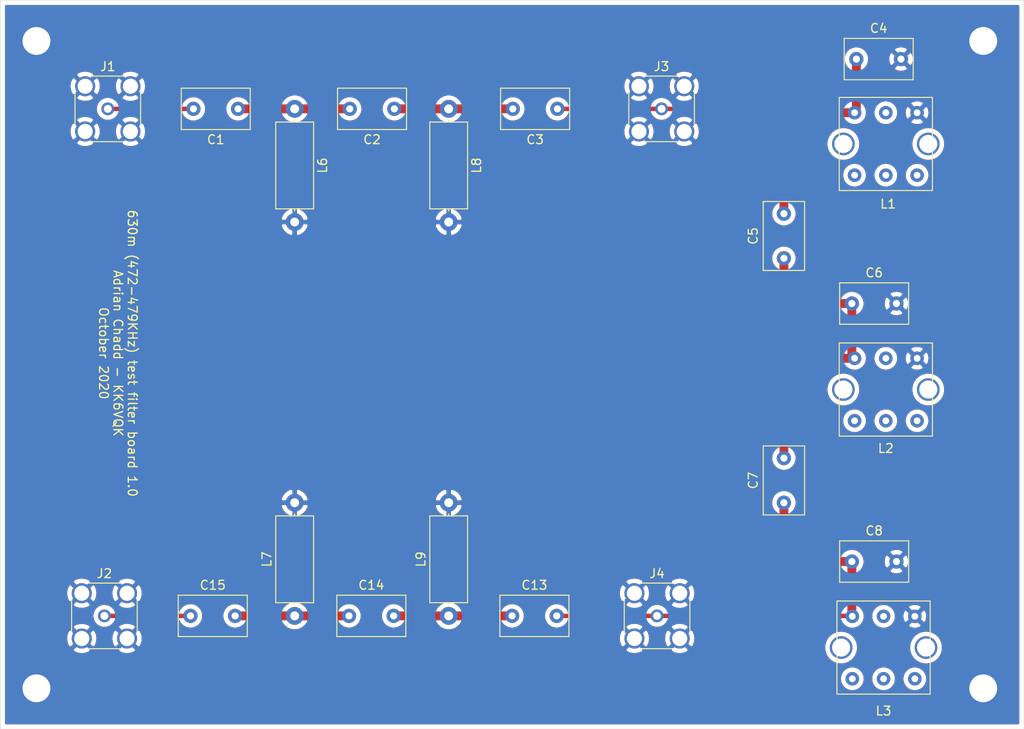
<source format=kicad_pcb>
(kicad_pcb (version 20171130) (host pcbnew 5.1.6)

  (general
    (thickness 1.6)
    (drawings 5)
    (tracks 34)
    (zones 0)
    (modules 22)
    (nets 11)
  )

  (page A4)
  (layers
    (0 F.Cu signal)
    (31 B.Cu signal)
    (32 B.Adhes user)
    (33 F.Adhes user)
    (34 B.Paste user)
    (35 F.Paste user)
    (36 B.SilkS user)
    (37 F.SilkS user)
    (38 B.Mask user)
    (39 F.Mask user)
    (40 Dwgs.User user)
    (41 Cmts.User user)
    (42 Eco1.User user)
    (43 Eco2.User user)
    (44 Edge.Cuts user)
    (45 Margin user)
    (46 B.CrtYd user)
    (47 F.CrtYd user)
    (48 B.Fab user)
    (49 F.Fab user)
  )

  (setup
    (last_trace_width 0.25)
    (trace_clearance 0.2)
    (zone_clearance 0.508)
    (zone_45_only no)
    (trace_min 0.2)
    (via_size 0.8)
    (via_drill 0.4)
    (via_min_size 0.4)
    (via_min_drill 0.3)
    (uvia_size 0.3)
    (uvia_drill 0.1)
    (uvias_allowed no)
    (uvia_min_size 0.2)
    (uvia_min_drill 0.1)
    (edge_width 0.05)
    (segment_width 0.2)
    (pcb_text_width 0.3)
    (pcb_text_size 1.5 1.5)
    (mod_edge_width 0.12)
    (mod_text_size 1 1)
    (mod_text_width 0.15)
    (pad_size 1.524 1.524)
    (pad_drill 0.762)
    (pad_to_mask_clearance 0.05)
    (aux_axis_origin 0 0)
    (visible_elements FFFFFF7F)
    (pcbplotparams
      (layerselection 0x010fc_ffffffff)
      (usegerberextensions false)
      (usegerberattributes true)
      (usegerberadvancedattributes true)
      (creategerberjobfile true)
      (excludeedgelayer true)
      (linewidth 0.100000)
      (plotframeref false)
      (viasonmask false)
      (mode 1)
      (useauxorigin false)
      (hpglpennumber 1)
      (hpglpenspeed 20)
      (hpglpendiameter 15.000000)
      (psnegative false)
      (psa4output false)
      (plotreference true)
      (plotvalue true)
      (plotinvisibletext false)
      (padsonsilk false)
      (subtractmaskfromsilk false)
      (outputformat 1)
      (mirror false)
      (drillshape 1)
      (scaleselection 1)
      (outputdirectory ""))
  )

  (net 0 "")
  (net 1 GND)
  (net 2 "Net-(C3-Pad1)")
  (net 3 "Net-(C5-Pad1)")
  (net 4 "Net-(C13-Pad1)")
  (net 5 "Net-(C14-Pad1)")
  (net 6 "Net-(C15-Pad1)")
  (net 7 "Net-(C1-Pad2)")
  (net 8 "Net-(C1-Pad1)")
  (net 9 "Net-(C2-Pad1)")
  (net 10 "Net-(C13-Pad2)")

  (net_class Default "This is the default net class."
    (clearance 0.2)
    (trace_width 0.25)
    (via_dia 0.8)
    (via_drill 0.4)
    (uvia_dia 0.3)
    (uvia_drill 0.1)
    (add_net GND)
    (add_net "Net-(C1-Pad1)")
    (add_net "Net-(C1-Pad2)")
    (add_net "Net-(C13-Pad1)")
    (add_net "Net-(C13-Pad2)")
    (add_net "Net-(C14-Pad1)")
    (add_net "Net-(C15-Pad1)")
    (add_net "Net-(C2-Pad1)")
    (add_net "Net-(C3-Pad1)")
    (add_net "Net-(C5-Pad1)")
  )

  (module Capacitor_THT:C_Disc_D7.5mm_W4.4mm_P5.00mm (layer F.Cu) (tedit 5AE50EF0) (tstamp 5F7E88A7)
    (at 108.204 18.796)
    (descr "C, Disc series, Radial, pin pitch=5.00mm, , diameter*width=7.5*4.4mm^2, Capacitor")
    (tags "C Disc series Radial pin pitch 5.00mm  diameter 7.5mm width 4.4mm Capacitor")
    (path /5F84C5E0)
    (fp_text reference C4 (at 2.5 -3.45) (layer F.SilkS)
      (effects (font (size 1 1) (thickness 0.15)))
    )
    (fp_text value C (at 2.5 3.45) (layer F.Fab)
      (effects (font (size 1 1) (thickness 0.15)))
    )
    (fp_text user %R (at 2.5 0) (layer F.Fab)
      (effects (font (size 1 1) (thickness 0.15)))
    )
    (fp_line (start -1.25 -2.2) (end -1.25 2.2) (layer F.Fab) (width 0.1))
    (fp_line (start -1.25 2.2) (end 6.25 2.2) (layer F.Fab) (width 0.1))
    (fp_line (start 6.25 2.2) (end 6.25 -2.2) (layer F.Fab) (width 0.1))
    (fp_line (start 6.25 -2.2) (end -1.25 -2.2) (layer F.Fab) (width 0.1))
    (fp_line (start -1.37 -2.321) (end 6.37 -2.321) (layer F.SilkS) (width 0.12))
    (fp_line (start -1.37 2.321) (end 6.37 2.321) (layer F.SilkS) (width 0.12))
    (fp_line (start -1.37 -2.321) (end -1.37 2.321) (layer F.SilkS) (width 0.12))
    (fp_line (start 6.37 -2.321) (end 6.37 2.321) (layer F.SilkS) (width 0.12))
    (fp_line (start -1.5 -2.45) (end -1.5 2.45) (layer F.CrtYd) (width 0.05))
    (fp_line (start -1.5 2.45) (end 6.5 2.45) (layer F.CrtYd) (width 0.05))
    (fp_line (start 6.5 2.45) (end 6.5 -2.45) (layer F.CrtYd) (width 0.05))
    (fp_line (start 6.5 -2.45) (end -1.5 -2.45) (layer F.CrtYd) (width 0.05))
    (pad 2 thru_hole circle (at 5 0) (size 1.6 1.6) (drill 0.8) (layers *.Cu *.Mask)
      (net 1 GND))
    (pad 1 thru_hole circle (at 0 0) (size 1.6 1.6) (drill 0.8) (layers *.Cu *.Mask)
      (net 2 "Net-(C3-Pad1)"))
    (model ${KISYS3DMOD}/Capacitor_THT.3dshapes/C_Disc_D7.5mm_W4.4mm_P5.00mm.wrl
      (at (xyz 0 0 0))
      (scale (xyz 1 1 1))
      (rotate (xyz 0 0 0))
    )
  )

  (module Capacitor_THT:C_Disc_D7.5mm_W4.4mm_P5.00mm (layer F.Cu) (tedit 5AE50EF0) (tstamp 5F7E88BA)
    (at 100.076 41.148 90)
    (descr "C, Disc series, Radial, pin pitch=5.00mm, , diameter*width=7.5*4.4mm^2, Capacitor")
    (tags "C Disc series Radial pin pitch 5.00mm  diameter 7.5mm width 4.4mm Capacitor")
    (path /5F7EB3DD)
    (fp_text reference C5 (at 2.5 -3.45 90) (layer F.SilkS)
      (effects (font (size 1 1) (thickness 0.15)))
    )
    (fp_text value C (at 2.5 3.45 90) (layer F.Fab)
      (effects (font (size 1 1) (thickness 0.15)))
    )
    (fp_line (start 6.5 -2.45) (end -1.5 -2.45) (layer F.CrtYd) (width 0.05))
    (fp_line (start 6.5 2.45) (end 6.5 -2.45) (layer F.CrtYd) (width 0.05))
    (fp_line (start -1.5 2.45) (end 6.5 2.45) (layer F.CrtYd) (width 0.05))
    (fp_line (start -1.5 -2.45) (end -1.5 2.45) (layer F.CrtYd) (width 0.05))
    (fp_line (start 6.37 -2.321) (end 6.37 2.321) (layer F.SilkS) (width 0.12))
    (fp_line (start -1.37 -2.321) (end -1.37 2.321) (layer F.SilkS) (width 0.12))
    (fp_line (start -1.37 2.321) (end 6.37 2.321) (layer F.SilkS) (width 0.12))
    (fp_line (start -1.37 -2.321) (end 6.37 -2.321) (layer F.SilkS) (width 0.12))
    (fp_line (start 6.25 -2.2) (end -1.25 -2.2) (layer F.Fab) (width 0.1))
    (fp_line (start 6.25 2.2) (end 6.25 -2.2) (layer F.Fab) (width 0.1))
    (fp_line (start -1.25 2.2) (end 6.25 2.2) (layer F.Fab) (width 0.1))
    (fp_line (start -1.25 -2.2) (end -1.25 2.2) (layer F.Fab) (width 0.1))
    (fp_text user %R (at 2.5 0 90) (layer F.Fab)
      (effects (font (size 1 1) (thickness 0.15)))
    )
    (pad 1 thru_hole circle (at 0 0 90) (size 1.6 1.6) (drill 0.8) (layers *.Cu *.Mask)
      (net 3 "Net-(C5-Pad1)"))
    (pad 2 thru_hole circle (at 5 0 90) (size 1.6 1.6) (drill 0.8) (layers *.Cu *.Mask)
      (net 2 "Net-(C3-Pad1)"))
    (model ${KISYS3DMOD}/Capacitor_THT.3dshapes/C_Disc_D7.5mm_W4.4mm_P5.00mm.wrl
      (at (xyz 0 0 0))
      (scale (xyz 1 1 1))
      (rotate (xyz 0 0 0))
    )
  )

  (module Capacitor_THT:C_Disc_D7.5mm_W4.4mm_P5.00mm (layer F.Cu) (tedit 5AE50EF0) (tstamp 5F7FD0A0)
    (at 107.696 46.228)
    (descr "C, Disc series, Radial, pin pitch=5.00mm, , diameter*width=7.5*4.4mm^2, Capacitor")
    (tags "C Disc series Radial pin pitch 5.00mm  diameter 7.5mm width 4.4mm Capacitor")
    (path /5F84EAD1)
    (fp_text reference C6 (at 2.5 -3.45) (layer F.SilkS)
      (effects (font (size 1 1) (thickness 0.15)))
    )
    (fp_text value C (at 2.5 3.45) (layer F.Fab)
      (effects (font (size 1 1) (thickness 0.15)))
    )
    (fp_line (start 6.5 -2.45) (end -1.5 -2.45) (layer F.CrtYd) (width 0.05))
    (fp_line (start 6.5 2.45) (end 6.5 -2.45) (layer F.CrtYd) (width 0.05))
    (fp_line (start -1.5 2.45) (end 6.5 2.45) (layer F.CrtYd) (width 0.05))
    (fp_line (start -1.5 -2.45) (end -1.5 2.45) (layer F.CrtYd) (width 0.05))
    (fp_line (start 6.37 -2.321) (end 6.37 2.321) (layer F.SilkS) (width 0.12))
    (fp_line (start -1.37 -2.321) (end -1.37 2.321) (layer F.SilkS) (width 0.12))
    (fp_line (start -1.37 2.321) (end 6.37 2.321) (layer F.SilkS) (width 0.12))
    (fp_line (start -1.37 -2.321) (end 6.37 -2.321) (layer F.SilkS) (width 0.12))
    (fp_line (start 6.25 -2.2) (end -1.25 -2.2) (layer F.Fab) (width 0.1))
    (fp_line (start 6.25 2.2) (end 6.25 -2.2) (layer F.Fab) (width 0.1))
    (fp_line (start -1.25 2.2) (end 6.25 2.2) (layer F.Fab) (width 0.1))
    (fp_line (start -1.25 -2.2) (end -1.25 2.2) (layer F.Fab) (width 0.1))
    (fp_text user %R (at 2.5 0) (layer F.Fab)
      (effects (font (size 1 1) (thickness 0.15)))
    )
    (pad 1 thru_hole circle (at 0 0) (size 1.6 1.6) (drill 0.8) (layers *.Cu *.Mask)
      (net 3 "Net-(C5-Pad1)"))
    (pad 2 thru_hole circle (at 5 0) (size 1.6 1.6) (drill 0.8) (layers *.Cu *.Mask)
      (net 1 GND))
    (model ${KISYS3DMOD}/Capacitor_THT.3dshapes/C_Disc_D7.5mm_W4.4mm_P5.00mm.wrl
      (at (xyz 0 0 0))
      (scale (xyz 1 1 1))
      (rotate (xyz 0 0 0))
    )
  )

  (module Capacitor_THT:C_Disc_D7.5mm_W4.4mm_P5.00mm (layer F.Cu) (tedit 5AE50EF0) (tstamp 5F7E88E0)
    (at 100.076 68.58 90)
    (descr "C, Disc series, Radial, pin pitch=5.00mm, , diameter*width=7.5*4.4mm^2, Capacitor")
    (tags "C Disc series Radial pin pitch 5.00mm  diameter 7.5mm width 4.4mm Capacitor")
    (path /5F7EC0E8)
    (fp_text reference C7 (at 2.5 -3.45 90) (layer F.SilkS)
      (effects (font (size 1 1) (thickness 0.15)))
    )
    (fp_text value C (at 2.5 3.45 90) (layer F.Fab)
      (effects (font (size 1 1) (thickness 0.15)))
    )
    (fp_text user %R (at 2.5 0 90) (layer F.Fab)
      (effects (font (size 1 1) (thickness 0.15)))
    )
    (fp_line (start -1.25 -2.2) (end -1.25 2.2) (layer F.Fab) (width 0.1))
    (fp_line (start -1.25 2.2) (end 6.25 2.2) (layer F.Fab) (width 0.1))
    (fp_line (start 6.25 2.2) (end 6.25 -2.2) (layer F.Fab) (width 0.1))
    (fp_line (start 6.25 -2.2) (end -1.25 -2.2) (layer F.Fab) (width 0.1))
    (fp_line (start -1.37 -2.321) (end 6.37 -2.321) (layer F.SilkS) (width 0.12))
    (fp_line (start -1.37 2.321) (end 6.37 2.321) (layer F.SilkS) (width 0.12))
    (fp_line (start -1.37 -2.321) (end -1.37 2.321) (layer F.SilkS) (width 0.12))
    (fp_line (start 6.37 -2.321) (end 6.37 2.321) (layer F.SilkS) (width 0.12))
    (fp_line (start -1.5 -2.45) (end -1.5 2.45) (layer F.CrtYd) (width 0.05))
    (fp_line (start -1.5 2.45) (end 6.5 2.45) (layer F.CrtYd) (width 0.05))
    (fp_line (start 6.5 2.45) (end 6.5 -2.45) (layer F.CrtYd) (width 0.05))
    (fp_line (start 6.5 -2.45) (end -1.5 -2.45) (layer F.CrtYd) (width 0.05))
    (pad 2 thru_hole circle (at 5 0 90) (size 1.6 1.6) (drill 0.8) (layers *.Cu *.Mask)
      (net 3 "Net-(C5-Pad1)"))
    (pad 1 thru_hole circle (at 0 0 90) (size 1.6 1.6) (drill 0.8) (layers *.Cu *.Mask)
      (net 10 "Net-(C13-Pad2)"))
    (model ${KISYS3DMOD}/Capacitor_THT.3dshapes/C_Disc_D7.5mm_W4.4mm_P5.00mm.wrl
      (at (xyz 0 0 0))
      (scale (xyz 1 1 1))
      (rotate (xyz 0 0 0))
    )
  )

  (module Capacitor_THT:C_Disc_D7.5mm_W4.4mm_P5.00mm (layer F.Cu) (tedit 5AE50EF0) (tstamp 5F7E88F3)
    (at 107.696 75.184)
    (descr "C, Disc series, Radial, pin pitch=5.00mm, , diameter*width=7.5*4.4mm^2, Capacitor")
    (tags "C Disc series Radial pin pitch 5.00mm  diameter 7.5mm width 4.4mm Capacitor")
    (path /5F84F284)
    (fp_text reference C8 (at 2.5 -3.45) (layer F.SilkS)
      (effects (font (size 1 1) (thickness 0.15)))
    )
    (fp_text value C (at 2.5 3.45) (layer F.Fab)
      (effects (font (size 1 1) (thickness 0.15)))
    )
    (fp_text user %R (at 2.5 0) (layer F.Fab)
      (effects (font (size 1 1) (thickness 0.15)))
    )
    (fp_line (start -1.25 -2.2) (end -1.25 2.2) (layer F.Fab) (width 0.1))
    (fp_line (start -1.25 2.2) (end 6.25 2.2) (layer F.Fab) (width 0.1))
    (fp_line (start 6.25 2.2) (end 6.25 -2.2) (layer F.Fab) (width 0.1))
    (fp_line (start 6.25 -2.2) (end -1.25 -2.2) (layer F.Fab) (width 0.1))
    (fp_line (start -1.37 -2.321) (end 6.37 -2.321) (layer F.SilkS) (width 0.12))
    (fp_line (start -1.37 2.321) (end 6.37 2.321) (layer F.SilkS) (width 0.12))
    (fp_line (start -1.37 -2.321) (end -1.37 2.321) (layer F.SilkS) (width 0.12))
    (fp_line (start 6.37 -2.321) (end 6.37 2.321) (layer F.SilkS) (width 0.12))
    (fp_line (start -1.5 -2.45) (end -1.5 2.45) (layer F.CrtYd) (width 0.05))
    (fp_line (start -1.5 2.45) (end 6.5 2.45) (layer F.CrtYd) (width 0.05))
    (fp_line (start 6.5 2.45) (end 6.5 -2.45) (layer F.CrtYd) (width 0.05))
    (fp_line (start 6.5 -2.45) (end -1.5 -2.45) (layer F.CrtYd) (width 0.05))
    (pad 2 thru_hole circle (at 5 0) (size 1.6 1.6) (drill 0.8) (layers *.Cu *.Mask)
      (net 1 GND))
    (pad 1 thru_hole circle (at 0 0) (size 1.6 1.6) (drill 0.8) (layers *.Cu *.Mask)
      (net 10 "Net-(C13-Pad2)"))
    (model ${KISYS3DMOD}/Capacitor_THT.3dshapes/C_Disc_D7.5mm_W4.4mm_P5.00mm.wrl
      (at (xyz 0 0 0))
      (scale (xyz 1 1 1))
      (rotate (xyz 0 0 0))
    )
  )

  (module Capacitor_THT:C_Disc_D7.5mm_W4.4mm_P5.00mm (layer F.Cu) (tedit 5AE50EF0) (tstamp 5F7E9811)
    (at 69.596 81.28)
    (descr "C, Disc series, Radial, pin pitch=5.00mm, , diameter*width=7.5*4.4mm^2, Capacitor")
    (tags "C Disc series Radial pin pitch 5.00mm  diameter 7.5mm width 4.4mm Capacitor")
    (path /5F7ED894)
    (fp_text reference C13 (at 2.5 -3.45) (layer F.SilkS)
      (effects (font (size 1 1) (thickness 0.15)))
    )
    (fp_text value C (at 2.5 3.45) (layer F.Fab)
      (effects (font (size 1 1) (thickness 0.15)))
    )
    (fp_line (start 6.5 -2.45) (end -1.5 -2.45) (layer F.CrtYd) (width 0.05))
    (fp_line (start 6.5 2.45) (end 6.5 -2.45) (layer F.CrtYd) (width 0.05))
    (fp_line (start -1.5 2.45) (end 6.5 2.45) (layer F.CrtYd) (width 0.05))
    (fp_line (start -1.5 -2.45) (end -1.5 2.45) (layer F.CrtYd) (width 0.05))
    (fp_line (start 6.37 -2.321) (end 6.37 2.321) (layer F.SilkS) (width 0.12))
    (fp_line (start -1.37 -2.321) (end -1.37 2.321) (layer F.SilkS) (width 0.12))
    (fp_line (start -1.37 2.321) (end 6.37 2.321) (layer F.SilkS) (width 0.12))
    (fp_line (start -1.37 -2.321) (end 6.37 -2.321) (layer F.SilkS) (width 0.12))
    (fp_line (start 6.25 -2.2) (end -1.25 -2.2) (layer F.Fab) (width 0.1))
    (fp_line (start 6.25 2.2) (end 6.25 -2.2) (layer F.Fab) (width 0.1))
    (fp_line (start -1.25 2.2) (end 6.25 2.2) (layer F.Fab) (width 0.1))
    (fp_line (start -1.25 -2.2) (end -1.25 2.2) (layer F.Fab) (width 0.1))
    (fp_text user %R (at 2.5 0) (layer F.Fab)
      (effects (font (size 1 1) (thickness 0.15)))
    )
    (pad 1 thru_hole circle (at 0 0) (size 1.6 1.6) (drill 0.8) (layers *.Cu *.Mask)
      (net 4 "Net-(C13-Pad1)"))
    (pad 2 thru_hole circle (at 5 0) (size 1.6 1.6) (drill 0.8) (layers *.Cu *.Mask)
      (net 10 "Net-(C13-Pad2)"))
    (model ${KISYS3DMOD}/Capacitor_THT.3dshapes/C_Disc_D7.5mm_W4.4mm_P5.00mm.wrl
      (at (xyz 0 0 0))
      (scale (xyz 1 1 1))
      (rotate (xyz 0 0 0))
    )
  )

  (module Capacitor_THT:C_Disc_D7.5mm_W4.4mm_P5.00mm (layer F.Cu) (tedit 5AE50EF0) (tstamp 5F808A01)
    (at 51.308 81.28)
    (descr "C, Disc series, Radial, pin pitch=5.00mm, , diameter*width=7.5*4.4mm^2, Capacitor")
    (tags "C Disc series Radial pin pitch 5.00mm  diameter 7.5mm width 4.4mm Capacitor")
    (path /5F7EE280)
    (fp_text reference C14 (at 2.5 -3.45) (layer F.SilkS)
      (effects (font (size 1 1) (thickness 0.15)))
    )
    (fp_text value C (at 2.5 3.45) (layer F.Fab)
      (effects (font (size 1 1) (thickness 0.15)))
    )
    (fp_text user %R (at 2.5 0) (layer F.Fab)
      (effects (font (size 1 1) (thickness 0.15)))
    )
    (fp_line (start -1.25 -2.2) (end -1.25 2.2) (layer F.Fab) (width 0.1))
    (fp_line (start -1.25 2.2) (end 6.25 2.2) (layer F.Fab) (width 0.1))
    (fp_line (start 6.25 2.2) (end 6.25 -2.2) (layer F.Fab) (width 0.1))
    (fp_line (start 6.25 -2.2) (end -1.25 -2.2) (layer F.Fab) (width 0.1))
    (fp_line (start -1.37 -2.321) (end 6.37 -2.321) (layer F.SilkS) (width 0.12))
    (fp_line (start -1.37 2.321) (end 6.37 2.321) (layer F.SilkS) (width 0.12))
    (fp_line (start -1.37 -2.321) (end -1.37 2.321) (layer F.SilkS) (width 0.12))
    (fp_line (start 6.37 -2.321) (end 6.37 2.321) (layer F.SilkS) (width 0.12))
    (fp_line (start -1.5 -2.45) (end -1.5 2.45) (layer F.CrtYd) (width 0.05))
    (fp_line (start -1.5 2.45) (end 6.5 2.45) (layer F.CrtYd) (width 0.05))
    (fp_line (start 6.5 2.45) (end 6.5 -2.45) (layer F.CrtYd) (width 0.05))
    (fp_line (start 6.5 -2.45) (end -1.5 -2.45) (layer F.CrtYd) (width 0.05))
    (pad 2 thru_hole circle (at 5 0) (size 1.6 1.6) (drill 0.8) (layers *.Cu *.Mask)
      (net 4 "Net-(C13-Pad1)"))
    (pad 1 thru_hole circle (at 0 0) (size 1.6 1.6) (drill 0.8) (layers *.Cu *.Mask)
      (net 5 "Net-(C14-Pad1)"))
    (model ${KISYS3DMOD}/Capacitor_THT.3dshapes/C_Disc_D7.5mm_W4.4mm_P5.00mm.wrl
      (at (xyz 0 0 0))
      (scale (xyz 1 1 1))
      (rotate (xyz 0 0 0))
    )
  )

  (module Capacitor_THT:C_Disc_D7.5mm_W4.4mm_P5.00mm (layer F.Cu) (tedit 5AE50EF0) (tstamp 5F7E8978)
    (at 33.528 81.28)
    (descr "C, Disc series, Radial, pin pitch=5.00mm, , diameter*width=7.5*4.4mm^2, Capacitor")
    (tags "C Disc series Radial pin pitch 5.00mm  diameter 7.5mm width 4.4mm Capacitor")
    (path /5F7EE895)
    (fp_text reference C15 (at 2.5 -3.45) (layer F.SilkS)
      (effects (font (size 1 1) (thickness 0.15)))
    )
    (fp_text value C (at 2.5 3.45) (layer F.Fab)
      (effects (font (size 1 1) (thickness 0.15)))
    )
    (fp_line (start 6.5 -2.45) (end -1.5 -2.45) (layer F.CrtYd) (width 0.05))
    (fp_line (start 6.5 2.45) (end 6.5 -2.45) (layer F.CrtYd) (width 0.05))
    (fp_line (start -1.5 2.45) (end 6.5 2.45) (layer F.CrtYd) (width 0.05))
    (fp_line (start -1.5 -2.45) (end -1.5 2.45) (layer F.CrtYd) (width 0.05))
    (fp_line (start 6.37 -2.321) (end 6.37 2.321) (layer F.SilkS) (width 0.12))
    (fp_line (start -1.37 -2.321) (end -1.37 2.321) (layer F.SilkS) (width 0.12))
    (fp_line (start -1.37 2.321) (end 6.37 2.321) (layer F.SilkS) (width 0.12))
    (fp_line (start -1.37 -2.321) (end 6.37 -2.321) (layer F.SilkS) (width 0.12))
    (fp_line (start 6.25 -2.2) (end -1.25 -2.2) (layer F.Fab) (width 0.1))
    (fp_line (start 6.25 2.2) (end 6.25 -2.2) (layer F.Fab) (width 0.1))
    (fp_line (start -1.25 2.2) (end 6.25 2.2) (layer F.Fab) (width 0.1))
    (fp_line (start -1.25 -2.2) (end -1.25 2.2) (layer F.Fab) (width 0.1))
    (fp_text user %R (at 2.5 0) (layer F.Fab)
      (effects (font (size 1 1) (thickness 0.15)))
    )
    (pad 1 thru_hole circle (at 0 0) (size 1.6 1.6) (drill 0.8) (layers *.Cu *.Mask)
      (net 6 "Net-(C15-Pad1)"))
    (pad 2 thru_hole circle (at 5 0) (size 1.6 1.6) (drill 0.8) (layers *.Cu *.Mask)
      (net 5 "Net-(C14-Pad1)"))
    (model ${KISYS3DMOD}/Capacitor_THT.3dshapes/C_Disc_D7.5mm_W4.4mm_P5.00mm.wrl
      (at (xyz 0 0 0))
      (scale (xyz 1 1 1))
      (rotate (xyz 0 0 0))
    )
  )

  (module Connector_Coaxial:SMA_Amphenol_132134-14_Vertical (layer F.Cu) (tedit 5B2F4D72) (tstamp 5F7E898F)
    (at 24.257 24.384)
    (descr https://www.amphenolrf.com/downloads/dl/file/id/1793/product/2976/132134_14_customer_drawing.pdf)
    (tags "SMA THT Female Jack Vertical ExtendedLegs")
    (path /5F7F2EC9)
    (fp_text reference J1 (at 0 -4.75) (layer F.SilkS)
      (effects (font (size 1 1) (thickness 0.15)))
    )
    (fp_text value Conn_Coaxial (at 0 5) (layer F.Fab)
      (effects (font (size 1 1) (thickness 0.15)))
    )
    (fp_text user %R (at -2.735001 0.914999) (layer F.Fab)
      (effects (font (size 1 1) (thickness 0.15)))
    )
    (fp_circle (center 0 0) (end 3.175 0) (layer F.Fab) (width 0.1))
    (fp_line (start 4.14 4.14) (end -4.14 4.14) (layer F.CrtYd) (width 0.05))
    (fp_line (start 4.14 4.14) (end 4.14 -4.14) (layer F.CrtYd) (width 0.05))
    (fp_line (start -4.14 -4.14) (end -4.14 4.14) (layer F.CrtYd) (width 0.05))
    (fp_line (start -4.14 -4.14) (end 4.14 -4.14) (layer F.CrtYd) (width 0.05))
    (fp_line (start -3.5 -3.5) (end 3.5 -3.5) (layer F.Fab) (width 0.1))
    (fp_line (start -3.5 -3.5) (end -3.5 3.5) (layer F.Fab) (width 0.1))
    (fp_line (start -3.5 3.5) (end 3.5 3.5) (layer F.Fab) (width 0.1))
    (fp_line (start 3.5 -3.5) (end 3.5 3.5) (layer F.Fab) (width 0.1))
    (fp_line (start -3.68 -1.8) (end -3.68 1.8) (layer F.SilkS) (width 0.12))
    (fp_line (start 3.68 -1.8) (end 3.68 1.8) (layer F.SilkS) (width 0.12))
    (fp_line (start -1.8 3.68) (end 1.8 3.68) (layer F.SilkS) (width 0.12))
    (fp_line (start -1.8 -3.68) (end 1.8 -3.68) (layer F.SilkS) (width 0.12))
    (pad 2 thru_hole circle (at -2.54 2.54) (size 2.25 2.25) (drill 1.7) (layers *.Cu *.Mask)
      (net 1 GND))
    (pad 2 thru_hole circle (at -2.54 -2.54) (size 2.25 2.25) (drill 1.7) (layers *.Cu *.Mask)
      (net 1 GND))
    (pad 2 thru_hole circle (at 2.54 -2.54) (size 2.25 2.25) (drill 1.7) (layers *.Cu *.Mask)
      (net 1 GND))
    (pad 2 thru_hole circle (at 2.54 2.54) (size 2.25 2.25) (drill 1.7) (layers *.Cu *.Mask)
      (net 1 GND))
    (pad 1 thru_hole circle (at 0 0) (size 1.44 1.44) (drill 0.89) (layers *.Cu *.Mask)
      (net 7 "Net-(C1-Pad2)"))
    (model ${KISYS3DMOD}/Connector_Coaxial.3dshapes/SMA_Amphenol_132134-14_Vertical.wrl
      (at (xyz 0 0 0))
      (scale (xyz 1 1 1))
      (rotate (xyz 0 0 0))
    )
  )

  (module Connector_Coaxial:SMA_Amphenol_132134-14_Vertical (layer F.Cu) (tedit 5B2F4D72) (tstamp 5F7E904C)
    (at 23.876 81.28)
    (descr https://www.amphenolrf.com/downloads/dl/file/id/1793/product/2976/132134_14_customer_drawing.pdf)
    (tags "SMA THT Female Jack Vertical ExtendedLegs")
    (path /5F7F2567)
    (fp_text reference J2 (at 0 -4.75) (layer F.SilkS)
      (effects (font (size 1 1) (thickness 0.15)))
    )
    (fp_text value Conn_Coaxial (at 0 5) (layer F.Fab)
      (effects (font (size 1 1) (thickness 0.15)))
    )
    (fp_line (start -1.8 -3.68) (end 1.8 -3.68) (layer F.SilkS) (width 0.12))
    (fp_line (start -1.8 3.68) (end 1.8 3.68) (layer F.SilkS) (width 0.12))
    (fp_line (start 3.68 -1.8) (end 3.68 1.8) (layer F.SilkS) (width 0.12))
    (fp_line (start -3.68 -1.8) (end -3.68 1.8) (layer F.SilkS) (width 0.12))
    (fp_line (start 3.5 -3.5) (end 3.5 3.5) (layer F.Fab) (width 0.1))
    (fp_line (start -3.5 3.5) (end 3.5 3.5) (layer F.Fab) (width 0.1))
    (fp_line (start -3.5 -3.5) (end -3.5 3.5) (layer F.Fab) (width 0.1))
    (fp_line (start -3.5 -3.5) (end 3.5 -3.5) (layer F.Fab) (width 0.1))
    (fp_line (start -4.14 -4.14) (end 4.14 -4.14) (layer F.CrtYd) (width 0.05))
    (fp_line (start -4.14 -4.14) (end -4.14 4.14) (layer F.CrtYd) (width 0.05))
    (fp_line (start 4.14 4.14) (end 4.14 -4.14) (layer F.CrtYd) (width 0.05))
    (fp_line (start 4.14 4.14) (end -4.14 4.14) (layer F.CrtYd) (width 0.05))
    (fp_circle (center 0 0) (end 3.175 0) (layer F.Fab) (width 0.1))
    (fp_text user %R (at 0 0) (layer F.Fab)
      (effects (font (size 1 1) (thickness 0.15)))
    )
    (pad 1 thru_hole circle (at 0 0) (size 1.44 1.44) (drill 0.89) (layers *.Cu *.Mask)
      (net 6 "Net-(C15-Pad1)"))
    (pad 2 thru_hole circle (at 2.54 2.54) (size 2.25 2.25) (drill 1.7) (layers *.Cu *.Mask)
      (net 1 GND))
    (pad 2 thru_hole circle (at 2.54 -2.54) (size 2.25 2.25) (drill 1.7) (layers *.Cu *.Mask)
      (net 1 GND))
    (pad 2 thru_hole circle (at -2.54 -2.54) (size 2.25 2.25) (drill 1.7) (layers *.Cu *.Mask)
      (net 1 GND))
    (pad 2 thru_hole circle (at -2.54 2.54) (size 2.25 2.25) (drill 1.7) (layers *.Cu *.Mask)
      (net 1 GND))
    (model ${KISYS3DMOD}/Connector_Coaxial.3dshapes/SMA_Amphenol_132134-14_Vertical.wrl
      (at (xyz 0 0 0))
      (scale (xyz 1 1 1))
      (rotate (xyz 0 0 0))
    )
  )

  (module coilcraft:coilcraft_slot10 (layer F.Cu) (tedit 5F7E6A37) (tstamp 5F7E89B6)
    (at 111.506 28.321)
    (path /5F7E6CD5)
    (fp_text reference L1 (at 0.254 6.731) (layer F.SilkS)
      (effects (font (size 1 1) (thickness 0.15)))
    )
    (fp_text value coilcraft_slot10 (at 0 -11.43) (layer F.Fab)
      (effects (font (size 1 1) (thickness 0.15)))
    )
    (fp_line (start -5.225 5.225) (end -5.225 -5.225) (layer F.SilkS) (width 0.12))
    (fp_line (start 5.225 5.225) (end -5.225 5.225) (layer F.SilkS) (width 0.12))
    (fp_line (start 5.225 -5.225) (end 5.225 5.225) (layer F.SilkS) (width 0.12))
    (fp_line (start -5.225 -5.225) (end 5.225 -5.225) (layer F.SilkS) (width 0.12))
    (pad 1 thru_hole circle (at -3.505 -3.505) (size 1.524 1.524) (drill 0.762) (layers *.Cu *.Mask)
      (net 2 "Net-(C3-Pad1)"))
    (pad 2 thru_hole circle (at 0 -3.505) (size 1.524 1.524) (drill 0.762) (layers *.Cu *.Mask))
    (pad 3 thru_hole circle (at 3.505 -3.505) (size 1.524 1.524) (drill 0.762) (layers *.Cu *.Mask)
      (net 1 GND))
    (pad 4 thru_hole circle (at 3.505 3.505) (size 1.524 1.524) (drill 0.762) (layers *.Cu *.Mask))
    (pad 5 thru_hole circle (at 0 3.505) (size 1.524 1.524) (drill 0.762) (layers *.Cu *.Mask))
    (pad 6 thru_hole circle (at -3.505 3.505) (size 1.524 1.524) (drill 0.762) (layers *.Cu *.Mask))
    (pad 7 thru_hole circle (at 4.76 0) (size 2.54 2.54) (drill 2.03) (layers *.Cu *.Mask))
    (pad 8 thru_hole circle (at -4.76 0) (size 2.54 2.54) (drill 2.03) (layers *.Cu *.Mask))
  )

  (module coilcraft:coilcraft_slot10 (layer F.Cu) (tedit 5F7E6A37) (tstamp 5F7E89C6)
    (at 111.506 55.88)
    (path /5F7E7BEE)
    (fp_text reference L2 (at 0 6.604) (layer F.SilkS)
      (effects (font (size 1 1) (thickness 0.15)))
    )
    (fp_text value coilcraft_slot10 (at 0 -11.43) (layer F.Fab)
      (effects (font (size 1 1) (thickness 0.15)))
    )
    (fp_line (start -5.225 -5.225) (end 5.225 -5.225) (layer F.SilkS) (width 0.12))
    (fp_line (start 5.225 -5.225) (end 5.225 5.225) (layer F.SilkS) (width 0.12))
    (fp_line (start 5.225 5.225) (end -5.225 5.225) (layer F.SilkS) (width 0.12))
    (fp_line (start -5.225 5.225) (end -5.225 -5.225) (layer F.SilkS) (width 0.12))
    (pad 8 thru_hole circle (at -4.76 0) (size 2.54 2.54) (drill 2.03) (layers *.Cu *.Mask))
    (pad 7 thru_hole circle (at 4.76 0) (size 2.54 2.54) (drill 2.03) (layers *.Cu *.Mask))
    (pad 6 thru_hole circle (at -3.505 3.505) (size 1.524 1.524) (drill 0.762) (layers *.Cu *.Mask))
    (pad 5 thru_hole circle (at 0 3.505) (size 1.524 1.524) (drill 0.762) (layers *.Cu *.Mask))
    (pad 4 thru_hole circle (at 3.505 3.505) (size 1.524 1.524) (drill 0.762) (layers *.Cu *.Mask))
    (pad 3 thru_hole circle (at 3.505 -3.505) (size 1.524 1.524) (drill 0.762) (layers *.Cu *.Mask)
      (net 1 GND))
    (pad 2 thru_hole circle (at 0 -3.505) (size 1.524 1.524) (drill 0.762) (layers *.Cu *.Mask))
    (pad 1 thru_hole circle (at -3.505 -3.505) (size 1.524 1.524) (drill 0.762) (layers *.Cu *.Mask)
      (net 3 "Net-(C5-Pad1)"))
  )

  (module coilcraft:coilcraft_slot10 (layer F.Cu) (tedit 5F7E6A37) (tstamp 5F83799E)
    (at 111.252 84.836)
    (path /5F7E85D2)
    (fp_text reference L3 (at 0 7.112) (layer F.SilkS)
      (effects (font (size 1 1) (thickness 0.15)))
    )
    (fp_text value coilcraft_slot10 (at 0 -11.43) (layer F.Fab)
      (effects (font (size 1 1) (thickness 0.15)))
    )
    (fp_line (start -5.225 5.225) (end -5.225 -5.225) (layer F.SilkS) (width 0.12))
    (fp_line (start 5.225 5.225) (end -5.225 5.225) (layer F.SilkS) (width 0.12))
    (fp_line (start 5.225 -5.225) (end 5.225 5.225) (layer F.SilkS) (width 0.12))
    (fp_line (start -5.225 -5.225) (end 5.225 -5.225) (layer F.SilkS) (width 0.12))
    (pad 1 thru_hole circle (at -3.505 -3.505) (size 1.524 1.524) (drill 0.762) (layers *.Cu *.Mask)
      (net 10 "Net-(C13-Pad2)"))
    (pad 2 thru_hole circle (at 0 -3.505) (size 1.524 1.524) (drill 0.762) (layers *.Cu *.Mask))
    (pad 3 thru_hole circle (at 3.505 -3.505) (size 1.524 1.524) (drill 0.762) (layers *.Cu *.Mask)
      (net 1 GND))
    (pad 4 thru_hole circle (at 3.505 3.505) (size 1.524 1.524) (drill 0.762) (layers *.Cu *.Mask))
    (pad 5 thru_hole circle (at 0 3.505) (size 1.524 1.524) (drill 0.762) (layers *.Cu *.Mask))
    (pad 6 thru_hole circle (at -3.505 3.505) (size 1.524 1.524) (drill 0.762) (layers *.Cu *.Mask))
    (pad 7 thru_hole circle (at 4.76 0) (size 2.54 2.54) (drill 2.03) (layers *.Cu *.Mask))
    (pad 8 thru_hole circle (at -4.76 0) (size 2.54 2.54) (drill 2.03) (layers *.Cu *.Mask))
  )

  (module Inductor_THT:L_Axial_L9.5mm_D4.0mm_P12.70mm_Horizontal_Fastron_SMCC (layer F.Cu) (tedit 5AE59B05) (tstamp 5F7E8A0D)
    (at 45.212 24.384 270)
    (descr "Inductor, Axial series, Axial, Horizontal, pin pitch=12.7mm, , length*diameter=9.5*4mm^2, Fastron, SMCC, http://cdn-reichelt.de/documents/datenblatt/B400/DS_SMCC_NEU.pdf, http://cdn-reichelt.de/documents/datenblatt/B400/LEADEDINDUCTORS.pdf")
    (tags "Inductor Axial series Axial Horizontal pin pitch 12.7mm  length 9.5mm diameter 4mm Fastron SMCC")
    (path /5F7EEE97)
    (fp_text reference L6 (at 6.35 -3.12 90) (layer F.SilkS)
      (effects (font (size 1 1) (thickness 0.15)))
    )
    (fp_text value INDUCTOR (at 6.35 3.12 90) (layer F.Fab)
      (effects (font (size 1 1) (thickness 0.15)))
    )
    (fp_line (start 13.95 -2.25) (end -1.25 -2.25) (layer F.CrtYd) (width 0.05))
    (fp_line (start 13.95 2.25) (end 13.95 -2.25) (layer F.CrtYd) (width 0.05))
    (fp_line (start -1.25 2.25) (end 13.95 2.25) (layer F.CrtYd) (width 0.05))
    (fp_line (start -1.25 -2.25) (end -1.25 2.25) (layer F.CrtYd) (width 0.05))
    (fp_line (start 11.46 0) (end 11.22 0) (layer F.SilkS) (width 0.12))
    (fp_line (start 1.24 0) (end 1.48 0) (layer F.SilkS) (width 0.12))
    (fp_line (start 11.22 -2.12) (end 1.48 -2.12) (layer F.SilkS) (width 0.12))
    (fp_line (start 11.22 2.12) (end 11.22 -2.12) (layer F.SilkS) (width 0.12))
    (fp_line (start 1.48 2.12) (end 11.22 2.12) (layer F.SilkS) (width 0.12))
    (fp_line (start 1.48 -2.12) (end 1.48 2.12) (layer F.SilkS) (width 0.12))
    (fp_line (start 12.7 0) (end 11.1 0) (layer F.Fab) (width 0.1))
    (fp_line (start 0 0) (end 1.6 0) (layer F.Fab) (width 0.1))
    (fp_line (start 11.1 -2) (end 1.6 -2) (layer F.Fab) (width 0.1))
    (fp_line (start 11.1 2) (end 11.1 -2) (layer F.Fab) (width 0.1))
    (fp_line (start 1.6 2) (end 11.1 2) (layer F.Fab) (width 0.1))
    (fp_line (start 1.6 -2) (end 1.6 2) (layer F.Fab) (width 0.1))
    (fp_text user %R (at 6.35 0 90) (layer F.Fab)
      (effects (font (size 1 1) (thickness 0.15)))
    )
    (pad 1 thru_hole circle (at 0 0 270) (size 2 2) (drill 1) (layers *.Cu *.Mask)
      (net 8 "Net-(C1-Pad1)"))
    (pad 2 thru_hole oval (at 12.7 0 270) (size 2 2) (drill 1) (layers *.Cu *.Mask)
      (net 1 GND))
    (model ${KISYS3DMOD}/Inductor_THT.3dshapes/L_Axial_L9.5mm_D4.0mm_P12.70mm_Horizontal_Fastron_SMCC.wrl
      (at (xyz 0 0 0))
      (scale (xyz 1 1 1))
      (rotate (xyz 0 0 0))
    )
  )

  (module Inductor_THT:L_Axial_L9.5mm_D4.0mm_P12.70mm_Horizontal_Fastron_SMCC (layer F.Cu) (tedit 5AE59B05) (tstamp 5F7E8A24)
    (at 45.212 81.28 90)
    (descr "Inductor, Axial series, Axial, Horizontal, pin pitch=12.7mm, , length*diameter=9.5*4mm^2, Fastron, SMCC, http://cdn-reichelt.de/documents/datenblatt/B400/DS_SMCC_NEU.pdf, http://cdn-reichelt.de/documents/datenblatt/B400/LEADEDINDUCTORS.pdf")
    (tags "Inductor Axial series Axial Horizontal pin pitch 12.7mm  length 9.5mm diameter 4mm Fastron SMCC")
    (path /5F7EFD85)
    (fp_text reference L7 (at 6.35 -3.12 90) (layer F.SilkS)
      (effects (font (size 1 1) (thickness 0.15)))
    )
    (fp_text value INDUCTOR (at 6.35 3.12 90) (layer F.Fab)
      (effects (font (size 1 1) (thickness 0.15)))
    )
    (fp_text user %R (at 6.35 0 90) (layer F.Fab)
      (effects (font (size 1 1) (thickness 0.15)))
    )
    (fp_line (start 1.6 -2) (end 1.6 2) (layer F.Fab) (width 0.1))
    (fp_line (start 1.6 2) (end 11.1 2) (layer F.Fab) (width 0.1))
    (fp_line (start 11.1 2) (end 11.1 -2) (layer F.Fab) (width 0.1))
    (fp_line (start 11.1 -2) (end 1.6 -2) (layer F.Fab) (width 0.1))
    (fp_line (start 0 0) (end 1.6 0) (layer F.Fab) (width 0.1))
    (fp_line (start 12.7 0) (end 11.1 0) (layer F.Fab) (width 0.1))
    (fp_line (start 1.48 -2.12) (end 1.48 2.12) (layer F.SilkS) (width 0.12))
    (fp_line (start 1.48 2.12) (end 11.22 2.12) (layer F.SilkS) (width 0.12))
    (fp_line (start 11.22 2.12) (end 11.22 -2.12) (layer F.SilkS) (width 0.12))
    (fp_line (start 11.22 -2.12) (end 1.48 -2.12) (layer F.SilkS) (width 0.12))
    (fp_line (start 1.24 0) (end 1.48 0) (layer F.SilkS) (width 0.12))
    (fp_line (start 11.46 0) (end 11.22 0) (layer F.SilkS) (width 0.12))
    (fp_line (start -1.25 -2.25) (end -1.25 2.25) (layer F.CrtYd) (width 0.05))
    (fp_line (start -1.25 2.25) (end 13.95 2.25) (layer F.CrtYd) (width 0.05))
    (fp_line (start 13.95 2.25) (end 13.95 -2.25) (layer F.CrtYd) (width 0.05))
    (fp_line (start 13.95 -2.25) (end -1.25 -2.25) (layer F.CrtYd) (width 0.05))
    (pad 2 thru_hole oval (at 12.7 0 90) (size 2 2) (drill 1) (layers *.Cu *.Mask)
      (net 1 GND))
    (pad 1 thru_hole circle (at 0 0 90) (size 2 2) (drill 1) (layers *.Cu *.Mask)
      (net 5 "Net-(C14-Pad1)"))
    (model ${KISYS3DMOD}/Inductor_THT.3dshapes/L_Axial_L9.5mm_D4.0mm_P12.70mm_Horizontal_Fastron_SMCC.wrl
      (at (xyz 0 0 0))
      (scale (xyz 1 1 1))
      (rotate (xyz 0 0 0))
    )
  )

  (module Inductor_THT:L_Axial_L9.5mm_D4.0mm_P12.70mm_Horizontal_Fastron_SMCC (layer F.Cu) (tedit 5AE59B05) (tstamp 5F7E8A3B)
    (at 62.484 24.384 270)
    (descr "Inductor, Axial series, Axial, Horizontal, pin pitch=12.7mm, , length*diameter=9.5*4mm^2, Fastron, SMCC, http://cdn-reichelt.de/documents/datenblatt/B400/DS_SMCC_NEU.pdf, http://cdn-reichelt.de/documents/datenblatt/B400/LEADEDINDUCTORS.pdf")
    (tags "Inductor Axial series Axial Horizontal pin pitch 12.7mm  length 9.5mm diameter 4mm Fastron SMCC")
    (path /5F868CB6)
    (fp_text reference L8 (at 6.35 -3.12 90) (layer F.SilkS)
      (effects (font (size 1 1) (thickness 0.15)))
    )
    (fp_text value INDUCTOR (at 6.35 3.12 90) (layer F.Fab)
      (effects (font (size 1 1) (thickness 0.15)))
    )
    (fp_line (start 13.95 -2.25) (end -1.25 -2.25) (layer F.CrtYd) (width 0.05))
    (fp_line (start 13.95 2.25) (end 13.95 -2.25) (layer F.CrtYd) (width 0.05))
    (fp_line (start -1.25 2.25) (end 13.95 2.25) (layer F.CrtYd) (width 0.05))
    (fp_line (start -1.25 -2.25) (end -1.25 2.25) (layer F.CrtYd) (width 0.05))
    (fp_line (start 11.46 0) (end 11.22 0) (layer F.SilkS) (width 0.12))
    (fp_line (start 1.24 0) (end 1.48 0) (layer F.SilkS) (width 0.12))
    (fp_line (start 11.22 -2.12) (end 1.48 -2.12) (layer F.SilkS) (width 0.12))
    (fp_line (start 11.22 2.12) (end 11.22 -2.12) (layer F.SilkS) (width 0.12))
    (fp_line (start 1.48 2.12) (end 11.22 2.12) (layer F.SilkS) (width 0.12))
    (fp_line (start 1.48 -2.12) (end 1.48 2.12) (layer F.SilkS) (width 0.12))
    (fp_line (start 12.7 0) (end 11.1 0) (layer F.Fab) (width 0.1))
    (fp_line (start 0 0) (end 1.6 0) (layer F.Fab) (width 0.1))
    (fp_line (start 11.1 -2) (end 1.6 -2) (layer F.Fab) (width 0.1))
    (fp_line (start 11.1 2) (end 11.1 -2) (layer F.Fab) (width 0.1))
    (fp_line (start 1.6 2) (end 11.1 2) (layer F.Fab) (width 0.1))
    (fp_line (start 1.6 -2) (end 1.6 2) (layer F.Fab) (width 0.1))
    (fp_text user %R (at 6.35 0 90) (layer F.Fab)
      (effects (font (size 1 1) (thickness 0.15)))
    )
    (pad 1 thru_hole circle (at 0 0 270) (size 2 2) (drill 1) (layers *.Cu *.Mask)
      (net 9 "Net-(C2-Pad1)"))
    (pad 2 thru_hole oval (at 12.7 0 270) (size 2 2) (drill 1) (layers *.Cu *.Mask)
      (net 1 GND))
    (model ${KISYS3DMOD}/Inductor_THT.3dshapes/L_Axial_L9.5mm_D4.0mm_P12.70mm_Horizontal_Fastron_SMCC.wrl
      (at (xyz 0 0 0))
      (scale (xyz 1 1 1))
      (rotate (xyz 0 0 0))
    )
  )

  (module Inductor_THT:L_Axial_L9.5mm_D4.0mm_P12.70mm_Horizontal_Fastron_SMCC (layer F.Cu) (tedit 5AE59B05) (tstamp 5F7E8A52)
    (at 62.484 81.28 90)
    (descr "Inductor, Axial series, Axial, Horizontal, pin pitch=12.7mm, , length*diameter=9.5*4mm^2, Fastron, SMCC, http://cdn-reichelt.de/documents/datenblatt/B400/DS_SMCC_NEU.pdf, http://cdn-reichelt.de/documents/datenblatt/B400/LEADEDINDUCTORS.pdf")
    (tags "Inductor Axial series Axial Horizontal pin pitch 12.7mm  length 9.5mm diameter 4mm Fastron SMCC")
    (path /5F86962C)
    (fp_text reference L9 (at 6.35 -3.12 90) (layer F.SilkS)
      (effects (font (size 1 1) (thickness 0.15)))
    )
    (fp_text value INDUCTOR (at 6.35 3.12 90) (layer F.Fab)
      (effects (font (size 1 1) (thickness 0.15)))
    )
    (fp_text user %R (at 6.35 0 90) (layer F.Fab)
      (effects (font (size 1 1) (thickness 0.15)))
    )
    (fp_line (start 1.6 -2) (end 1.6 2) (layer F.Fab) (width 0.1))
    (fp_line (start 1.6 2) (end 11.1 2) (layer F.Fab) (width 0.1))
    (fp_line (start 11.1 2) (end 11.1 -2) (layer F.Fab) (width 0.1))
    (fp_line (start 11.1 -2) (end 1.6 -2) (layer F.Fab) (width 0.1))
    (fp_line (start 0 0) (end 1.6 0) (layer F.Fab) (width 0.1))
    (fp_line (start 12.7 0) (end 11.1 0) (layer F.Fab) (width 0.1))
    (fp_line (start 1.48 -2.12) (end 1.48 2.12) (layer F.SilkS) (width 0.12))
    (fp_line (start 1.48 2.12) (end 11.22 2.12) (layer F.SilkS) (width 0.12))
    (fp_line (start 11.22 2.12) (end 11.22 -2.12) (layer F.SilkS) (width 0.12))
    (fp_line (start 11.22 -2.12) (end 1.48 -2.12) (layer F.SilkS) (width 0.12))
    (fp_line (start 1.24 0) (end 1.48 0) (layer F.SilkS) (width 0.12))
    (fp_line (start 11.46 0) (end 11.22 0) (layer F.SilkS) (width 0.12))
    (fp_line (start -1.25 -2.25) (end -1.25 2.25) (layer F.CrtYd) (width 0.05))
    (fp_line (start -1.25 2.25) (end 13.95 2.25) (layer F.CrtYd) (width 0.05))
    (fp_line (start 13.95 2.25) (end 13.95 -2.25) (layer F.CrtYd) (width 0.05))
    (fp_line (start 13.95 -2.25) (end -1.25 -2.25) (layer F.CrtYd) (width 0.05))
    (pad 2 thru_hole oval (at 12.7 0 90) (size 2 2) (drill 1) (layers *.Cu *.Mask)
      (net 1 GND))
    (pad 1 thru_hole circle (at 0 0 90) (size 2 2) (drill 1) (layers *.Cu *.Mask)
      (net 4 "Net-(C13-Pad1)"))
    (model ${KISYS3DMOD}/Inductor_THT.3dshapes/L_Axial_L9.5mm_D4.0mm_P12.70mm_Horizontal_Fastron_SMCC.wrl
      (at (xyz 0 0 0))
      (scale (xyz 1 1 1))
      (rotate (xyz 0 0 0))
    )
  )

  (module Capacitor_THT:C_Disc_D7.5mm_W4.4mm_P5.00mm (layer F.Cu) (tedit 5AE50EF0) (tstamp 5F7E8E1F)
    (at 38.862 24.384 180)
    (descr "C, Disc series, Radial, pin pitch=5.00mm, , diameter*width=7.5*4.4mm^2, Capacitor")
    (tags "C Disc series Radial pin pitch 5.00mm  diameter 7.5mm width 4.4mm Capacitor")
    (path /5F7EA2F0)
    (fp_text reference C1 (at 2.5 -3.45) (layer F.SilkS)
      (effects (font (size 1 1) (thickness 0.15)))
    )
    (fp_text value C (at 2.5 3.45) (layer F.Fab)
      (effects (font (size 1 1) (thickness 0.15)))
    )
    (fp_line (start 6.5 -2.45) (end -1.5 -2.45) (layer F.CrtYd) (width 0.05))
    (fp_line (start 6.5 2.45) (end 6.5 -2.45) (layer F.CrtYd) (width 0.05))
    (fp_line (start -1.5 2.45) (end 6.5 2.45) (layer F.CrtYd) (width 0.05))
    (fp_line (start -1.5 -2.45) (end -1.5 2.45) (layer F.CrtYd) (width 0.05))
    (fp_line (start 6.37 -2.321) (end 6.37 2.321) (layer F.SilkS) (width 0.12))
    (fp_line (start -1.37 -2.321) (end -1.37 2.321) (layer F.SilkS) (width 0.12))
    (fp_line (start -1.37 2.321) (end 6.37 2.321) (layer F.SilkS) (width 0.12))
    (fp_line (start -1.37 -2.321) (end 6.37 -2.321) (layer F.SilkS) (width 0.12))
    (fp_line (start 6.25 -2.2) (end -1.25 -2.2) (layer F.Fab) (width 0.1))
    (fp_line (start 6.25 2.2) (end 6.25 -2.2) (layer F.Fab) (width 0.1))
    (fp_line (start -1.25 2.2) (end 6.25 2.2) (layer F.Fab) (width 0.1))
    (fp_line (start -1.25 -2.2) (end -1.25 2.2) (layer F.Fab) (width 0.1))
    (fp_text user %R (at 2.5 0) (layer F.Fab)
      (effects (font (size 1 1) (thickness 0.15)))
    )
    (pad 1 thru_hole circle (at 0 0 180) (size 1.6 1.6) (drill 0.8) (layers *.Cu *.Mask)
      (net 8 "Net-(C1-Pad1)"))
    (pad 2 thru_hole circle (at 5 0 180) (size 1.6 1.6) (drill 0.8) (layers *.Cu *.Mask)
      (net 7 "Net-(C1-Pad2)"))
    (model ${KISYS3DMOD}/Capacitor_THT.3dshapes/C_Disc_D7.5mm_W4.4mm_P5.00mm.wrl
      (at (xyz 0 0 0))
      (scale (xyz 1 1 1))
      (rotate (xyz 0 0 0))
    )
  )

  (module Capacitor_THT:C_Disc_D7.5mm_W4.4mm_P5.00mm (layer F.Cu) (tedit 5AE50EF0) (tstamp 5F7E8E32)
    (at 56.388 24.384 180)
    (descr "C, Disc series, Radial, pin pitch=5.00mm, , diameter*width=7.5*4.4mm^2, Capacitor")
    (tags "C Disc series Radial pin pitch 5.00mm  diameter 7.5mm width 4.4mm Capacitor")
    (path /5F7EADCF)
    (fp_text reference C2 (at 2.5 -3.45) (layer F.SilkS)
      (effects (font (size 1 1) (thickness 0.15)))
    )
    (fp_text value C (at 2.5 3.45) (layer F.Fab)
      (effects (font (size 1 1) (thickness 0.15)))
    )
    (fp_text user %R (at 2.5 0) (layer F.Fab)
      (effects (font (size 1 1) (thickness 0.15)))
    )
    (fp_line (start -1.25 -2.2) (end -1.25 2.2) (layer F.Fab) (width 0.1))
    (fp_line (start -1.25 2.2) (end 6.25 2.2) (layer F.Fab) (width 0.1))
    (fp_line (start 6.25 2.2) (end 6.25 -2.2) (layer F.Fab) (width 0.1))
    (fp_line (start 6.25 -2.2) (end -1.25 -2.2) (layer F.Fab) (width 0.1))
    (fp_line (start -1.37 -2.321) (end 6.37 -2.321) (layer F.SilkS) (width 0.12))
    (fp_line (start -1.37 2.321) (end 6.37 2.321) (layer F.SilkS) (width 0.12))
    (fp_line (start -1.37 -2.321) (end -1.37 2.321) (layer F.SilkS) (width 0.12))
    (fp_line (start 6.37 -2.321) (end 6.37 2.321) (layer F.SilkS) (width 0.12))
    (fp_line (start -1.5 -2.45) (end -1.5 2.45) (layer F.CrtYd) (width 0.05))
    (fp_line (start -1.5 2.45) (end 6.5 2.45) (layer F.CrtYd) (width 0.05))
    (fp_line (start 6.5 2.45) (end 6.5 -2.45) (layer F.CrtYd) (width 0.05))
    (fp_line (start 6.5 -2.45) (end -1.5 -2.45) (layer F.CrtYd) (width 0.05))
    (pad 2 thru_hole circle (at 5 0 180) (size 1.6 1.6) (drill 0.8) (layers *.Cu *.Mask)
      (net 8 "Net-(C1-Pad1)"))
    (pad 1 thru_hole circle (at 0 0 180) (size 1.6 1.6) (drill 0.8) (layers *.Cu *.Mask)
      (net 9 "Net-(C2-Pad1)"))
    (model ${KISYS3DMOD}/Capacitor_THT.3dshapes/C_Disc_D7.5mm_W4.4mm_P5.00mm.wrl
      (at (xyz 0 0 0))
      (scale (xyz 1 1 1))
      (rotate (xyz 0 0 0))
    )
  )

  (module Capacitor_THT:C_Disc_D7.5mm_W4.4mm_P5.00mm (layer F.Cu) (tedit 5AE50EF0) (tstamp 5F7E8E45)
    (at 74.676 24.384 180)
    (descr "C, Disc series, Radial, pin pitch=5.00mm, , diameter*width=7.5*4.4mm^2, Capacitor")
    (tags "C Disc series Radial pin pitch 5.00mm  diameter 7.5mm width 4.4mm Capacitor")
    (path /5F7EBAF2)
    (fp_text reference C3 (at 2.5 -3.45) (layer F.SilkS)
      (effects (font (size 1 1) (thickness 0.15)))
    )
    (fp_text value C (at 2.5 3.45) (layer F.Fab)
      (effects (font (size 1 1) (thickness 0.15)))
    )
    (fp_line (start 6.5 -2.45) (end -1.5 -2.45) (layer F.CrtYd) (width 0.05))
    (fp_line (start 6.5 2.45) (end 6.5 -2.45) (layer F.CrtYd) (width 0.05))
    (fp_line (start -1.5 2.45) (end 6.5 2.45) (layer F.CrtYd) (width 0.05))
    (fp_line (start -1.5 -2.45) (end -1.5 2.45) (layer F.CrtYd) (width 0.05))
    (fp_line (start 6.37 -2.321) (end 6.37 2.321) (layer F.SilkS) (width 0.12))
    (fp_line (start -1.37 -2.321) (end -1.37 2.321) (layer F.SilkS) (width 0.12))
    (fp_line (start -1.37 2.321) (end 6.37 2.321) (layer F.SilkS) (width 0.12))
    (fp_line (start -1.37 -2.321) (end 6.37 -2.321) (layer F.SilkS) (width 0.12))
    (fp_line (start 6.25 -2.2) (end -1.25 -2.2) (layer F.Fab) (width 0.1))
    (fp_line (start 6.25 2.2) (end 6.25 -2.2) (layer F.Fab) (width 0.1))
    (fp_line (start -1.25 2.2) (end 6.25 2.2) (layer F.Fab) (width 0.1))
    (fp_line (start -1.25 -2.2) (end -1.25 2.2) (layer F.Fab) (width 0.1))
    (fp_text user %R (at 2.5 0) (layer F.Fab)
      (effects (font (size 1 1) (thickness 0.15)))
    )
    (pad 1 thru_hole circle (at 0 0 180) (size 1.6 1.6) (drill 0.8) (layers *.Cu *.Mask)
      (net 2 "Net-(C3-Pad1)"))
    (pad 2 thru_hole circle (at 5 0 180) (size 1.6 1.6) (drill 0.8) (layers *.Cu *.Mask)
      (net 9 "Net-(C2-Pad1)"))
    (model ${KISYS3DMOD}/Capacitor_THT.3dshapes/C_Disc_D7.5mm_W4.4mm_P5.00mm.wrl
      (at (xyz 0 0 0))
      (scale (xyz 1 1 1))
      (rotate (xyz 0 0 0))
    )
  )

  (module Connector_Coaxial:SMA_Amphenol_132134-14_Vertical (layer F.Cu) (tedit 5B2F4D72) (tstamp 5F83749C)
    (at 86.36 24.384)
    (descr https://www.amphenolrf.com/downloads/dl/file/id/1793/product/2976/132134_14_customer_drawing.pdf)
    (tags "SMA THT Female Jack Vertical ExtendedLegs")
    (path /5F8A779C)
    (fp_text reference J3 (at 0 -4.75) (layer F.SilkS)
      (effects (font (size 1 1) (thickness 0.15)))
    )
    (fp_text value Conn_Coaxial (at 0 5) (layer F.Fab)
      (effects (font (size 1 1) (thickness 0.15)))
    )
    (fp_line (start -1.8 -3.68) (end 1.8 -3.68) (layer F.SilkS) (width 0.12))
    (fp_line (start -1.8 3.68) (end 1.8 3.68) (layer F.SilkS) (width 0.12))
    (fp_line (start 3.68 -1.8) (end 3.68 1.8) (layer F.SilkS) (width 0.12))
    (fp_line (start -3.68 -1.8) (end -3.68 1.8) (layer F.SilkS) (width 0.12))
    (fp_line (start 3.5 -3.5) (end 3.5 3.5) (layer F.Fab) (width 0.1))
    (fp_line (start -3.5 3.5) (end 3.5 3.5) (layer F.Fab) (width 0.1))
    (fp_line (start -3.5 -3.5) (end -3.5 3.5) (layer F.Fab) (width 0.1))
    (fp_line (start -3.5 -3.5) (end 3.5 -3.5) (layer F.Fab) (width 0.1))
    (fp_line (start -4.14 -4.14) (end 4.14 -4.14) (layer F.CrtYd) (width 0.05))
    (fp_line (start -4.14 -4.14) (end -4.14 4.14) (layer F.CrtYd) (width 0.05))
    (fp_line (start 4.14 4.14) (end 4.14 -4.14) (layer F.CrtYd) (width 0.05))
    (fp_line (start 4.14 4.14) (end -4.14 4.14) (layer F.CrtYd) (width 0.05))
    (fp_circle (center 0 0) (end 3.175 0) (layer F.Fab) (width 0.1))
    (fp_text user %R (at 0 0) (layer F.Fab)
      (effects (font (size 1 1) (thickness 0.15)))
    )
    (pad 1 thru_hole circle (at 0 0) (size 1.44 1.44) (drill 0.89) (layers *.Cu *.Mask)
      (net 2 "Net-(C3-Pad1)"))
    (pad 2 thru_hole circle (at 2.54 2.54) (size 2.25 2.25) (drill 1.7) (layers *.Cu *.Mask)
      (net 1 GND))
    (pad 2 thru_hole circle (at 2.54 -2.54) (size 2.25 2.25) (drill 1.7) (layers *.Cu *.Mask)
      (net 1 GND))
    (pad 2 thru_hole circle (at -2.54 -2.54) (size 2.25 2.25) (drill 1.7) (layers *.Cu *.Mask)
      (net 1 GND))
    (pad 2 thru_hole circle (at -2.54 2.54) (size 2.25 2.25) (drill 1.7) (layers *.Cu *.Mask)
      (net 1 GND))
    (model ${KISYS3DMOD}/Connector_Coaxial.3dshapes/SMA_Amphenol_132134-14_Vertical.wrl
      (at (xyz 0 0 0))
      (scale (xyz 1 1 1))
      (rotate (xyz 0 0 0))
    )
  )

  (module Connector_Coaxial:SMA_Amphenol_132134-14_Vertical (layer F.Cu) (tedit 5B2F4D72) (tstamp 5F8374B3)
    (at 85.852 81.28)
    (descr https://www.amphenolrf.com/downloads/dl/file/id/1793/product/2976/132134_14_customer_drawing.pdf)
    (tags "SMA THT Female Jack Vertical ExtendedLegs")
    (path /5F8A877C)
    (fp_text reference J4 (at 0 -4.75) (layer F.SilkS)
      (effects (font (size 1 1) (thickness 0.15)))
    )
    (fp_text value Conn_Coaxial (at 0 5) (layer F.Fab)
      (effects (font (size 1 1) (thickness 0.15)))
    )
    (fp_text user %R (at 0 0) (layer F.Fab)
      (effects (font (size 1 1) (thickness 0.15)))
    )
    (fp_circle (center 0 0) (end 3.175 0) (layer F.Fab) (width 0.1))
    (fp_line (start 4.14 4.14) (end -4.14 4.14) (layer F.CrtYd) (width 0.05))
    (fp_line (start 4.14 4.14) (end 4.14 -4.14) (layer F.CrtYd) (width 0.05))
    (fp_line (start -4.14 -4.14) (end -4.14 4.14) (layer F.CrtYd) (width 0.05))
    (fp_line (start -4.14 -4.14) (end 4.14 -4.14) (layer F.CrtYd) (width 0.05))
    (fp_line (start -3.5 -3.5) (end 3.5 -3.5) (layer F.Fab) (width 0.1))
    (fp_line (start -3.5 -3.5) (end -3.5 3.5) (layer F.Fab) (width 0.1))
    (fp_line (start -3.5 3.5) (end 3.5 3.5) (layer F.Fab) (width 0.1))
    (fp_line (start 3.5 -3.5) (end 3.5 3.5) (layer F.Fab) (width 0.1))
    (fp_line (start -3.68 -1.8) (end -3.68 1.8) (layer F.SilkS) (width 0.12))
    (fp_line (start 3.68 -1.8) (end 3.68 1.8) (layer F.SilkS) (width 0.12))
    (fp_line (start -1.8 3.68) (end 1.8 3.68) (layer F.SilkS) (width 0.12))
    (fp_line (start -1.8 -3.68) (end 1.8 -3.68) (layer F.SilkS) (width 0.12))
    (pad 2 thru_hole circle (at -2.54 2.54) (size 2.25 2.25) (drill 1.7) (layers *.Cu *.Mask)
      (net 1 GND))
    (pad 2 thru_hole circle (at -2.54 -2.54) (size 2.25 2.25) (drill 1.7) (layers *.Cu *.Mask)
      (net 1 GND))
    (pad 2 thru_hole circle (at 2.54 -2.54) (size 2.25 2.25) (drill 1.7) (layers *.Cu *.Mask)
      (net 1 GND))
    (pad 2 thru_hole circle (at 2.54 2.54) (size 2.25 2.25) (drill 1.7) (layers *.Cu *.Mask)
      (net 1 GND))
    (pad 1 thru_hole circle (at 0 0) (size 1.44 1.44) (drill 0.89) (layers *.Cu *.Mask)
      (net 10 "Net-(C13-Pad2)"))
    (model ${KISYS3DMOD}/Connector_Coaxial.3dshapes/SMA_Amphenol_132134-14_Vertical.wrl
      (at (xyz 0 0 0))
      (scale (xyz 1 1 1))
      (rotate (xyz 0 0 0))
    )
  )

  (gr_text "630m (472-479KHz) test filter board 1.0\nAdrian Chadd - KK6VQK\nOctober 2020" (at 25.4 51.816 270) (layer F.SilkS)
    (effects (font (size 1 1) (thickness 0.15)))
  )
  (gr_line (start 12.192 93.98) (end 12.192 12.192) (layer Edge.Cuts) (width 0.05) (tstamp 5F837C9B))
  (gr_line (start 127 93.98) (end 12.192 93.98) (layer Edge.Cuts) (width 0.05))
  (gr_line (start 127 12.192) (end 127 93.98) (layer Edge.Cuts) (width 0.05))
  (gr_line (start 12.192 12.192) (end 127 12.192) (layer Edge.Cuts) (width 0.05))

  (via (at 122.428 16.764) (size 6) (drill 3.125) (layers F.Cu B.Cu) (net 1) (tstamp 5F837C91))
  (via (at 122.428 89.408) (size 6) (drill 3.125) (layers F.Cu B.Cu) (net 1) (tstamp 5F837C95))
  (via (at 16.256 89.408) (size 6) (drill 3.125) (layers F.Cu B.Cu) (net 1) (tstamp 5F837C95))
  (via (at 16.256 16.764) (size 6) (drill 3.125) (layers F.Cu B.Cu) (net 1))
  (segment (start 108.001 24.816) (end 101.676 24.816) (width 1) (layer F.Cu) (net 2))
  (segment (start 100.076 26.416) (end 100.076 36.148) (width 1) (layer F.Cu) (net 2))
  (segment (start 101.676 24.816) (end 100.076 26.416) (width 1) (layer F.Cu) (net 2))
  (segment (start 108.204 24.613) (end 108.001 24.816) (width 0.25) (layer F.Cu) (net 2))
  (segment (start 108.204 18.796) (end 108.204 24.613) (width 1) (layer F.Cu) (net 2))
  (segment (start 100.076 26.416) (end 93.98 26.416) (width 0.5) (layer F.Cu) (net 2))
  (segment (start 93.98 26.416) (end 91.948 24.384) (width 0.5) (layer F.Cu) (net 2))
  (segment (start 91.948 24.384) (end 86.36 24.384) (width 0.5) (layer F.Cu) (net 2))
  (segment (start 74.676 24.384) (end 86.36 24.384) (width 0.5) (layer F.Cu) (net 2))
  (segment (start 107.696 52.07) (end 108.001 52.375) (width 0.25) (layer F.Cu) (net 3))
  (segment (start 107.696 46.228) (end 107.696 52.07) (width 1) (layer F.Cu) (net 3))
  (segment (start 100.076 41.148) (end 100.076 45.72) (width 1) (layer F.Cu) (net 3))
  (segment (start 100.584 46.228) (end 107.696 46.228) (width 1) (layer F.Cu) (net 3))
  (segment (start 100.076 45.72) (end 100.584 46.228) (width 1) (layer F.Cu) (net 3))
  (segment (start 100.076 63.58) (end 100.076 53.34) (width 1) (layer F.Cu) (net 3))
  (segment (start 101.041 52.375) (end 108.001 52.375) (width 1) (layer F.Cu) (net 3))
  (segment (start 100.076 53.34) (end 101.041 52.375) (width 1) (layer F.Cu) (net 3))
  (segment (start 56.308 81.28) (end 69.596 81.28) (width 1) (layer F.Cu) (net 4))
  (segment (start 38.528 81.28) (end 51.308 81.28) (width 1) (layer F.Cu) (net 5))
  (segment (start 23.876 81.28) (end 33.528 81.28) (width 0.5) (layer F.Cu) (net 6))
  (segment (start 24.257 24.384) (end 33.862 24.384) (width 0.5) (layer F.Cu) (net 7))
  (segment (start 38.862 24.384) (end 51.388 24.384) (width 1) (layer F.Cu) (net 8))
  (segment (start 56.388 24.384) (end 69.676 24.384) (width 1) (layer F.Cu) (net 9))
  (segment (start 74.596 81.28) (end 85.852 81.28) (width 0.5) (layer F.Cu) (net 10))
  (segment (start 85.852 81.28) (end 107.696 81.28) (width 0.5) (layer F.Cu) (net 10))
  (segment (start 107.696 81.28) (end 107.747 81.331) (width 0.25) (layer F.Cu) (net 10))
  (segment (start 107.696 75.184) (end 107.696 81.28) (width 1) (layer F.Cu) (net 10))
  (segment (start 100.076 68.58) (end 100.076 74.168) (width 1) (layer F.Cu) (net 10))
  (segment (start 101.092 75.184) (end 107.696 75.184) (width 1) (layer F.Cu) (net 10))
  (segment (start 100.076 74.168) (end 101.092 75.184) (width 1) (layer F.Cu) (net 10))

  (zone (net 1) (net_name GND) (layer F.Cu) (tstamp 0) (hatch edge 0.508)
    (connect_pads (clearance 0.508))
    (min_thickness 0.254)
    (fill yes (arc_segments 32) (thermal_gap 0.508) (thermal_bridge_width 0.508))
    (polygon
      (pts
        (xy 127 93.98) (xy 12.192 93.98) (xy 12.192 12.192) (xy 127 12.192)
      )
    )
    (filled_polygon
      (pts
        (xy 126.340001 93.32) (xy 12.852 93.32) (xy 12.852 88.203408) (xy 106.35 88.203408) (xy 106.35 88.478592)
        (xy 106.403686 88.74849) (xy 106.508995 89.002727) (xy 106.66188 89.231535) (xy 106.856465 89.42612) (xy 107.085273 89.579005)
        (xy 107.33951 89.684314) (xy 107.609408 89.738) (xy 107.884592 89.738) (xy 108.15449 89.684314) (xy 108.408727 89.579005)
        (xy 108.637535 89.42612) (xy 108.83212 89.231535) (xy 108.985005 89.002727) (xy 109.090314 88.74849) (xy 109.144 88.478592)
        (xy 109.144 88.203408) (xy 109.855 88.203408) (xy 109.855 88.478592) (xy 109.908686 88.74849) (xy 110.013995 89.002727)
        (xy 110.16688 89.231535) (xy 110.361465 89.42612) (xy 110.590273 89.579005) (xy 110.84451 89.684314) (xy 111.114408 89.738)
        (xy 111.389592 89.738) (xy 111.65949 89.684314) (xy 111.913727 89.579005) (xy 112.142535 89.42612) (xy 112.33712 89.231535)
        (xy 112.490005 89.002727) (xy 112.595314 88.74849) (xy 112.649 88.478592) (xy 112.649 88.203408) (xy 113.36 88.203408)
        (xy 113.36 88.478592) (xy 113.413686 88.74849) (xy 113.518995 89.002727) (xy 113.67188 89.231535) (xy 113.866465 89.42612)
        (xy 114.095273 89.579005) (xy 114.34951 89.684314) (xy 114.619408 89.738) (xy 114.894592 89.738) (xy 115.16449 89.684314)
        (xy 115.418727 89.579005) (xy 115.647535 89.42612) (xy 115.84212 89.231535) (xy 115.995005 89.002727) (xy 116.100314 88.74849)
        (xy 116.154 88.478592) (xy 116.154 88.203408) (xy 116.100314 87.93351) (xy 115.995005 87.679273) (xy 115.84212 87.450465)
        (xy 115.647535 87.25588) (xy 115.418727 87.102995) (xy 115.16449 86.997686) (xy 114.894592 86.944) (xy 114.619408 86.944)
        (xy 114.34951 86.997686) (xy 114.095273 87.102995) (xy 113.866465 87.25588) (xy 113.67188 87.450465) (xy 113.518995 87.679273)
        (xy 113.413686 87.93351) (xy 113.36 88.203408) (xy 112.649 88.203408) (xy 112.595314 87.93351) (xy 112.490005 87.679273)
        (xy 112.33712 87.450465) (xy 112.142535 87.25588) (xy 111.913727 87.102995) (xy 111.65949 86.997686) (xy 111.389592 86.944)
        (xy 111.114408 86.944) (xy 110.84451 86.997686) (xy 110.590273 87.102995) (xy 110.361465 87.25588) (xy 110.16688 87.450465)
        (xy 110.013995 87.679273) (xy 109.908686 87.93351) (xy 109.855 88.203408) (xy 109.144 88.203408) (xy 109.090314 87.93351)
        (xy 108.985005 87.679273) (xy 108.83212 87.450465) (xy 108.637535 87.25588) (xy 108.408727 87.102995) (xy 108.15449 86.997686)
        (xy 107.884592 86.944) (xy 107.609408 86.944) (xy 107.33951 86.997686) (xy 107.085273 87.102995) (xy 106.856465 87.25588)
        (xy 106.66188 87.450465) (xy 106.508995 87.679273) (xy 106.403686 87.93351) (xy 106.35 88.203408) (xy 12.852 88.203408)
        (xy 12.852 85.044531) (xy 20.291074 85.044531) (xy 20.401921 85.321714) (xy 20.71284 85.475089) (xy 21.047705 85.56486)
        (xy 21.39365 85.587576) (xy 21.73738 85.542366) (xy 22.065685 85.430966) (xy 22.270079 85.321714) (xy 22.380926 85.044531)
        (xy 25.371074 85.044531) (xy 25.481921 85.321714) (xy 25.79284 85.475089) (xy 26.127705 85.56486) (xy 26.47365 85.587576)
        (xy 26.81738 85.542366) (xy 27.145685 85.430966) (xy 27.350079 85.321714) (xy 27.460926 85.044531) (xy 82.267074 85.044531)
        (xy 82.377921 85.321714) (xy 82.68884 85.475089) (xy 83.023705 85.56486) (xy 83.36965 85.587576) (xy 83.71338 85.542366)
        (xy 84.041685 85.430966) (xy 84.246079 85.321714) (xy 84.356926 85.044531) (xy 87.347074 85.044531) (xy 87.457921 85.321714)
        (xy 87.76884 85.475089) (xy 88.103705 85.56486) (xy 88.44965 85.587576) (xy 88.79338 85.542366) (xy 89.121685 85.430966)
        (xy 89.326079 85.321714) (xy 89.436926 85.044531) (xy 88.392 83.999605) (xy 87.347074 85.044531) (xy 84.356926 85.044531)
        (xy 83.312 83.999605) (xy 82.267074 85.044531) (xy 27.460926 85.044531) (xy 26.416 83.999605) (xy 25.371074 85.044531)
        (xy 22.380926 85.044531) (xy 21.336 83.999605) (xy 20.291074 85.044531) (xy 12.852 85.044531) (xy 12.852 83.87765)
        (xy 19.568424 83.87765) (xy 19.613634 84.22138) (xy 19.725034 84.549685) (xy 19.834286 84.754079) (xy 20.111469 84.864926)
        (xy 21.156395 83.82) (xy 21.515605 83.82) (xy 22.560531 84.864926) (xy 22.837714 84.754079) (xy 22.991089 84.44316)
        (xy 23.08086 84.108295) (xy 23.096004 83.87765) (xy 24.648424 83.87765) (xy 24.693634 84.22138) (xy 24.805034 84.549685)
        (xy 24.914286 84.754079) (xy 25.191469 84.864926) (xy 26.236395 83.82) (xy 26.595605 83.82) (xy 27.640531 84.864926)
        (xy 27.917714 84.754079) (xy 28.071089 84.44316) (xy 28.16086 84.108295) (xy 28.176004 83.87765) (xy 81.544424 83.87765)
        (xy 81.589634 84.22138) (xy 81.701034 84.549685) (xy 81.810286 84.754079) (xy 82.087469 84.864926) (xy 83.132395 83.82)
        (xy 83.491605 83.82) (xy 84.536531 84.864926) (xy 84.813714 84.754079) (xy 84.967089 84.44316) (xy 85.05686 84.108295)
        (xy 85.072004 83.87765) (xy 86.624424 83.87765) (xy 86.669634 84.22138) (xy 86.781034 84.549685) (xy 86.890286 84.754079)
        (xy 87.167469 84.864926) (xy 88.212395 83.82) (xy 88.571605 83.82) (xy 89.616531 84.864926) (xy 89.893714 84.754079)
        (xy 89.945857 84.648374) (xy 104.587 84.648374) (xy 104.587 85.023626) (xy 104.660209 85.391668) (xy 104.803811 85.738356)
        (xy 105.01229 86.050366) (xy 105.277634 86.31571) (xy 105.589644 86.524189) (xy 105.936332 86.667791) (xy 106.304374 86.741)
        (xy 106.679626 86.741) (xy 107.047668 86.667791) (xy 107.394356 86.524189) (xy 107.706366 86.31571) (xy 107.97171 86.050366)
        (xy 108.180189 85.738356) (xy 108.323791 85.391668) (xy 108.397 85.023626) (xy 108.397 84.648374) (xy 114.107 84.648374)
        (xy 114.107 85.023626) (xy 114.180209 85.391668) (xy 114.323811 85.738356) (xy 114.53229 86.050366) (xy 114.797634 86.31571)
        (xy 115.109644 86.524189) (xy 115.456332 86.667791) (xy 115.824374 86.741) (xy 116.199626 86.741) (xy 116.567668 86.667791)
        (xy 116.914356 86.524189) (xy 117.226366 86.31571) (xy 117.49171 86.050366) (xy 117.700189 85.738356) (xy 117.843791 85.391668)
        (xy 117.917 85.023626) (xy 117.917 84.648374) (xy 117.843791 84.280332) (xy 117.700189 83.933644) (xy 117.49171 83.621634)
        (xy 117.226366 83.35629) (xy 116.914356 83.147811) (xy 116.567668 83.004209) (xy 116.199626 82.931) (xy 115.824374 82.931)
        (xy 115.456332 83.004209) (xy 115.109644 83.147811) (xy 114.797634 83.35629) (xy 114.53229 83.621634) (xy 114.323811 83.933644)
        (xy 114.180209 84.280332) (xy 114.107 84.648374) (xy 108.397 84.648374) (xy 108.323791 84.280332) (xy 108.180189 83.933644)
        (xy 107.97171 83.621634) (xy 107.706366 83.35629) (xy 107.394356 83.147811) (xy 107.047668 83.004209) (xy 106.679626 82.931)
        (xy 106.304374 82.931) (xy 105.936332 83.004209) (xy 105.589644 83.147811) (xy 105.277634 83.35629) (xy 105.01229 83.621634)
        (xy 104.803811 83.933644) (xy 104.660209 84.280332) (xy 104.587 84.648374) (xy 89.945857 84.648374) (xy 90.047089 84.44316)
        (xy 90.13686 84.108295) (xy 90.159576 83.76235) (xy 90.114366 83.41862) (xy 90.002966 83.090315) (xy 89.893714 82.885921)
        (xy 89.616531 82.775074) (xy 88.571605 83.82) (xy 88.212395 83.82) (xy 87.167469 82.775074) (xy 86.890286 82.885921)
        (xy 86.736911 83.19684) (xy 86.64714 83.531705) (xy 86.624424 83.87765) (xy 85.072004 83.87765) (xy 85.079576 83.76235)
        (xy 85.034366 83.41862) (xy 84.922966 83.090315) (xy 84.813714 82.885921) (xy 84.536531 82.775074) (xy 83.491605 83.82)
        (xy 83.132395 83.82) (xy 82.087469 82.775074) (xy 81.810286 82.885921) (xy 81.656911 83.19684) (xy 81.56714 83.531705)
        (xy 81.544424 83.87765) (xy 28.176004 83.87765) (xy 28.183576 83.76235) (xy 28.138366 83.41862) (xy 28.026966 83.090315)
        (xy 27.917714 82.885921) (xy 27.640531 82.775074) (xy 26.595605 83.82) (xy 26.236395 83.82) (xy 25.191469 82.775074)
        (xy 24.914286 82.885921) (xy 24.760911 83.19684) (xy 24.67114 83.531705) (xy 24.648424 83.87765) (xy 23.096004 83.87765)
        (xy 23.103576 83.76235) (xy 23.058366 83.41862) (xy 22.946966 83.090315) (xy 22.837714 82.885921) (xy 22.560531 82.775074)
        (xy 21.515605 83.82) (xy 21.156395 83.82) (xy 20.111469 82.775074) (xy 19.834286 82.885921) (xy 19.680911 83.19684)
        (xy 19.59114 83.531705) (xy 19.568424 83.87765) (xy 12.852 83.87765) (xy 12.852 82.595469) (xy 20.291074 82.595469)
        (xy 21.336 83.640395) (xy 22.380926 82.595469) (xy 22.270079 82.318286) (xy 21.95916 82.164911) (xy 21.624295 82.07514)
        (xy 21.27835 82.052424) (xy 20.93462 82.097634) (xy 20.606315 82.209034) (xy 20.401921 82.318286) (xy 20.291074 82.595469)
        (xy 12.852 82.595469) (xy 12.852 81.146544) (xy 22.521 81.146544) (xy 22.521 81.413456) (xy 22.573072 81.675239)
        (xy 22.675215 81.921833) (xy 22.823503 82.143762) (xy 23.012238 82.332497) (xy 23.234167 82.480785) (xy 23.480761 82.582928)
        (xy 23.742544 82.635) (xy 24.009456 82.635) (xy 24.271239 82.582928) (xy 24.517833 82.480785) (xy 24.739762 82.332497)
        (xy 24.907259 82.165) (xy 25.816087 82.165) (xy 25.686315 82.209034) (xy 25.481921 82.318286) (xy 25.371074 82.595469)
        (xy 26.416 83.640395) (xy 27.460926 82.595469) (xy 27.350079 82.318286) (xy 27.03934 82.165) (xy 32.393479 82.165)
        (xy 32.413363 82.194759) (xy 32.613241 82.394637) (xy 32.848273 82.55168) (xy 33.109426 82.659853) (xy 33.386665 82.715)
        (xy 33.669335 82.715) (xy 33.946574 82.659853) (xy 34.207727 82.55168) (xy 34.442759 82.394637) (xy 34.642637 82.194759)
        (xy 34.79968 81.959727) (xy 34.907853 81.698574) (xy 34.963 81.421335) (xy 34.963 81.138665) (xy 37.093 81.138665)
        (xy 37.093 81.421335) (xy 37.148147 81.698574) (xy 37.25632 81.959727) (xy 37.413363 82.194759) (xy 37.613241 82.394637)
        (xy 37.848273 82.55168) (xy 38.109426 82.659853) (xy 38.386665 82.715) (xy 38.669335 82.715) (xy 38.946574 82.659853)
        (xy 39.207727 82.55168) (xy 39.412284 82.415) (xy 44.034761 82.415) (xy 44.169748 82.549987) (xy 44.437537 82.728918)
        (xy 44.735088 82.852168) (xy 45.050967 82.915) (xy 45.373033 82.915) (xy 45.688912 82.852168) (xy 45.986463 82.728918)
        (xy 46.254252 82.549987) (xy 46.389239 82.415) (xy 50.423716 82.415) (xy 50.628273 82.55168) (xy 50.889426 82.659853)
        (xy 51.166665 82.715) (xy 51.449335 82.715) (xy 51.726574 82.659853) (xy 51.987727 82.55168) (xy 52.222759 82.394637)
        (xy 52.422637 82.194759) (xy 52.57968 81.959727) (xy 52.687853 81.698574) (xy 52.743 81.421335) (xy 52.743 81.138665)
        (xy 54.873 81.138665) (xy 54.873 81.421335) (xy 54.928147 81.698574) (xy 55.03632 81.959727) (xy 55.193363 82.194759)
        (xy 55.393241 82.394637) (xy 55.628273 82.55168) (xy 55.889426 82.659853) (xy 56.166665 82.715) (xy 56.449335 82.715)
        (xy 56.726574 82.659853) (xy 56.987727 82.55168) (xy 57.192284 82.415) (xy 61.306761 82.415) (xy 61.441748 82.549987)
        (xy 61.709537 82.728918) (xy 62.007088 82.852168) (xy 62.322967 82.915) (xy 62.645033 82.915) (xy 62.960912 82.852168)
        (xy 63.258463 82.728918) (xy 63.526252 82.549987) (xy 63.661239 82.415) (xy 68.711716 82.415) (xy 68.916273 82.55168)
        (xy 69.177426 82.659853) (xy 69.454665 82.715) (xy 69.737335 82.715) (xy 70.014574 82.659853) (xy 70.275727 82.55168)
        (xy 70.510759 82.394637) (xy 70.710637 82.194759) (xy 70.86768 81.959727) (xy 70.975853 81.698574) (xy 71.031 81.421335)
        (xy 71.031 81.138665) (xy 73.161 81.138665) (xy 73.161 81.421335) (xy 73.216147 81.698574) (xy 73.32432 81.959727)
        (xy 73.481363 82.194759) (xy 73.681241 82.394637) (xy 73.916273 82.55168) (xy 74.177426 82.659853) (xy 74.454665 82.715)
        (xy 74.737335 82.715) (xy 75.014574 82.659853) (xy 75.275727 82.55168) (xy 75.510759 82.394637) (xy 75.710637 82.194759)
        (xy 75.730521 82.165) (xy 82.712087 82.165) (xy 82.582315 82.209034) (xy 82.377921 82.318286) (xy 82.267074 82.595469)
        (xy 83.312 83.640395) (xy 84.356926 82.595469) (xy 84.246079 82.318286) (xy 83.93534 82.165) (xy 84.820741 82.165)
        (xy 84.988238 82.332497) (xy 85.210167 82.480785) (xy 85.456761 82.582928) (xy 85.718544 82.635) (xy 85.985456 82.635)
        (xy 86.247239 82.582928) (xy 86.493833 82.480785) (xy 86.715762 82.332497) (xy 86.883259 82.165) (xy 87.792087 82.165)
        (xy 87.662315 82.209034) (xy 87.457921 82.318286) (xy 87.347074 82.595469) (xy 88.392 83.640395) (xy 89.436926 82.595469)
        (xy 89.326079 82.318286) (xy 89.01534 82.165) (xy 106.624104 82.165) (xy 106.66188 82.221535) (xy 106.856465 82.41612)
        (xy 107.085273 82.569005) (xy 107.33951 82.674314) (xy 107.609408 82.728) (xy 107.884592 82.728) (xy 108.15449 82.674314)
        (xy 108.408727 82.569005) (xy 108.637535 82.41612) (xy 108.83212 82.221535) (xy 108.985005 81.992727) (xy 109.090314 81.73849)
        (xy 109.144 81.468592) (xy 109.144 81.193408) (xy 109.855 81.193408) (xy 109.855 81.468592) (xy 109.908686 81.73849)
        (xy 110.013995 81.992727) (xy 110.16688 82.221535) (xy 110.361465 82.41612) (xy 110.590273 82.569005) (xy 110.84451 82.674314)
        (xy 111.114408 82.728) (xy 111.389592 82.728) (xy 111.65949 82.674314) (xy 111.913727 82.569005) (xy 112.142535 82.41612)
        (xy 112.26209 82.296565) (xy 113.97104 82.296565) (xy 114.03802 82.536656) (xy 114.287048 82.653756) (xy 114.554135 82.720023)
        (xy 114.829017 82.73291) (xy 115.101133 82.691922) (xy 115.360023 82.598636) (xy 115.47598 82.536656) (xy 115.54296 82.296565)
        (xy 114.757 81.510605) (xy 113.97104 82.296565) (xy 112.26209 82.296565) (xy 112.33712 82.221535) (xy 112.490005 81.992727)
        (xy 112.595314 81.73849) (xy 112.649 81.468592) (xy 112.649 81.403017) (xy 113.35509 81.403017) (xy 113.396078 81.675133)
        (xy 113.489364 81.934023) (xy 113.551344 82.04998) (xy 113.791435 82.11696) (xy 114.577395 81.331) (xy 114.936605 81.331)
        (xy 115.722565 82.11696) (xy 115.962656 82.04998) (xy 116.079756 81.800952) (xy 116.146023 81.533865) (xy 116.15891 81.258983)
        (xy 116.117922 80.986867) (xy 116.024636 80.727977) (xy 115.962656 80.61202) (xy 115.722565 80.54504) (xy 114.936605 81.331)
        (xy 114.577395 81.331) (xy 113.791435 80.54504) (xy 113.551344 80.61202) (xy 113.434244 80.861048) (xy 113.367977 81.128135)
        (xy 113.35509 81.403017) (xy 112.649 81.403017) (xy 112.649 81.193408) (xy 112.595314 80.92351) (xy 112.490005 80.669273)
        (xy 112.33712 80.440465) (xy 112.26209 80.365435) (xy 113.97104 80.365435) (xy 114.757 81.151395) (xy 115.54296 80.365435)
        (xy 115.47598 80.125344) (xy 115.226952 80.008244) (xy 114.959865 79.941977) (xy 114.684983 79.92909) (xy 114.412867 79.970078)
        (xy 114.153977 80.063364) (xy 114.03802 80.125344) (xy 113.97104 80.365435) (xy 112.26209 80.365435) (xy 112.142535 80.24588)
        (xy 111.913727 80.092995) (xy 111.65949 79.987686) (xy 111.389592 79.934) (xy 111.114408 79.934) (xy 110.84451 79.987686)
        (xy 110.590273 80.092995) (xy 110.361465 80.24588) (xy 110.16688 80.440465) (xy 110.013995 80.669273) (xy 109.908686 80.92351)
        (xy 109.855 81.193408) (xy 109.144 81.193408) (xy 109.090314 80.92351) (xy 108.985005 80.669273) (xy 108.83212 80.440465)
        (xy 108.831 80.439345) (xy 108.831 76.176702) (xy 111.882903 76.176702) (xy 111.954486 76.420671) (xy 112.209996 76.541571)
        (xy 112.484184 76.6103) (xy 112.766512 76.624217) (xy 113.04613 76.582787) (xy 113.312292 76.487603) (xy 113.437514 76.420671)
        (xy 113.509097 76.176702) (xy 112.696 75.363605) (xy 111.882903 76.176702) (xy 108.831 76.176702) (xy 108.831 76.068284)
        (xy 108.96768 75.863727) (xy 109.075853 75.602574) (xy 109.131 75.325335) (xy 109.131 75.254512) (xy 111.255783 75.254512)
        (xy 111.297213 75.53413) (xy 111.392397 75.800292) (xy 111.459329 75.925514) (xy 111.703298 75.997097) (xy 112.516395 75.184)
        (xy 112.875605 75.184) (xy 113.688702 75.997097) (xy 113.932671 75.925514) (xy 114.053571 75.670004) (xy 114.1223 75.395816)
        (xy 114.136217 75.113488) (xy 114.094787 74.83387) (xy 113.999603 74.567708) (xy 113.932671 74.442486) (xy 113.688702 74.370903)
        (xy 112.875605 75.184) (xy 112.516395 75.184) (xy 111.703298 74.370903) (xy 111.459329 74.442486) (xy 111.338429 74.697996)
        (xy 111.2697 74.972184) (xy 111.255783 75.254512) (xy 109.131 75.254512) (xy 109.131 75.042665) (xy 109.075853 74.765426)
        (xy 108.96768 74.504273) (xy 108.810637 74.269241) (xy 108.732694 74.191298) (xy 111.882903 74.191298) (xy 112.696 75.004395)
        (xy 113.509097 74.191298) (xy 113.437514 73.947329) (xy 113.182004 73.826429) (xy 112.907816 73.7577) (xy 112.625488 73.743783)
        (xy 112.34587 73.785213) (xy 112.079708 73.880397) (xy 111.954486 73.947329) (xy 111.882903 74.191298) (xy 108.732694 74.191298)
        (xy 108.610759 74.069363) (xy 108.375727 73.91232) (xy 108.114574 73.804147) (xy 107.837335 73.749) (xy 107.554665 73.749)
        (xy 107.277426 73.804147) (xy 107.016273 73.91232) (xy 106.811716 74.049) (xy 101.562132 74.049) (xy 101.211 73.697869)
        (xy 101.211 69.464284) (xy 101.34768 69.259727) (xy 101.455853 68.998574) (xy 101.511 68.721335) (xy 101.511 68.438665)
        (xy 101.455853 68.161426) (xy 101.34768 67.900273) (xy 101.190637 67.665241) (xy 100.990759 67.465363) (xy 100.755727 67.30832)
        (xy 100.494574 67.200147) (xy 100.217335 67.145) (xy 99.934665 67.145) (xy 99.657426 67.200147) (xy 99.396273 67.30832)
        (xy 99.161241 67.465363) (xy 98.961363 67.665241) (xy 98.80432 67.900273) (xy 98.696147 68.161426) (xy 98.641 68.438665)
        (xy 98.641 68.721335) (xy 98.696147 68.998574) (xy 98.80432 69.259727) (xy 98.941 69.464284) (xy 98.941001 74.112239)
        (xy 98.935509 74.168) (xy 98.957423 74.390498) (xy 99.022324 74.604446) (xy 99.022325 74.604447) (xy 99.127717 74.801623)
        (xy 99.269552 74.974449) (xy 99.31286 75.009991) (xy 100.250008 75.94714) (xy 100.285551 75.990449) (xy 100.458377 76.132284)
        (xy 100.655553 76.237676) (xy 100.869501 76.302577) (xy 101.092 76.324491) (xy 101.147751 76.319) (xy 106.561 76.319)
        (xy 106.561001 80.395) (xy 88.991913 80.395) (xy 89.121685 80.350966) (xy 89.326079 80.241714) (xy 89.436926 79.964531)
        (xy 88.392 78.919605) (xy 87.347074 79.964531) (xy 87.457921 80.241714) (xy 87.76866 80.395) (xy 86.883259 80.395)
        (xy 86.715762 80.227503) (xy 86.493833 80.079215) (xy 86.247239 79.977072) (xy 85.985456 79.925) (xy 85.718544 79.925)
        (xy 85.456761 79.977072) (xy 85.210167 80.079215) (xy 84.988238 80.227503) (xy 84.820741 80.395) (xy 83.911913 80.395)
        (xy 84.041685 80.350966) (xy 84.246079 80.241714) (xy 84.356926 79.964531) (xy 83.312 78.919605) (xy 82.267074 79.964531)
        (xy 82.377921 80.241714) (xy 82.68866 80.395) (xy 75.730521 80.395) (xy 75.710637 80.365241) (xy 75.510759 80.165363)
        (xy 75.275727 80.00832) (xy 75.014574 79.900147) (xy 74.737335 79.845) (xy 74.454665 79.845) (xy 74.177426 79.900147)
        (xy 73.916273 80.00832) (xy 73.681241 80.165363) (xy 73.481363 80.365241) (xy 73.32432 80.600273) (xy 73.216147 80.861426)
        (xy 73.161 81.138665) (xy 71.031 81.138665) (xy 70.975853 80.861426) (xy 70.86768 80.600273) (xy 70.710637 80.365241)
        (xy 70.510759 80.165363) (xy 70.275727 80.00832) (xy 70.014574 79.900147) (xy 69.737335 79.845) (xy 69.454665 79.845)
        (xy 69.177426 79.900147) (xy 68.916273 80.00832) (xy 68.711716 80.145) (xy 63.661239 80.145) (xy 63.526252 80.010013)
        (xy 63.258463 79.831082) (xy 62.960912 79.707832) (xy 62.645033 79.645) (xy 62.322967 79.645) (xy 62.007088 79.707832)
        (xy 61.709537 79.831082) (xy 61.441748 80.010013) (xy 61.306761 80.145) (xy 57.192284 80.145) (xy 56.987727 80.00832)
        (xy 56.726574 79.900147) (xy 56.449335 79.845) (xy 56.166665 79.845) (xy 55.889426 79.900147) (xy 55.628273 80.00832)
        (xy 55.393241 80.165363) (xy 55.193363 80.365241) (xy 55.03632 80.600273) (xy 54.928147 80.861426) (xy 54.873 81.138665)
        (xy 52.743 81.138665) (xy 52.687853 80.861426) (xy 52.57968 80.600273) (xy 52.422637 80.365241) (xy 52.222759 80.165363)
        (xy 51.987727 80.00832) (xy 51.726574 79.900147) (xy 51.449335 79.845) (xy 51.166665 79.845) (xy 50.889426 79.900147)
        (xy 50.628273 80.00832) (xy 50.423716 80.145) (xy 46.389239 80.145) (xy 46.254252 80.010013) (xy 45.986463 79.831082)
        (xy 45.688912 79.707832) (xy 45.373033 79.645) (xy 45.050967 79.645) (xy 44.735088 79.707832) (xy 44.437537 79.831082)
        (xy 44.169748 80.010013) (xy 44.034761 80.145) (xy 39.412284 80.145) (xy 39.207727 80.00832) (xy 38.946574 79.900147)
        (xy 38.669335 79.845) (xy 38.386665 79.845) (xy 38.109426 79.900147) (xy 37.848273 80.00832) (xy 37.613241 80.165363)
        (xy 37.413363 80.365241) (xy 37.25632 80.600273) (xy 37.148147 80.861426) (xy 37.093 81.138665) (xy 34.963 81.138665)
        (xy 34.907853 80.861426) (xy 34.79968 80.600273) (xy 34.642637 80.365241) (xy 34.442759 80.165363) (xy 34.207727 80.00832)
        (xy 33.946574 79.900147) (xy 33.669335 79.845) (xy 33.386665 79.845) (xy 33.109426 79.900147) (xy 32.848273 80.00832)
        (xy 32.613241 80.165363) (xy 32.413363 80.365241) (xy 32.393479 80.395) (xy 27.015913 80.395) (xy 27.145685 80.350966)
        (xy 27.350079 80.241714) (xy 27.460926 79.964531) (xy 26.416 78.919605) (xy 25.371074 79.964531) (xy 25.481921 80.241714)
        (xy 25.79266 80.395) (xy 24.907259 80.395) (xy 24.739762 80.227503) (xy 24.517833 80.079215) (xy 24.271239 79.977072)
        (xy 24.009456 79.925) (xy 23.742544 79.925) (xy 23.480761 79.977072) (xy 23.234167 80.079215) (xy 23.012238 80.227503)
        (xy 22.823503 80.416238) (xy 22.675215 80.638167) (xy 22.573072 80.884761) (xy 22.521 81.146544) (xy 12.852 81.146544)
        (xy 12.852 79.964531) (xy 20.291074 79.964531) (xy 20.401921 80.241714) (xy 20.71284 80.395089) (xy 21.047705 80.48486)
        (xy 21.39365 80.507576) (xy 21.73738 80.462366) (xy 22.065685 80.350966) (xy 22.270079 80.241714) (xy 22.380926 79.964531)
        (xy 21.336 78.919605) (xy 20.291074 79.964531) (xy 12.852 79.964531) (xy 12.852 78.79765) (xy 19.568424 78.79765)
        (xy 19.613634 79.14138) (xy 19.725034 79.469685) (xy 19.834286 79.674079) (xy 20.111469 79.784926) (xy 21.156395 78.74)
        (xy 21.515605 78.74) (xy 22.560531 79.784926) (xy 22.837714 79.674079) (xy 22.991089 79.36316) (xy 23.08086 79.028295)
        (xy 23.096004 78.79765) (xy 24.648424 78.79765) (xy 24.693634 79.14138) (xy 24.805034 79.469685) (xy 24.914286 79.674079)
        (xy 25.191469 79.784926) (xy 26.236395 78.74) (xy 26.595605 78.74) (xy 27.640531 79.784926) (xy 27.917714 79.674079)
        (xy 28.071089 79.36316) (xy 28.16086 79.028295) (xy 28.176004 78.79765) (xy 81.544424 78.79765) (xy 81.589634 79.14138)
        (xy 81.701034 79.469685) (xy 81.810286 79.674079) (xy 82.087469 79.784926) (xy 83.132395 78.74) (xy 83.491605 78.74)
        (xy 84.536531 79.784926) (xy 84.813714 79.674079) (xy 84.967089 79.36316) (xy 85.05686 79.028295) (xy 85.072004 78.79765)
        (xy 86.624424 78.79765) (xy 86.669634 79.14138) (xy 86.781034 79.469685) (xy 86.890286 79.674079) (xy 87.167469 79.784926)
        (xy 88.212395 78.74) (xy 88.571605 78.74) (xy 89.616531 79.784926) (xy 89.893714 79.674079) (xy 90.047089 79.36316)
        (xy 90.13686 79.028295) (xy 90.159576 78.68235) (xy 90.114366 78.33862) (xy 90.002966 78.010315) (xy 89.893714 77.805921)
        (xy 89.616531 77.695074) (xy 88.571605 78.74) (xy 88.212395 78.74) (xy 87.167469 77.695074) (xy 86.890286 77.805921)
        (xy 86.736911 78.11684) (xy 86.64714 78.451705) (xy 86.624424 78.79765) (xy 85.072004 78.79765) (xy 85.079576 78.68235)
        (xy 85.034366 78.33862) (xy 84.922966 78.010315) (xy 84.813714 77.805921) (xy 84.536531 77.695074) (xy 83.491605 78.74)
        (xy 83.132395 78.74) (xy 82.087469 77.695074) (xy 81.810286 77.805921) (xy 81.656911 78.11684) (xy 81.56714 78.451705)
        (xy 81.544424 78.79765) (xy 28.176004 78.79765) (xy 28.183576 78.68235) (xy 28.138366 78.33862) (xy 28.026966 78.010315)
        (xy 27.917714 77.805921) (xy 27.640531 77.695074) (xy 26.595605 78.74) (xy 26.236395 78.74) (xy 25.191469 77.695074)
        (xy 24.914286 77.805921) (xy 24.760911 78.11684) (xy 24.67114 78.451705) (xy 24.648424 78.79765) (xy 23.096004 78.79765)
        (xy 23.103576 78.68235) (xy 23.058366 78.33862) (xy 22.946966 78.010315) (xy 22.837714 77.805921) (xy 22.560531 77.695074)
        (xy 21.515605 78.74) (xy 21.156395 78.74) (xy 20.111469 77.695074) (xy 19.834286 77.805921) (xy 19.680911 78.11684)
        (xy 19.59114 78.451705) (xy 19.568424 78.79765) (xy 12.852 78.79765) (xy 12.852 77.515469) (xy 20.291074 77.515469)
        (xy 21.336 78.560395) (xy 22.380926 77.515469) (xy 25.371074 77.515469) (xy 26.416 78.560395) (xy 27.460926 77.515469)
        (xy 82.267074 77.515469) (xy 83.312 78.560395) (xy 84.356926 77.515469) (xy 87.347074 77.515469) (xy 88.392 78.560395)
        (xy 89.436926 77.515469) (xy 89.326079 77.238286) (xy 89.01516 77.084911) (xy 88.680295 76.99514) (xy 88.33435 76.972424)
        (xy 87.99062 77.017634) (xy 87.662315 77.129034) (xy 87.457921 77.238286) (xy 87.347074 77.515469) (xy 84.356926 77.515469)
        (xy 84.246079 77.238286) (xy 83.93516 77.084911) (xy 83.600295 76.99514) (xy 83.25435 76.972424) (xy 82.91062 77.017634)
        (xy 82.582315 77.129034) (xy 82.377921 77.238286) (xy 82.267074 77.515469) (xy 27.460926 77.515469) (xy 27.350079 77.238286)
        (xy 27.03916 77.084911) (xy 26.704295 76.99514) (xy 26.35835 76.972424) (xy 26.01462 77.017634) (xy 25.686315 77.129034)
        (xy 25.481921 77.238286) (xy 25.371074 77.515469) (xy 22.380926 77.515469) (xy 22.270079 77.238286) (xy 21.95916 77.084911)
        (xy 21.624295 76.99514) (xy 21.27835 76.972424) (xy 20.93462 77.017634) (xy 20.606315 77.129034) (xy 20.401921 77.238286)
        (xy 20.291074 77.515469) (xy 12.852 77.515469) (xy 12.852 68.960435) (xy 43.621871 68.960435) (xy 43.726644 69.263344)
        (xy 43.888499 69.539992) (xy 44.101215 69.779748) (xy 44.356618 69.973399) (xy 44.644893 70.113502) (xy 44.831566 70.170124)
        (xy 45.085 70.050777) (xy 45.085 68.707) (xy 45.339 68.707) (xy 45.339 70.050777) (xy 45.592434 70.170124)
        (xy 45.779107 70.113502) (xy 46.067382 69.973399) (xy 46.322785 69.779748) (xy 46.535501 69.539992) (xy 46.697356 69.263344)
        (xy 46.802129 68.960435) (xy 60.893871 68.960435) (xy 60.998644 69.263344) (xy 61.160499 69.539992) (xy 61.373215 69.779748)
        (xy 61.628618 69.973399) (xy 61.916893 70.113502) (xy 62.103566 70.170124) (xy 62.357 70.050777) (xy 62.357 68.707)
        (xy 62.611 68.707) (xy 62.611 70.050777) (xy 62.864434 70.170124) (xy 63.051107 70.113502) (xy 63.339382 69.973399)
        (xy 63.594785 69.779748) (xy 63.807501 69.539992) (xy 63.969356 69.263344) (xy 64.074129 68.960435) (xy 63.955315 68.707)
        (xy 62.611 68.707) (xy 62.357 68.707) (xy 61.012685 68.707) (xy 60.893871 68.960435) (xy 46.802129 68.960435)
        (xy 46.683315 68.707) (xy 45.339 68.707) (xy 45.085 68.707) (xy 43.740685 68.707) (xy 43.621871 68.960435)
        (xy 12.852 68.960435) (xy 12.852 68.199565) (xy 43.621871 68.199565) (xy 43.740685 68.453) (xy 45.085 68.453)
        (xy 45.085 67.109223) (xy 45.339 67.109223) (xy 45.339 68.453) (xy 46.683315 68.453) (xy 46.802129 68.199565)
        (xy 60.893871 68.199565) (xy 61.012685 68.453) (xy 62.357 68.453) (xy 62.357 67.109223) (xy 62.611 67.109223)
        (xy 62.611 68.453) (xy 63.955315 68.453) (xy 64.074129 68.199565) (xy 63.969356 67.896656) (xy 63.807501 67.620008)
        (xy 63.594785 67.380252) (xy 63.339382 67.186601) (xy 63.051107 67.046498) (xy 62.864434 66.989876) (xy 62.611 67.109223)
        (xy 62.357 67.109223) (xy 62.103566 66.989876) (xy 61.916893 67.046498) (xy 61.628618 67.186601) (xy 61.373215 67.380252)
        (xy 61.160499 67.620008) (xy 60.998644 67.896656) (xy 60.893871 68.199565) (xy 46.802129 68.199565) (xy 46.697356 67.896656)
        (xy 46.535501 67.620008) (xy 46.322785 67.380252) (xy 46.067382 67.186601) (xy 45.779107 67.046498) (xy 45.592434 66.989876)
        (xy 45.339 67.109223) (xy 45.085 67.109223) (xy 44.831566 66.989876) (xy 44.644893 67.046498) (xy 44.356618 67.186601)
        (xy 44.101215 67.380252) (xy 43.888499 67.620008) (xy 43.726644 67.896656) (xy 43.621871 68.199565) (xy 12.852 68.199565)
        (xy 12.852 41.006665) (xy 98.641 41.006665) (xy 98.641 41.289335) (xy 98.696147 41.566574) (xy 98.80432 41.827727)
        (xy 98.941 42.032284) (xy 98.941001 45.664239) (xy 98.935509 45.72) (xy 98.957423 45.942498) (xy 99.022324 46.156446)
        (xy 99.071384 46.24823) (xy 99.127717 46.353623) (xy 99.269552 46.526449) (xy 99.31286 46.561991) (xy 99.742004 46.991135)
        (xy 99.777551 47.034449) (xy 99.950377 47.176284) (xy 100.147553 47.281676) (xy 100.361501 47.346577) (xy 100.528248 47.363)
        (xy 100.528257 47.363) (xy 100.583999 47.36849) (xy 100.639741 47.363) (xy 106.561 47.363) (xy 106.561001 51.24)
        (xy 101.096751 51.24) (xy 101.040999 51.234509) (xy 100.985248 51.24) (xy 100.818501 51.256423) (xy 100.604553 51.321324)
        (xy 100.407377 51.426716) (xy 100.234551 51.568551) (xy 100.199008 51.61186) (xy 99.31286 52.498009) (xy 99.269552 52.533551)
        (xy 99.127717 52.706377) (xy 99.120899 52.719133) (xy 99.022324 52.903554) (xy 98.957423 53.117502) (xy 98.935509 53.34)
        (xy 98.941001 53.395761) (xy 98.941 62.695716) (xy 98.80432 62.900273) (xy 98.696147 63.161426) (xy 98.641 63.438665)
        (xy 98.641 63.721335) (xy 98.696147 63.998574) (xy 98.80432 64.259727) (xy 98.961363 64.494759) (xy 99.161241 64.694637)
        (xy 99.396273 64.85168) (xy 99.657426 64.959853) (xy 99.934665 65.015) (xy 100.217335 65.015) (xy 100.494574 64.959853)
        (xy 100.755727 64.85168) (xy 100.990759 64.694637) (xy 101.190637 64.494759) (xy 101.34768 64.259727) (xy 101.455853 63.998574)
        (xy 101.511 63.721335) (xy 101.511 63.438665) (xy 101.455853 63.161426) (xy 101.34768 62.900273) (xy 101.211 62.695716)
        (xy 101.211 59.247408) (xy 106.604 59.247408) (xy 106.604 59.522592) (xy 106.657686 59.79249) (xy 106.762995 60.046727)
        (xy 106.91588 60.275535) (xy 107.110465 60.47012) (xy 107.339273 60.623005) (xy 107.59351 60.728314) (xy 107.863408 60.782)
        (xy 108.138592 60.782) (xy 108.40849 60.728314) (xy 108.662727 60.623005) (xy 108.891535 60.47012) (xy 109.08612 60.275535)
        (xy 109.239005 60.046727) (xy 109.344314 59.79249) (xy 109.398 59.522592) (xy 109.398 59.247408) (xy 110.109 59.247408)
        (xy 110.109 59.522592) (xy 110.162686 59.79249) (xy 110.267995 60.046727) (xy 110.42088 60.275535) (xy 110.615465 60.47012)
        (xy 110.844273 60.623005) (xy 111.09851 60.728314) (xy 111.368408 60.782) (xy 111.643592 60.782) (xy 111.91349 60.728314)
        (xy 112.167727 60.623005) (xy 112.396535 60.47012) (xy 112.59112 60.275535) (xy 112.744005 60.046727) (xy 112.849314 59.79249)
        (xy 112.903 59.522592) (xy 112.903 59.247408) (xy 113.614 59.247408) (xy 113.614 59.522592) (xy 113.667686 59.79249)
        (xy 113.772995 60.046727) (xy 113.92588 60.275535) (xy 114.120465 60.47012) (xy 114.349273 60.623005) (xy 114.60351 60.728314)
        (xy 114.873408 60.782) (xy 115.148592 60.782) (xy 115.41849 60.728314) (xy 115.672727 60.623005) (xy 115.901535 60.47012)
        (xy 116.09612 60.275535) (xy 116.249005 60.046727) (xy 116.354314 59.79249) (xy 116.408 59.522592) (xy 116.408 59.247408)
        (xy 116.354314 58.97751) (xy 116.249005 58.723273) (xy 116.09612 58.494465) (xy 115.901535 58.29988) (xy 115.672727 58.146995)
        (xy 115.41849 58.041686) (xy 115.148592 57.988) (xy 114.873408 57.988) (xy 114.60351 58.041686) (xy 114.349273 58.146995)
        (xy 114.120465 58.29988) (xy 113.92588 58.494465) (xy 113.772995 58.723273) (xy 113.667686 58.97751) (xy 113.614 59.247408)
        (xy 112.903 59.247408) (xy 112.849314 58.97751) (xy 112.744005 58.723273) (xy 112.59112 58.494465) (xy 112.396535 58.29988)
        (xy 112.167727 58.146995) (xy 111.91349 58.041686) (xy 111.643592 57.988) (xy 111.368408 57.988) (xy 111.09851 58.041686)
        (xy 110.844273 58.146995) (xy 110.615465 58.29988) (xy 110.42088 58.494465) (xy 110.267995 58.723273) (xy 110.162686 58.97751)
        (xy 110.109 59.247408) (xy 109.398 59.247408) (xy 109.344314 58.97751) (xy 109.239005 58.723273) (xy 109.08612 58.494465)
        (xy 108.891535 58.29988) (xy 108.662727 58.146995) (xy 108.40849 58.041686) (xy 108.138592 57.988) (xy 107.863408 57.988)
        (xy 107.59351 58.041686) (xy 107.339273 58.146995) (xy 107.110465 58.29988) (xy 106.91588 58.494465) (xy 106.762995 58.723273)
        (xy 106.657686 58.97751) (xy 106.604 59.247408) (xy 101.211 59.247408) (xy 101.211 55.692374) (xy 104.841 55.692374)
        (xy 104.841 56.067626) (xy 104.914209 56.435668) (xy 105.057811 56.782356) (xy 105.26629 57.094366) (xy 105.531634 57.35971)
        (xy 105.843644 57.568189) (xy 106.190332 57.711791) (xy 106.558374 57.785) (xy 106.933626 57.785) (xy 107.301668 57.711791)
        (xy 107.648356 57.568189) (xy 107.960366 57.35971) (xy 108.22571 57.094366) (xy 108.434189 56.782356) (xy 108.577791 56.435668)
        (xy 108.651 56.067626) (xy 108.651 55.692374) (xy 114.361 55.692374) (xy 114.361 56.067626) (xy 114.434209 56.435668)
        (xy 114.577811 56.782356) (xy 114.78629 57.094366) (xy 115.051634 57.35971) (xy 115.363644 57.568189) (xy 115.710332 57.711791)
        (xy 116.078374 57.785) (xy 116.453626 57.785) (xy 116.821668 57.711791) (xy 117.168356 57.568189) (xy 117.480366 57.35971)
        (xy 117.74571 57.094366) (xy 117.954189 56.782356) (xy 118.097791 56.435668) (xy 118.171 56.067626) (xy 118.171 55.692374)
        (xy 118.097791 55.324332) (xy 117.954189 54.977644) (xy 117.74571 54.665634) (xy 117.480366 54.40029) (xy 117.168356 54.191811)
        (xy 116.821668 54.048209) (xy 116.453626 53.975) (xy 116.078374 53.975) (xy 115.710332 54.048209) (xy 115.363644 54.191811)
        (xy 115.051634 54.40029) (xy 114.78629 54.665634) (xy 114.577811 54.977644) (xy 114.434209 55.324332) (xy 114.361 55.692374)
        (xy 108.651 55.692374) (xy 108.577791 55.324332) (xy 108.434189 54.977644) (xy 108.22571 54.665634) (xy 107.960366 54.40029)
        (xy 107.648356 54.191811) (xy 107.301668 54.048209) (xy 106.933626 53.975) (xy 106.558374 53.975) (xy 106.190332 54.048209)
        (xy 105.843644 54.191811) (xy 105.531634 54.40029) (xy 105.26629 54.665634) (xy 105.057811 54.977644) (xy 104.914209 55.324332)
        (xy 104.841 55.692374) (xy 101.211 55.692374) (xy 101.211 53.810131) (xy 101.511132 53.51) (xy 107.185116 53.51)
        (xy 107.339273 53.613005) (xy 107.59351 53.718314) (xy 107.863408 53.772) (xy 108.138592 53.772) (xy 108.40849 53.718314)
        (xy 108.662727 53.613005) (xy 108.891535 53.46012) (xy 109.08612 53.265535) (xy 109.239005 53.036727) (xy 109.344314 52.78249)
        (xy 109.398 52.512592) (xy 109.398 52.237408) (xy 110.109 52.237408) (xy 110.109 52.512592) (xy 110.162686 52.78249)
        (xy 110.267995 53.036727) (xy 110.42088 53.265535) (xy 110.615465 53.46012) (xy 110.844273 53.613005) (xy 111.09851 53.718314)
        (xy 111.368408 53.772) (xy 111.643592 53.772) (xy 111.91349 53.718314) (xy 112.167727 53.613005) (xy 112.396535 53.46012)
        (xy 112.51609 53.340565) (xy 114.22504 53.340565) (xy 114.29202 53.580656) (xy 114.541048 53.697756) (xy 114.808135 53.764023)
        (xy 115.083017 53.77691) (xy 115.355133 53.735922) (xy 115.614023 53.642636) (xy 115.72998 53.580656) (xy 115.79696 53.340565)
        (xy 115.011 52.554605) (xy 114.22504 53.340565) (xy 112.51609 53.340565) (xy 112.59112 53.265535) (xy 112.744005 53.036727)
        (xy 112.849314 52.78249) (xy 112.903 52.512592) (xy 112.903 52.447017) (xy 113.60909 52.447017) (xy 113.650078 52.719133)
        (xy 113.743364 52.978023) (xy 113.805344 53.09398) (xy 114.045435 53.16096) (xy 114.831395 52.375) (xy 115.190605 52.375)
        (xy 115.976565 53.16096) (xy 116.216656 53.09398) (xy 116.333756 52.844952) (xy 116.400023 52.577865) (xy 116.41291 52.302983)
        (xy 116.371922 52.030867) (xy 116.278636 51.771977) (xy 116.216656 51.65602) (xy 115.976565 51.58904) (xy 115.190605 52.375)
        (xy 114.831395 52.375) (xy 114.045435 51.58904) (xy 113.805344 51.65602) (xy 113.688244 51.905048) (xy 113.621977 52.172135)
        (xy 113.60909 52.447017) (xy 112.903 52.447017) (xy 112.903 52.237408) (xy 112.849314 51.96751) (xy 112.744005 51.713273)
        (xy 112.59112 51.484465) (xy 112.51609 51.409435) (xy 114.22504 51.409435) (xy 115.011 52.195395) (xy 115.79696 51.409435)
        (xy 115.72998 51.169344) (xy 115.480952 51.052244) (xy 115.213865 50.985977) (xy 114.938983 50.97309) (xy 114.666867 51.014078)
        (xy 114.407977 51.107364) (xy 114.29202 51.169344) (xy 114.22504 51.409435) (xy 112.51609 51.409435) (xy 112.396535 51.28988)
        (xy 112.167727 51.136995) (xy 111.91349 51.031686) (xy 111.643592 50.978) (xy 111.368408 50.978) (xy 111.09851 51.031686)
        (xy 110.844273 51.136995) (xy 110.615465 51.28988) (xy 110.42088 51.484465) (xy 110.267995 51.713273) (xy 110.162686 51.96751)
        (xy 110.109 52.237408) (xy 109.398 52.237408) (xy 109.344314 51.96751) (xy 109.239005 51.713273) (xy 109.08612 51.484465)
        (xy 108.891535 51.28988) (xy 108.831 51.249432) (xy 108.831 47.220702) (xy 111.882903 47.220702) (xy 111.954486 47.464671)
        (xy 112.209996 47.585571) (xy 112.484184 47.6543) (xy 112.766512 47.668217) (xy 113.04613 47.626787) (xy 113.312292 47.531603)
        (xy 113.437514 47.464671) (xy 113.509097 47.220702) (xy 112.696 46.407605) (xy 111.882903 47.220702) (xy 108.831 47.220702)
        (xy 108.831 47.112284) (xy 108.96768 46.907727) (xy 109.075853 46.646574) (xy 109.131 46.369335) (xy 109.131 46.298512)
        (xy 111.255783 46.298512) (xy 111.297213 46.57813) (xy 111.392397 46.844292) (xy 111.459329 46.969514) (xy 111.703298 47.041097)
        (xy 112.516395 46.228) (xy 112.875605 46.228) (xy 113.688702 47.041097) (xy 113.932671 46.969514) (xy 114.053571 46.714004)
        (xy 114.1223 46.439816) (xy 114.136217 46.157488) (xy 114.094787 45.87787) (xy 113.999603 45.611708) (xy 113.932671 45.486486)
        (xy 113.688702 45.414903) (xy 112.875605 46.228) (xy 112.516395 46.228) (xy 111.703298 45.414903) (xy 111.459329 45.486486)
        (xy 111.338429 45.741996) (xy 111.2697 46.016184) (xy 111.255783 46.298512) (xy 109.131 46.298512) (xy 109.131 46.086665)
        (xy 109.075853 45.809426) (xy 108.96768 45.548273) (xy 108.810637 45.313241) (xy 108.732694 45.235298) (xy 111.882903 45.235298)
        (xy 112.696 46.048395) (xy 113.509097 45.235298) (xy 113.437514 44.991329) (xy 113.182004 44.870429) (xy 112.907816 44.8017)
        (xy 112.625488 44.787783) (xy 112.34587 44.829213) (xy 112.079708 44.924397) (xy 111.954486 44.991329) (xy 111.882903 45.235298)
        (xy 108.732694 45.235298) (xy 108.610759 45.113363) (xy 108.375727 44.95632) (xy 108.114574 44.848147) (xy 107.837335 44.793)
        (xy 107.554665 44.793) (xy 107.277426 44.848147) (xy 107.016273 44.95632) (xy 106.811716 45.093) (xy 101.211 45.093)
        (xy 101.211 42.032284) (xy 101.34768 41.827727) (xy 101.455853 41.566574) (xy 101.511 41.289335) (xy 101.511 41.006665)
        (xy 101.455853 40.729426) (xy 101.34768 40.468273) (xy 101.190637 40.233241) (xy 100.990759 40.033363) (xy 100.755727 39.87632)
        (xy 100.494574 39.768147) (xy 100.217335 39.713) (xy 99.934665 39.713) (xy 99.657426 39.768147) (xy 99.396273 39.87632)
        (xy 99.161241 40.033363) (xy 98.961363 40.233241) (xy 98.80432 40.468273) (xy 98.696147 40.729426) (xy 98.641 41.006665)
        (xy 12.852 41.006665) (xy 12.852 37.464435) (xy 43.621871 37.464435) (xy 43.726644 37.767344) (xy 43.888499 38.043992)
        (xy 44.101215 38.283748) (xy 44.356618 38.477399) (xy 44.644893 38.617502) (xy 44.831566 38.674124) (xy 45.085 38.554777)
        (xy 45.085 37.211) (xy 45.339 37.211) (xy 45.339 38.554777) (xy 45.592434 38.674124) (xy 45.779107 38.617502)
        (xy 46.067382 38.477399) (xy 46.322785 38.283748) (xy 46.535501 38.043992) (xy 46.697356 37.767344) (xy 46.802129 37.464435)
        (xy 60.893871 37.464435) (xy 60.998644 37.767344) (xy 61.160499 38.043992) (xy 61.373215 38.283748) (xy 61.628618 38.477399)
        (xy 61.916893 38.617502) (xy 62.103566 38.674124) (xy 62.357 38.554777) (xy 62.357 37.211) (xy 62.611 37.211)
        (xy 62.611 38.554777) (xy 62.864434 38.674124) (xy 63.051107 38.617502) (xy 63.339382 38.477399) (xy 63.594785 38.283748)
        (xy 63.807501 38.043992) (xy 63.969356 37.767344) (xy 64.074129 37.464435) (xy 63.955315 37.211) (xy 62.611 37.211)
        (xy 62.357 37.211) (xy 61.012685 37.211) (xy 60.893871 37.464435) (xy 46.802129 37.464435) (xy 46.683315 37.211)
        (xy 45.339 37.211) (xy 45.085 37.211) (xy 43.740685 37.211) (xy 43.621871 37.464435) (xy 12.852 37.464435)
        (xy 12.852 36.703565) (xy 43.621871 36.703565) (xy 43.740685 36.957) (xy 45.085 36.957) (xy 45.085 35.613223)
        (xy 45.339 35.613223) (xy 45.339 36.957) (xy 46.683315 36.957) (xy 46.802129 36.703565) (xy 60.893871 36.703565)
        (xy 61.012685 36.957) (xy 62.357 36.957) (xy 62.357 35.613223) (xy 62.611 35.613223) (xy 62.611 36.957)
        (xy 63.955315 36.957) (xy 64.074129 36.703565) (xy 63.969356 36.400656) (xy 63.807501 36.124008) (xy 63.594785 35.884252)
        (xy 63.339382 35.690601) (xy 63.051107 35.550498) (xy 62.864434 35.493876) (xy 62.611 35.613223) (xy 62.357 35.613223)
        (xy 62.103566 35.493876) (xy 61.916893 35.550498) (xy 61.628618 35.690601) (xy 61.373215 35.884252) (xy 61.160499 36.124008)
        (xy 60.998644 36.400656) (xy 60.893871 36.703565) (xy 46.802129 36.703565) (xy 46.697356 36.400656) (xy 46.535501 36.124008)
        (xy 46.322785 35.884252) (xy 46.067382 35.690601) (xy 45.779107 35.550498) (xy 45.592434 35.493876) (xy 45.339 35.613223)
        (xy 45.085 35.613223) (xy 44.831566 35.493876) (xy 44.644893 35.550498) (xy 44.356618 35.690601) (xy 44.101215 35.884252)
        (xy 43.888499 36.124008) (xy 43.726644 36.400656) (xy 43.621871 36.703565) (xy 12.852 36.703565) (xy 12.852 28.148531)
        (xy 20.672074 28.148531) (xy 20.782921 28.425714) (xy 21.09384 28.579089) (xy 21.428705 28.66886) (xy 21.77465 28.691576)
        (xy 22.11838 28.646366) (xy 22.446685 28.534966) (xy 22.651079 28.425714) (xy 22.761926 28.148531) (xy 25.752074 28.148531)
        (xy 25.862921 28.425714) (xy 26.17384 28.579089) (xy 26.508705 28.66886) (xy 26.85465 28.691576) (xy 27.19838 28.646366)
        (xy 27.526685 28.534966) (xy 27.731079 28.425714) (xy 27.841926 28.148531) (xy 82.775074 28.148531) (xy 82.885921 28.425714)
        (xy 83.19684 28.579089) (xy 83.531705 28.66886) (xy 83.87765 28.691576) (xy 84.22138 28.646366) (xy 84.549685 28.534966)
        (xy 84.754079 28.425714) (xy 84.864926 28.148531) (xy 87.855074 28.148531) (xy 87.965921 28.425714) (xy 88.27684 28.579089)
        (xy 88.611705 28.66886) (xy 88.95765 28.691576) (xy 89.30138 28.646366) (xy 89.629685 28.534966) (xy 89.834079 28.425714)
        (xy 89.944926 28.148531) (xy 88.9 27.103605) (xy 87.855074 28.148531) (xy 84.864926 28.148531) (xy 83.82 27.103605)
        (xy 82.775074 28.148531) (xy 27.841926 28.148531) (xy 26.797 27.103605) (xy 25.752074 28.148531) (xy 22.761926 28.148531)
        (xy 21.717 27.103605) (xy 20.672074 28.148531) (xy 12.852 28.148531) (xy 12.852 26.98165) (xy 19.949424 26.98165)
        (xy 19.994634 27.32538) (xy 20.106034 27.653685) (xy 20.215286 27.858079) (xy 20.492469 27.968926) (xy 21.537395 26.924)
        (xy 21.896605 26.924) (xy 22.941531 27.968926) (xy 23.218714 27.858079) (xy 23.372089 27.54716) (xy 23.46186 27.212295)
        (xy 23.477004 26.98165) (xy 25.029424 26.98165) (xy 25.074634 27.32538) (xy 25.186034 27.653685) (xy 25.295286 27.858079)
        (xy 25.572469 27.968926) (xy 26.617395 26.924) (xy 26.976605 26.924) (xy 28.021531 27.968926) (xy 28.298714 27.858079)
        (xy 28.452089 27.54716) (xy 28.54186 27.212295) (xy 28.557004 26.98165) (xy 82.052424 26.98165) (xy 82.097634 27.32538)
        (xy 82.209034 27.653685) (xy 82.318286 27.858079) (xy 82.595469 27.968926) (xy 83.640395 26.924) (xy 83.999605 26.924)
        (xy 85.044531 27.968926) (xy 85.321714 27.858079) (xy 85.475089 27.54716) (xy 85.56486 27.212295) (xy 85.580004 26.98165)
        (xy 87.132424 26.98165) (xy 87.177634 27.32538) (xy 87.289034 27.653685) (xy 87.398286 27.858079) (xy 87.675469 27.968926)
        (xy 88.720395 26.924) (xy 89.079605 26.924) (xy 90.124531 27.968926) (xy 90.401714 27.858079) (xy 90.555089 27.54716)
        (xy 90.64486 27.212295) (xy 90.667576 26.86635) (xy 90.622366 26.52262) (xy 90.510966 26.194315) (xy 90.401714 25.989921)
        (xy 90.124531 25.879074) (xy 89.079605 26.924) (xy 88.720395 26.924) (xy 87.675469 25.879074) (xy 87.398286 25.989921)
        (xy 87.244911 26.30084) (xy 87.15514 26.635705) (xy 87.132424 26.98165) (xy 85.580004 26.98165) (xy 85.587576 26.86635)
        (xy 85.542366 26.52262) (xy 85.430966 26.194315) (xy 85.321714 25.989921) (xy 85.044531 25.879074) (xy 83.999605 26.924)
        (xy 83.640395 26.924) (xy 82.595469 25.879074) (xy 82.318286 25.989921) (xy 82.164911 26.30084) (xy 82.07514 26.635705)
        (xy 82.052424 26.98165) (xy 28.557004 26.98165) (xy 28.564576 26.86635) (xy 28.519366 26.52262) (xy 28.407966 26.194315)
        (xy 28.298714 25.989921) (xy 28.021531 25.879074) (xy 26.976605 26.924) (xy 26.617395 26.924) (xy 25.572469 25.879074)
        (xy 25.295286 25.989921) (xy 25.141911 26.30084) (xy 25.05214 26.635705) (xy 25.029424 26.98165) (xy 23.477004 26.98165)
        (xy 23.484576 26.86635) (xy 23.439366 26.52262) (xy 23.327966 26.194315) (xy 23.218714 25.989921) (xy 22.941531 25.879074)
        (xy 21.896605 26.924) (xy 21.537395 26.924) (xy 20.492469 25.879074) (xy 20.215286 25.989921) (xy 20.061911 26.30084)
        (xy 19.97214 26.635705) (xy 19.949424 26.98165) (xy 12.852 26.98165) (xy 12.852 25.699469) (xy 20.672074 25.699469)
        (xy 21.717 26.744395) (xy 22.761926 25.699469) (xy 22.651079 25.422286) (xy 22.34016 25.268911) (xy 22.005295 25.17914)
        (xy 21.65935 25.156424) (xy 21.31562 25.201634) (xy 20.987315 25.313034) (xy 20.782921 25.422286) (xy 20.672074 25.699469)
        (xy 12.852 25.699469) (xy 12.852 24.250544) (xy 22.902 24.250544) (xy 22.902 24.517456) (xy 22.954072 24.779239)
        (xy 23.056215 25.025833) (xy 23.204503 25.247762) (xy 23.393238 25.436497) (xy 23.615167 25.584785) (xy 23.861761 25.686928)
        (xy 24.123544 25.739) (xy 24.390456 25.739) (xy 24.652239 25.686928) (xy 24.898833 25.584785) (xy 25.120762 25.436497)
        (xy 25.288259 25.269) (xy 26.197087 25.269) (xy 26.067315 25.313034) (xy 25.862921 25.422286) (xy 25.752074 25.699469)
        (xy 26.797 26.744395) (xy 27.841926 25.699469) (xy 27.731079 25.422286) (xy 27.42034 25.269) (xy 32.727479 25.269)
        (xy 32.747363 25.298759) (xy 32.947241 25.498637) (xy 33.182273 25.65568) (xy 33.443426 25.763853) (xy 33.720665 25.819)
        (xy 34.003335 25.819) (xy 34.280574 25.763853) (xy 34.541727 25.65568) (xy 34.776759 25.498637) (xy 34.976637 25.298759)
        (xy 35.13368 25.063727) (xy 35.241853 24.802574) (xy 35.297 24.525335) (xy 35.297 24.242665) (xy 37.427 24.242665)
        (xy 37.427 24.525335) (xy 37.482147 24.802574) (xy 37.59032 25.063727) (xy 37.747363 25.298759) (xy 37.947241 25.498637)
        (xy 38.182273 25.65568) (xy 38.443426 25.763853) (xy 38.720665 25.819) (xy 39.003335 25.819) (xy 39.280574 25.763853)
        (xy 39.541727 25.65568) (xy 39.746284 25.519) (xy 44.034761 25.519) (xy 44.169748 25.653987) (xy 44.437537 25.832918)
        (xy 44.735088 25.956168) (xy 45.050967 26.019) (xy 45.373033 26.019) (xy 45.688912 25.956168) (xy 45.986463 25.832918)
        (xy 46.254252 25.653987) (xy 46.389239 25.519) (xy 50.503716 25.519) (xy 50.708273 25.65568) (xy 50.969426 25.763853)
        (xy 51.246665 25.819) (xy 51.529335 25.819) (xy 51.806574 25.763853) (xy 52.067727 25.65568) (xy 52.302759 25.498637)
        (xy 52.502637 25.298759) (xy 52.65968 25.063727) (xy 52.767853 24.802574) (xy 52.823 24.525335) (xy 52.823 24.242665)
        (xy 54.953 24.242665) (xy 54.953 24.525335) (xy 55.008147 24.802574) (xy 55.11632 25.063727) (xy 55.273363 25.298759)
        (xy 55.473241 25.498637) (xy 55.708273 25.65568) (xy 55.969426 25.763853) (xy 56.246665 25.819) (xy 56.529335 25.819)
        (xy 56.806574 25.763853) (xy 57.067727 25.65568) (xy 57.272284 25.519) (xy 61.306761 25.519) (xy 61.441748 25.653987)
        (xy 61.709537 25.832918) (xy 62.007088 25.956168) (xy 62.322967 26.019) (xy 62.645033 26.019) (xy 62.960912 25.956168)
        (xy 63.258463 25.832918) (xy 63.526252 25.653987) (xy 63.661239 25.519) (xy 68.791716 25.519) (xy 68.996273 25.65568)
        (xy 69.257426 25.763853) (xy 69.534665 25.819) (xy 69.817335 25.819) (xy 70.094574 25.763853) (xy 70.355727 25.65568)
        (xy 70.590759 25.498637) (xy 70.790637 25.298759) (xy 70.94768 25.063727) (xy 71.055853 24.802574) (xy 71.111 24.525335)
        (xy 71.111 24.242665) (xy 73.241 24.242665) (xy 73.241 24.525335) (xy 73.296147 24.802574) (xy 73.40432 25.063727)
        (xy 73.561363 25.298759) (xy 73.761241 25.498637) (xy 73.996273 25.65568) (xy 74.257426 25.763853) (xy 74.534665 25.819)
        (xy 74.817335 25.819) (xy 75.094574 25.763853) (xy 75.355727 25.65568) (xy 75.590759 25.498637) (xy 75.790637 25.298759)
        (xy 75.810521 25.269) (xy 83.220087 25.269) (xy 83.090315 25.313034) (xy 82.885921 25.422286) (xy 82.775074 25.699469)
        (xy 83.82 26.744395) (xy 84.864926 25.699469) (xy 84.754079 25.422286) (xy 84.44334 25.269) (xy 85.328741 25.269)
        (xy 85.496238 25.436497) (xy 85.718167 25.584785) (xy 85.964761 25.686928) (xy 86.226544 25.739) (xy 86.493456 25.739)
        (xy 86.755239 25.686928) (xy 87.001833 25.584785) (xy 87.223762 25.436497) (xy 87.391259 25.269) (xy 88.300087 25.269)
        (xy 88.170315 25.313034) (xy 87.965921 25.422286) (xy 87.855074 25.699469) (xy 88.9 26.744395) (xy 89.944926 25.699469)
        (xy 89.834079 25.422286) (xy 89.52334 25.269) (xy 91.581422 25.269) (xy 93.32347 27.011049) (xy 93.351183 27.044817)
        (xy 93.384951 27.07253) (xy 93.384953 27.072532) (xy 93.456452 27.13121) (xy 93.485941 27.155411) (xy 93.639687 27.237589)
        (xy 93.755903 27.272843) (xy 93.806509 27.288195) (xy 93.821306 27.289652) (xy 93.936523 27.301) (xy 93.936531 27.301)
        (xy 93.98 27.305281) (xy 94.023469 27.301) (xy 98.941 27.301) (xy 98.941001 35.263715) (xy 98.80432 35.468273)
        (xy 98.696147 35.729426) (xy 98.641 36.006665) (xy 98.641 36.289335) (xy 98.696147 36.566574) (xy 98.80432 36.827727)
        (xy 98.961363 37.062759) (xy 99.161241 37.262637) (xy 99.396273 37.41968) (xy 99.657426 37.527853) (xy 99.934665 37.583)
        (xy 100.217335 37.583) (xy 100.494574 37.527853) (xy 100.755727 37.41968) (xy 100.990759 37.262637) (xy 101.190637 37.062759)
        (xy 101.34768 36.827727) (xy 101.455853 36.566574) (xy 101.511 36.289335) (xy 101.511 36.006665) (xy 101.455853 35.729426)
        (xy 101.34768 35.468273) (xy 101.211 35.263716) (xy 101.211 31.688408) (xy 106.604 31.688408) (xy 106.604 31.963592)
        (xy 106.657686 32.23349) (xy 106.762995 32.487727) (xy 106.91588 32.716535) (xy 107.110465 32.91112) (xy 107.339273 33.064005)
        (xy 107.59351 33.169314) (xy 107.863408 33.223) (xy 108.138592 33.223) (xy 108.40849 33.169314) (xy 108.662727 33.064005)
        (xy 108.891535 32.91112) (xy 109.08612 32.716535) (xy 109.239005 32.487727) (xy 109.344314 32.23349) (xy 109.398 31.963592)
        (xy 109.398 31.688408) (xy 110.109 31.688408) (xy 110.109 31.963592) (xy 110.162686 32.23349) (xy 110.267995 32.487727)
        (xy 110.42088 32.716535) (xy 110.615465 32.91112) (xy 110.844273 33.064005) (xy 111.09851 33.169314) (xy 111.368408 33.223)
        (xy 111.643592 33.223) (xy 111.91349 33.169314) (xy 112.167727 33.064005) (xy 112.396535 32.91112) (xy 112.59112 32.716535)
        (xy 112.744005 32.487727) (xy 112.849314 32.23349) (xy 112.903 31.963592) (xy 112.903 31.688408) (xy 113.614 31.688408)
        (xy 113.614 31.963592) (xy 113.667686 32.23349) (xy 113.772995 32.487727) (xy 113.92588 32.716535) (xy 114.120465 32.91112)
        (xy 114.349273 33.064005) (xy 114.60351 33.169314) (xy 114.873408 33.223) (xy 115.148592 33.223) (xy 115.41849 33.169314)
        (xy 115.672727 33.064005) (xy 115.901535 32.91112) (xy 116.09612 32.716535) (xy 116.249005 32.487727) (xy 116.354314 32.23349)
        (xy 116.408 31.963592) (xy 116.408 31.688408) (xy 116.354314 31.41851) (xy 116.249005 31.164273) (xy 116.09612 30.935465)
        (xy 115.901535 30.74088) (xy 115.672727 30.587995) (xy 115.41849 30.482686) (xy 115.148592 30.429) (xy 114.873408 30.429)
        (xy 114.60351 30.482686) (xy 114.349273 30.587995) (xy 114.120465 30.74088) (xy 113.92588 30.935465) (xy 113.772995 31.164273)
        (xy 113.667686 31.41851) (xy 113.614 31.688408) (xy 112.903 31.688408) (xy 112.849314 31.41851) (xy 112.744005 31.164273)
        (xy 112.59112 30.935465) (xy 112.396535 30.74088) (xy 112.167727 30.587995) (xy 111.91349 30.482686) (xy 111.643592 30.429)
        (xy 111.368408 30.429) (xy 111.09851 30.482686) (xy 110.844273 30.587995) (xy 110.615465 30.74088) (xy 110.42088 30.935465)
        (xy 110.267995 31.164273) (xy 110.162686 31.41851) (xy 110.109 31.688408) (xy 109.398 31.688408) (xy 109.344314 31.41851)
        (xy 109.239005 31.164273) (xy 109.08612 30.935465) (xy 108.891535 30.74088) (xy 108.662727 30.587995) (xy 108.40849 30.482686)
        (xy 108.138592 30.429) (xy 107.863408 30.429) (xy 107.59351 30.482686) (xy 107.339273 30.587995) (xy 107.110465 30.74088)
        (xy 106.91588 30.935465) (xy 106.762995 31.164273) (xy 106.657686 31.41851) (xy 106.604 31.688408) (xy 101.211 31.688408)
        (xy 101.211 28.133374) (xy 104.841 28.133374) (xy 104.841 28.508626) (xy 104.914209 28.876668) (xy 105.057811 29.223356)
        (xy 105.26629 29.535366) (xy 105.531634 29.80071) (xy 105.843644 30.009189) (xy 106.190332 30.152791) (xy 106.558374 30.226)
        (xy 106.933626 30.226) (xy 107.301668 30.152791) (xy 107.648356 30.009189) (xy 107.960366 29.80071) (xy 108.22571 29.535366)
        (xy 108.434189 29.223356) (xy 108.577791 28.876668) (xy 108.651 28.508626) (xy 108.651 28.133374) (xy 114.361 28.133374)
        (xy 114.361 28.508626) (xy 114.434209 28.876668) (xy 114.577811 29.223356) (xy 114.78629 29.535366) (xy 115.051634 29.80071)
        (xy 115.363644 30.009189) (xy 115.710332 30.152791) (xy 116.078374 30.226) (xy 116.453626 30.226) (xy 116.821668 30.152791)
        (xy 117.168356 30.009189) (xy 117.480366 29.80071) (xy 117.74571 29.535366) (xy 117.954189 29.223356) (xy 118.097791 28.876668)
        (xy 118.171 28.508626) (xy 118.171 28.133374) (xy 118.097791 27.765332) (xy 117.954189 27.418644) (xy 117.74571 27.106634)
        (xy 117.480366 26.84129) (xy 117.168356 26.632811) (xy 116.821668 26.489209) (xy 116.453626 26.416) (xy 116.078374 26.416)
        (xy 115.710332 26.489209) (xy 115.363644 26.632811) (xy 115.051634 26.84129) (xy 114.78629 27.106634) (xy 114.577811 27.418644)
        (xy 114.434209 27.765332) (xy 114.361 28.133374) (xy 108.651 28.133374) (xy 108.577791 27.765332) (xy 108.434189 27.418644)
        (xy 108.22571 27.106634) (xy 107.960366 26.84129) (xy 107.648356 26.632811) (xy 107.301668 26.489209) (xy 106.933626 26.416)
        (xy 106.558374 26.416) (xy 106.190332 26.489209) (xy 105.843644 26.632811) (xy 105.531634 26.84129) (xy 105.26629 27.106634)
        (xy 105.057811 27.418644) (xy 104.914209 27.765332) (xy 104.841 28.133374) (xy 101.211 28.133374) (xy 101.211 26.886131)
        (xy 102.146133 25.951) (xy 107.185116 25.951) (xy 107.339273 26.054005) (xy 107.59351 26.159314) (xy 107.863408 26.213)
        (xy 108.138592 26.213) (xy 108.40849 26.159314) (xy 108.662727 26.054005) (xy 108.891535 25.90112) (xy 109.08612 25.706535)
        (xy 109.239005 25.477727) (xy 109.344314 25.22349) (xy 109.398 24.953592) (xy 109.398 24.678408) (xy 110.109 24.678408)
        (xy 110.109 24.953592) (xy 110.162686 25.22349) (xy 110.267995 25.477727) (xy 110.42088 25.706535) (xy 110.615465 25.90112)
        (xy 110.844273 26.054005) (xy 111.09851 26.159314) (xy 111.368408 26.213) (xy 111.643592 26.213) (xy 111.91349 26.159314)
        (xy 112.167727 26.054005) (xy 112.396535 25.90112) (xy 112.51609 25.781565) (xy 114.22504 25.781565) (xy 114.29202 26.021656)
        (xy 114.541048 26.138756) (xy 114.808135 26.205023) (xy 115.083017 26.21791) (xy 115.355133 26.176922) (xy 115.614023 26.083636)
        (xy 115.72998 26.021656) (xy 115.79696 25.781565) (xy 115.011 24.995605) (xy 114.22504 25.781565) (xy 112.51609 25.781565)
        (xy 112.59112 25.706535) (xy 112.744005 25.477727) (xy 112.849314 25.22349) (xy 112.903 24.953592) (xy 112.903 24.888017)
        (xy 113.60909 24.888017) (xy 113.650078 25.160133) (xy 113.743364 25.419023) (xy 113.805344 25.53498) (xy 114.045435 25.60196)
        (xy 114.831395 24.816) (xy 115.190605 24.816) (xy 115.976565 25.60196) (xy 116.216656 25.53498) (xy 116.333756 25.285952)
        (xy 116.400023 25.018865) (xy 116.41291 24.743983) (xy 116.371922 24.471867) (xy 116.278636 24.212977) (xy 116.216656 24.09702)
        (xy 115.976565 24.03004) (xy 115.190605 24.816) (xy 114.831395 24.816) (xy 114.045435 24.03004) (xy 113.805344 24.09702)
        (xy 113.688244 24.346048) (xy 113.621977 24.613135) (xy 113.60909 24.888017) (xy 112.903 24.888017) (xy 112.903 24.678408)
        (xy 112.849314 24.40851) (xy 112.744005 24.154273) (xy 112.59112 23.925465) (xy 112.51609 23.850435) (xy 114.22504 23.850435)
        (xy 115.011 24.636395) (xy 115.79696 23.850435) (xy 115.72998 23.610344) (xy 115.480952 23.493244) (xy 115.213865 23.426977)
        (xy 114.938983 23.41409) (xy 114.666867 23.455078) (xy 114.407977 23.548364) (xy 114.29202 23.610344) (xy 114.22504 23.850435)
        (xy 112.51609 23.850435) (xy 112.396535 23.73088) (xy 112.167727 23.577995) (xy 111.91349 23.472686) (xy 111.643592 23.419)
        (xy 111.368408 23.419) (xy 111.09851 23.472686) (xy 110.844273 23.577995) (xy 110.615465 23.73088) (xy 110.42088 23.925465)
        (xy 110.267995 24.154273) (xy 110.162686 24.40851) (xy 110.109 24.678408) (xy 109.398 24.678408) (xy 109.344314 24.40851)
        (xy 109.339 24.395681) (xy 109.339 19.788702) (xy 112.390903 19.788702) (xy 112.462486 20.032671) (xy 112.717996 20.153571)
        (xy 112.992184 20.2223) (xy 113.274512 20.236217) (xy 113.55413 20.194787) (xy 113.820292 20.099603) (xy 113.945514 20.032671)
        (xy 114.017097 19.788702) (xy 113.204 18.975605) (xy 112.390903 19.788702) (xy 109.339 19.788702) (xy 109.339 19.680284)
        (xy 109.47568 19.475727) (xy 109.583853 19.214574) (xy 109.639 18.937335) (xy 109.639 18.866512) (xy 111.763783 18.866512)
        (xy 111.805213 19.14613) (xy 111.900397 19.412292) (xy 111.967329 19.537514) (xy 112.211298 19.609097) (xy 113.024395 18.796)
        (xy 113.383605 18.796) (xy 114.196702 19.609097) (xy 114.440671 19.537514) (xy 114.561571 19.282004) (xy 114.6303 19.007816)
        (xy 114.644217 18.725488) (xy 114.602787 18.44587) (xy 114.507603 18.179708) (xy 114.440671 18.054486) (xy 114.196702 17.982903)
        (xy 113.383605 18.796) (xy 113.024395 18.796) (xy 112.211298 17.982903) (xy 111.967329 18.054486) (xy 111.846429 18.309996)
        (xy 111.7777 18.584184) (xy 111.763783 18.866512) (xy 109.639 18.866512) (xy 109.639 18.654665) (xy 109.583853 18.377426)
        (xy 109.47568 18.116273) (xy 109.318637 17.881241) (xy 109.240694 17.803298) (xy 112.390903 17.803298) (xy 113.204 18.616395)
        (xy 114.017097 17.803298) (xy 113.945514 17.559329) (xy 113.690004 17.438429) (xy 113.415816 17.3697) (xy 113.133488 17.355783)
        (xy 112.85387 17.397213) (xy 112.587708 17.492397) (xy 112.462486 17.559329) (xy 112.390903 17.803298) (xy 109.240694 17.803298)
        (xy 109.118759 17.681363) (xy 108.883727 17.52432) (xy 108.622574 17.416147) (xy 108.345335 17.361) (xy 108.062665 17.361)
        (xy 107.785426 17.416147) (xy 107.524273 17.52432) (xy 107.289241 17.681363) (xy 107.089363 17.881241) (xy 106.93232 18.116273)
        (xy 106.824147 18.377426) (xy 106.769 18.654665) (xy 106.769 18.937335) (xy 106.824147 19.214574) (xy 106.93232 19.475727)
        (xy 107.069 19.680284) (xy 107.069001 23.681) (xy 101.731752 23.681) (xy 101.676 23.675509) (xy 101.453501 23.697423)
        (xy 101.239553 23.762324) (xy 101.042377 23.867716) (xy 100.912856 23.974011) (xy 100.912854 23.974013) (xy 100.869551 24.009551)
        (xy 100.834013 24.052854) (xy 99.355869 25.531) (xy 94.346579 25.531) (xy 92.604534 23.788956) (xy 92.576817 23.755183)
        (xy 92.442059 23.644589) (xy 92.288313 23.562411) (xy 92.12149 23.511805) (xy 91.991477 23.499) (xy 91.991469 23.499)
        (xy 91.948 23.494719) (xy 91.904531 23.499) (xy 89.499913 23.499) (xy 89.629685 23.454966) (xy 89.834079 23.345714)
        (xy 89.944926 23.068531) (xy 88.9 22.023605) (xy 87.855074 23.068531) (xy 87.965921 23.345714) (xy 88.27666 23.499)
        (xy 87.391259 23.499) (xy 87.223762 23.331503) (xy 87.001833 23.183215) (xy 86.755239 23.081072) (xy 86.493456 23.029)
        (xy 86.226544 23.029) (xy 85.964761 23.081072) (xy 85.718167 23.183215) (xy 85.496238 23.331503) (xy 85.328741 23.499)
        (xy 84.419913 23.499) (xy 84.549685 23.454966) (xy 84.754079 23.345714) (xy 84.864926 23.068531) (xy 83.82 22.023605)
        (xy 82.775074 23.068531) (xy 82.885921 23.345714) (xy 83.19666 23.499) (xy 75.810521 23.499) (xy 75.790637 23.469241)
        (xy 75.590759 23.269363) (xy 75.355727 23.11232) (xy 75.094574 23.004147) (xy 74.817335 22.949) (xy 74.534665 22.949)
        (xy 74.257426 23.004147) (xy 73.996273 23.11232) (xy 73.761241 23.269363) (xy 73.561363 23.469241) (xy 73.40432 23.704273)
        (xy 73.296147 23.965426) (xy 73.241 24.242665) (xy 71.111 24.242665) (xy 71.055853 23.965426) (xy 70.94768 23.704273)
        (xy 70.790637 23.469241) (xy 70.590759 23.269363) (xy 70.355727 23.11232) (xy 70.094574 23.004147) (xy 69.817335 22.949)
        (xy 69.534665 22.949) (xy 69.257426 23.004147) (xy 68.996273 23.11232) (xy 68.791716 23.249) (xy 63.661239 23.249)
        (xy 63.526252 23.114013) (xy 63.258463 22.935082) (xy 62.960912 22.811832) (xy 62.645033 22.749) (xy 62.322967 22.749)
        (xy 62.007088 22.811832) (xy 61.709537 22.935082) (xy 61.441748 23.114013) (xy 61.306761 23.249) (xy 57.272284 23.249)
        (xy 57.067727 23.11232) (xy 56.806574 23.004147) (xy 56.529335 22.949) (xy 56.246665 22.949) (xy 55.969426 23.004147)
        (xy 55.708273 23.11232) (xy 55.473241 23.269363) (xy 55.273363 23.469241) (xy 55.11632 23.704273) (xy 55.008147 23.965426)
        (xy 54.953 24.242665) (xy 52.823 24.242665) (xy 52.767853 23.965426) (xy 52.65968 23.704273) (xy 52.502637 23.469241)
        (xy 52.302759 23.269363) (xy 52.067727 23.11232) (xy 51.806574 23.004147) (xy 51.529335 22.949) (xy 51.246665 22.949)
        (xy 50.969426 23.004147) (xy 50.708273 23.11232) (xy 50.503716 23.249) (xy 46.389239 23.249) (xy 46.254252 23.114013)
        (xy 45.986463 22.935082) (xy 45.688912 22.811832) (xy 45.373033 22.749) (xy 45.050967 22.749) (xy 44.735088 22.811832)
        (xy 44.437537 22.935082) (xy 44.169748 23.114013) (xy 44.034761 23.249) (xy 39.746284 23.249) (xy 39.541727 23.11232)
        (xy 39.280574 23.004147) (xy 39.003335 22.949) (xy 38.720665 22.949) (xy 38.443426 23.004147) (xy 38.182273 23.11232)
        (xy 37.947241 23.269363) (xy 37.747363 23.469241) (xy 37.59032 23.704273) (xy 37.482147 23.965426) (xy 37.427 24.242665)
        (xy 35.297 24.242665) (xy 35.241853 23.965426) (xy 35.13368 23.704273) (xy 34.976637 23.469241) (xy 34.776759 23.269363)
        (xy 34.541727 23.11232) (xy 34.280574 23.004147) (xy 34.003335 22.949) (xy 33.720665 22.949) (xy 33.443426 23.004147)
        (xy 33.182273 23.11232) (xy 32.947241 23.269363) (xy 32.747363 23.469241) (xy 32.727479 23.499) (xy 27.396913 23.499)
        (xy 27.526685 23.454966) (xy 27.731079 23.345714) (xy 27.841926 23.068531) (xy 26.797 22.023605) (xy 25.752074 23.068531)
        (xy 25.862921 23.345714) (xy 26.17366 23.499) (xy 25.288259 23.499) (xy 25.120762 23.331503) (xy 24.898833 23.183215)
        (xy 24.652239 23.081072) (xy 24.390456 23.029) (xy 24.123544 23.029) (xy 23.861761 23.081072) (xy 23.615167 23.183215)
        (xy 23.393238 23.331503) (xy 23.204503 23.520238) (xy 23.056215 23.742167) (xy 22.954072 23.988761) (xy 22.902 24.250544)
        (xy 12.852 24.250544) (xy 12.852 23.068531) (xy 20.672074 23.068531) (xy 20.782921 23.345714) (xy 21.09384 23.499089)
        (xy 21.428705 23.58886) (xy 21.77465 23.611576) (xy 22.11838 23.566366) (xy 22.446685 23.454966) (xy 22.651079 23.345714)
        (xy 22.761926 23.068531) (xy 21.717 22.023605) (xy 20.672074 23.068531) (xy 12.852 23.068531) (xy 12.852 21.90165)
        (xy 19.949424 21.90165) (xy 19.994634 22.24538) (xy 20.106034 22.573685) (xy 20.215286 22.778079) (xy 20.492469 22.888926)
        (xy 21.537395 21.844) (xy 21.896605 21.844) (xy 22.941531 22.888926) (xy 23.218714 22.778079) (xy 23.372089 22.46716)
        (xy 23.46186 22.132295) (xy 23.477004 21.90165) (xy 25.029424 21.90165) (xy 25.074634 22.24538) (xy 25.186034 22.573685)
        (xy 25.295286 22.778079) (xy 25.572469 22.888926) (xy 26.617395 21.844) (xy 26.976605 21.844) (xy 28.021531 22.888926)
        (xy 28.298714 22.778079) (xy 28.452089 22.46716) (xy 28.54186 22.132295) (xy 28.557004 21.90165) (xy 82.052424 21.90165)
        (xy 82.097634 22.24538) (xy 82.209034 22.573685) (xy 82.318286 22.778079) (xy 82.595469 22.888926) (xy 83.640395 21.844)
        (xy 83.999605 21.844) (xy 85.044531 22.888926) (xy 85.321714 22.778079) (xy 85.475089 22.46716) (xy 85.56486 22.132295)
        (xy 85.580004 21.90165) (xy 87.132424 21.90165) (xy 87.177634 22.24538) (xy 87.289034 22.573685) (xy 87.398286 22.778079)
        (xy 87.675469 22.888926) (xy 88.720395 21.844) (xy 89.079605 21.844) (xy 90.124531 22.888926) (xy 90.401714 22.778079)
        (xy 90.555089 22.46716) (xy 90.64486 22.132295) (xy 90.667576 21.78635) (xy 90.622366 21.44262) (xy 90.510966 21.114315)
        (xy 90.401714 20.909921) (xy 90.124531 20.799074) (xy 89.079605 21.844) (xy 88.720395 21.844) (xy 87.675469 20.799074)
        (xy 87.398286 20.909921) (xy 87.244911 21.22084) (xy 87.15514 21.555705) (xy 87.132424 21.90165) (xy 85.580004 21.90165)
        (xy 85.587576 21.78635) (xy 85.542366 21.44262) (xy 85.430966 21.114315) (xy 85.321714 20.909921) (xy 85.044531 20.799074)
        (xy 83.999605 21.844) (xy 83.640395 21.844) (xy 82.595469 20.799074) (xy 82.318286 20.909921) (xy 82.164911 21.22084)
        (xy 82.07514 21.555705) (xy 82.052424 21.90165) (xy 28.557004 21.90165) (xy 28.564576 21.78635) (xy 28.519366 21.44262)
        (xy 28.407966 21.114315) (xy 28.298714 20.909921) (xy 28.021531 20.799074) (xy 26.976605 21.844) (xy 26.617395 21.844)
        (xy 25.572469 20.799074) (xy 25.295286 20.909921) (xy 25.141911 21.22084) (xy 25.05214 21.555705) (xy 25.029424 21.90165)
        (xy 23.477004 21.90165) (xy 23.484576 21.78635) (xy 23.439366 21.44262) (xy 23.327966 21.114315) (xy 23.218714 20.909921)
        (xy 22.941531 20.799074) (xy 21.896605 21.844) (xy 21.537395 21.844) (xy 20.492469 20.799074) (xy 20.215286 20.909921)
        (xy 20.061911 21.22084) (xy 19.97214 21.555705) (xy 19.949424 21.90165) (xy 12.852 21.90165) (xy 12.852 20.619469)
        (xy 20.672074 20.619469) (xy 21.717 21.664395) (xy 22.761926 20.619469) (xy 25.752074 20.619469) (xy 26.797 21.664395)
        (xy 27.841926 20.619469) (xy 82.775074 20.619469) (xy 83.82 21.664395) (xy 84.864926 20.619469) (xy 87.855074 20.619469)
        (xy 88.9 21.664395) (xy 89.944926 20.619469) (xy 89.834079 20.342286) (xy 89.52316 20.188911) (xy 89.188295 20.09914)
        (xy 88.84235 20.076424) (xy 88.49862 20.121634) (xy 88.170315 20.233034) (xy 87.965921 20.342286) (xy 87.855074 20.619469)
        (xy 84.864926 20.619469) (xy 84.754079 20.342286) (xy 84.44316 20.188911) (xy 84.108295 20.09914) (xy 83.76235 20.076424)
        (xy 83.41862 20.121634) (xy 83.090315 20.233034) (xy 82.885921 20.342286) (xy 82.775074 20.619469) (xy 27.841926 20.619469)
        (xy 27.731079 20.342286) (xy 27.42016 20.188911) (xy 27.085295 20.09914) (xy 26.73935 20.076424) (xy 26.39562 20.121634)
        (xy 26.067315 20.233034) (xy 25.862921 20.342286) (xy 25.752074 20.619469) (xy 22.761926 20.619469) (xy 22.651079 20.342286)
        (xy 22.34016 20.188911) (xy 22.005295 20.09914) (xy 21.65935 20.076424) (xy 21.31562 20.121634) (xy 20.987315 20.233034)
        (xy 20.782921 20.342286) (xy 20.672074 20.619469) (xy 12.852 20.619469) (xy 12.852 12.852) (xy 126.34 12.852)
      )
    )
  )
  (zone (net 1) (net_name GND) (layer B.Cu) (tstamp 0) (hatch edge 0.508)
    (connect_pads (clearance 0.508))
    (min_thickness 0.254)
    (fill yes (arc_segments 32) (thermal_gap 0.508) (thermal_bridge_width 0.508))
    (polygon
      (pts
        (xy 127 93.98) (xy 12.192 93.98) (xy 12.192 12.192) (xy 127 12.192)
      )
    )
    (filled_polygon
      (pts
        (xy 126.340001 93.32) (xy 12.852 93.32) (xy 12.852 88.203408) (xy 106.35 88.203408) (xy 106.35 88.478592)
        (xy 106.403686 88.74849) (xy 106.508995 89.002727) (xy 106.66188 89.231535) (xy 106.856465 89.42612) (xy 107.085273 89.579005)
        (xy 107.33951 89.684314) (xy 107.609408 89.738) (xy 107.884592 89.738) (xy 108.15449 89.684314) (xy 108.408727 89.579005)
        (xy 108.637535 89.42612) (xy 108.83212 89.231535) (xy 108.985005 89.002727) (xy 109.090314 88.74849) (xy 109.144 88.478592)
        (xy 109.144 88.203408) (xy 109.855 88.203408) (xy 109.855 88.478592) (xy 109.908686 88.74849) (xy 110.013995 89.002727)
        (xy 110.16688 89.231535) (xy 110.361465 89.42612) (xy 110.590273 89.579005) (xy 110.84451 89.684314) (xy 111.114408 89.738)
        (xy 111.389592 89.738) (xy 111.65949 89.684314) (xy 111.913727 89.579005) (xy 112.142535 89.42612) (xy 112.33712 89.231535)
        (xy 112.490005 89.002727) (xy 112.595314 88.74849) (xy 112.649 88.478592) (xy 112.649 88.203408) (xy 113.36 88.203408)
        (xy 113.36 88.478592) (xy 113.413686 88.74849) (xy 113.518995 89.002727) (xy 113.67188 89.231535) (xy 113.866465 89.42612)
        (xy 114.095273 89.579005) (xy 114.34951 89.684314) (xy 114.619408 89.738) (xy 114.894592 89.738) (xy 115.16449 89.684314)
        (xy 115.418727 89.579005) (xy 115.647535 89.42612) (xy 115.84212 89.231535) (xy 115.995005 89.002727) (xy 116.100314 88.74849)
        (xy 116.154 88.478592) (xy 116.154 88.203408) (xy 116.100314 87.93351) (xy 115.995005 87.679273) (xy 115.84212 87.450465)
        (xy 115.647535 87.25588) (xy 115.418727 87.102995) (xy 115.16449 86.997686) (xy 114.894592 86.944) (xy 114.619408 86.944)
        (xy 114.34951 86.997686) (xy 114.095273 87.102995) (xy 113.866465 87.25588) (xy 113.67188 87.450465) (xy 113.518995 87.679273)
        (xy 113.413686 87.93351) (xy 113.36 88.203408) (xy 112.649 88.203408) (xy 112.595314 87.93351) (xy 112.490005 87.679273)
        (xy 112.33712 87.450465) (xy 112.142535 87.25588) (xy 111.913727 87.102995) (xy 111.65949 86.997686) (xy 111.389592 86.944)
        (xy 111.114408 86.944) (xy 110.84451 86.997686) (xy 110.590273 87.102995) (xy 110.361465 87.25588) (xy 110.16688 87.450465)
        (xy 110.013995 87.679273) (xy 109.908686 87.93351) (xy 109.855 88.203408) (xy 109.144 88.203408) (xy 109.090314 87.93351)
        (xy 108.985005 87.679273) (xy 108.83212 87.450465) (xy 108.637535 87.25588) (xy 108.408727 87.102995) (xy 108.15449 86.997686)
        (xy 107.884592 86.944) (xy 107.609408 86.944) (xy 107.33951 86.997686) (xy 107.085273 87.102995) (xy 106.856465 87.25588)
        (xy 106.66188 87.450465) (xy 106.508995 87.679273) (xy 106.403686 87.93351) (xy 106.35 88.203408) (xy 12.852 88.203408)
        (xy 12.852 85.044531) (xy 20.291074 85.044531) (xy 20.401921 85.321714) (xy 20.71284 85.475089) (xy 21.047705 85.56486)
        (xy 21.39365 85.587576) (xy 21.73738 85.542366) (xy 22.065685 85.430966) (xy 22.270079 85.321714) (xy 22.380926 85.044531)
        (xy 25.371074 85.044531) (xy 25.481921 85.321714) (xy 25.79284 85.475089) (xy 26.127705 85.56486) (xy 26.47365 85.587576)
        (xy 26.81738 85.542366) (xy 27.145685 85.430966) (xy 27.350079 85.321714) (xy 27.460926 85.044531) (xy 82.267074 85.044531)
        (xy 82.377921 85.321714) (xy 82.68884 85.475089) (xy 83.023705 85.56486) (xy 83.36965 85.587576) (xy 83.71338 85.542366)
        (xy 84.041685 85.430966) (xy 84.246079 85.321714) (xy 84.356926 85.044531) (xy 87.347074 85.044531) (xy 87.457921 85.321714)
        (xy 87.76884 85.475089) (xy 88.103705 85.56486) (xy 88.44965 85.587576) (xy 88.79338 85.542366) (xy 89.121685 85.430966)
        (xy 89.326079 85.321714) (xy 89.436926 85.044531) (xy 88.392 83.999605) (xy 87.347074 85.044531) (xy 84.356926 85.044531)
        (xy 83.312 83.999605) (xy 82.267074 85.044531) (xy 27.460926 85.044531) (xy 26.416 83.999605) (xy 25.371074 85.044531)
        (xy 22.380926 85.044531) (xy 21.336 83.999605) (xy 20.291074 85.044531) (xy 12.852 85.044531) (xy 12.852 83.87765)
        (xy 19.568424 83.87765) (xy 19.613634 84.22138) (xy 19.725034 84.549685) (xy 19.834286 84.754079) (xy 20.111469 84.864926)
        (xy 21.156395 83.82) (xy 21.515605 83.82) (xy 22.560531 84.864926) (xy 22.837714 84.754079) (xy 22.991089 84.44316)
        (xy 23.08086 84.108295) (xy 23.096004 83.87765) (xy 24.648424 83.87765) (xy 24.693634 84.22138) (xy 24.805034 84.549685)
        (xy 24.914286 84.754079) (xy 25.191469 84.864926) (xy 26.236395 83.82) (xy 26.595605 83.82) (xy 27.640531 84.864926)
        (xy 27.917714 84.754079) (xy 28.071089 84.44316) (xy 28.16086 84.108295) (xy 28.176004 83.87765) (xy 81.544424 83.87765)
        (xy 81.589634 84.22138) (xy 81.701034 84.549685) (xy 81.810286 84.754079) (xy 82.087469 84.864926) (xy 83.132395 83.82)
        (xy 83.491605 83.82) (xy 84.536531 84.864926) (xy 84.813714 84.754079) (xy 84.967089 84.44316) (xy 85.05686 84.108295)
        (xy 85.072004 83.87765) (xy 86.624424 83.87765) (xy 86.669634 84.22138) (xy 86.781034 84.549685) (xy 86.890286 84.754079)
        (xy 87.167469 84.864926) (xy 88.212395 83.82) (xy 88.571605 83.82) (xy 89.616531 84.864926) (xy 89.893714 84.754079)
        (xy 89.945857 84.648374) (xy 104.587 84.648374) (xy 104.587 85.023626) (xy 104.660209 85.391668) (xy 104.803811 85.738356)
        (xy 105.01229 86.050366) (xy 105.277634 86.31571) (xy 105.589644 86.524189) (xy 105.936332 86.667791) (xy 106.304374 86.741)
        (xy 106.679626 86.741) (xy 107.047668 86.667791) (xy 107.394356 86.524189) (xy 107.706366 86.31571) (xy 107.97171 86.050366)
        (xy 108.180189 85.738356) (xy 108.323791 85.391668) (xy 108.397 85.023626) (xy 108.397 84.648374) (xy 114.107 84.648374)
        (xy 114.107 85.023626) (xy 114.180209 85.391668) (xy 114.323811 85.738356) (xy 114.53229 86.050366) (xy 114.797634 86.31571)
        (xy 115.109644 86.524189) (xy 115.456332 86.667791) (xy 115.824374 86.741) (xy 116.199626 86.741) (xy 116.567668 86.667791)
        (xy 116.914356 86.524189) (xy 117.226366 86.31571) (xy 117.49171 86.050366) (xy 117.700189 85.738356) (xy 117.843791 85.391668)
        (xy 117.917 85.023626) (xy 117.917 84.648374) (xy 117.843791 84.280332) (xy 117.700189 83.933644) (xy 117.49171 83.621634)
        (xy 117.226366 83.35629) (xy 116.914356 83.147811) (xy 116.567668 83.004209) (xy 116.199626 82.931) (xy 115.824374 82.931)
        (xy 115.456332 83.004209) (xy 115.109644 83.147811) (xy 114.797634 83.35629) (xy 114.53229 83.621634) (xy 114.323811 83.933644)
        (xy 114.180209 84.280332) (xy 114.107 84.648374) (xy 108.397 84.648374) (xy 108.323791 84.280332) (xy 108.180189 83.933644)
        (xy 107.97171 83.621634) (xy 107.706366 83.35629) (xy 107.394356 83.147811) (xy 107.047668 83.004209) (xy 106.679626 82.931)
        (xy 106.304374 82.931) (xy 105.936332 83.004209) (xy 105.589644 83.147811) (xy 105.277634 83.35629) (xy 105.01229 83.621634)
        (xy 104.803811 83.933644) (xy 104.660209 84.280332) (xy 104.587 84.648374) (xy 89.945857 84.648374) (xy 90.047089 84.44316)
        (xy 90.13686 84.108295) (xy 90.159576 83.76235) (xy 90.114366 83.41862) (xy 90.002966 83.090315) (xy 89.893714 82.885921)
        (xy 89.616531 82.775074) (xy 88.571605 83.82) (xy 88.212395 83.82) (xy 87.167469 82.775074) (xy 86.890286 82.885921)
        (xy 86.736911 83.19684) (xy 86.64714 83.531705) (xy 86.624424 83.87765) (xy 85.072004 83.87765) (xy 85.079576 83.76235)
        (xy 85.034366 83.41862) (xy 84.922966 83.090315) (xy 84.813714 82.885921) (xy 84.536531 82.775074) (xy 83.491605 83.82)
        (xy 83.132395 83.82) (xy 82.087469 82.775074) (xy 81.810286 82.885921) (xy 81.656911 83.19684) (xy 81.56714 83.531705)
        (xy 81.544424 83.87765) (xy 28.176004 83.87765) (xy 28.183576 83.76235) (xy 28.138366 83.41862) (xy 28.026966 83.090315)
        (xy 27.917714 82.885921) (xy 27.640531 82.775074) (xy 26.595605 83.82) (xy 26.236395 83.82) (xy 25.191469 82.775074)
        (xy 24.914286 82.885921) (xy 24.760911 83.19684) (xy 24.67114 83.531705) (xy 24.648424 83.87765) (xy 23.096004 83.87765)
        (xy 23.103576 83.76235) (xy 23.058366 83.41862) (xy 22.946966 83.090315) (xy 22.837714 82.885921) (xy 22.560531 82.775074)
        (xy 21.515605 83.82) (xy 21.156395 83.82) (xy 20.111469 82.775074) (xy 19.834286 82.885921) (xy 19.680911 83.19684)
        (xy 19.59114 83.531705) (xy 19.568424 83.87765) (xy 12.852 83.87765) (xy 12.852 82.595469) (xy 20.291074 82.595469)
        (xy 21.336 83.640395) (xy 22.380926 82.595469) (xy 22.270079 82.318286) (xy 21.95916 82.164911) (xy 21.624295 82.07514)
        (xy 21.27835 82.052424) (xy 20.93462 82.097634) (xy 20.606315 82.209034) (xy 20.401921 82.318286) (xy 20.291074 82.595469)
        (xy 12.852 82.595469) (xy 12.852 81.146544) (xy 22.521 81.146544) (xy 22.521 81.413456) (xy 22.573072 81.675239)
        (xy 22.675215 81.921833) (xy 22.823503 82.143762) (xy 23.012238 82.332497) (xy 23.234167 82.480785) (xy 23.480761 82.582928)
        (xy 23.742544 82.635) (xy 24.009456 82.635) (xy 24.208191 82.595469) (xy 25.371074 82.595469) (xy 26.416 83.640395)
        (xy 27.460926 82.595469) (xy 27.350079 82.318286) (xy 27.03916 82.164911) (xy 26.704295 82.07514) (xy 26.35835 82.052424)
        (xy 26.01462 82.097634) (xy 25.686315 82.209034) (xy 25.481921 82.318286) (xy 25.371074 82.595469) (xy 24.208191 82.595469)
        (xy 24.271239 82.582928) (xy 24.517833 82.480785) (xy 24.739762 82.332497) (xy 24.928497 82.143762) (xy 25.076785 81.921833)
        (xy 25.178928 81.675239) (xy 25.231 81.413456) (xy 25.231 81.146544) (xy 25.229433 81.138665) (xy 32.093 81.138665)
        (xy 32.093 81.421335) (xy 32.148147 81.698574) (xy 32.25632 81.959727) (xy 32.413363 82.194759) (xy 32.613241 82.394637)
        (xy 32.848273 82.55168) (xy 33.109426 82.659853) (xy 33.386665 82.715) (xy 33.669335 82.715) (xy 33.946574 82.659853)
        (xy 34.207727 82.55168) (xy 34.442759 82.394637) (xy 34.642637 82.194759) (xy 34.79968 81.959727) (xy 34.907853 81.698574)
        (xy 34.963 81.421335) (xy 34.963 81.138665) (xy 37.093 81.138665) (xy 37.093 81.421335) (xy 37.148147 81.698574)
        (xy 37.25632 81.959727) (xy 37.413363 82.194759) (xy 37.613241 82.394637) (xy 37.848273 82.55168) (xy 38.109426 82.659853)
        (xy 38.386665 82.715) (xy 38.669335 82.715) (xy 38.946574 82.659853) (xy 39.207727 82.55168) (xy 39.442759 82.394637)
        (xy 39.642637 82.194759) (xy 39.79968 81.959727) (xy 39.907853 81.698574) (xy 39.963 81.421335) (xy 39.963 81.138665)
        (xy 39.959082 81.118967) (xy 43.577 81.118967) (xy 43.577 81.441033) (xy 43.639832 81.756912) (xy 43.763082 82.054463)
        (xy 43.942013 82.322252) (xy 44.169748 82.549987) (xy 44.437537 82.728918) (xy 44.735088 82.852168) (xy 45.050967 82.915)
        (xy 45.373033 82.915) (xy 45.688912 82.852168) (xy 45.986463 82.728918) (xy 46.254252 82.549987) (xy 46.481987 82.322252)
        (xy 46.660918 82.054463) (xy 46.784168 81.756912) (xy 46.847 81.441033) (xy 46.847 81.138665) (xy 49.873 81.138665)
        (xy 49.873 81.421335) (xy 49.928147 81.698574) (xy 50.03632 81.959727) (xy 50.193363 82.194759) (xy 50.393241 82.394637)
        (xy 50.628273 82.55168) (xy 50.889426 82.659853) (xy 51.166665 82.715) (xy 51.449335 82.715) (xy 51.726574 82.659853)
        (xy 51.987727 82.55168) (xy 52.222759 82.394637) (xy 52.422637 82.194759) (xy 52.57968 81.959727) (xy 52.687853 81.698574)
        (xy 52.743 81.421335) (xy 52.743 81.138665) (xy 54.873 81.138665) (xy 54.873 81.421335) (xy 54.928147 81.698574)
        (xy 55.03632 81.959727) (xy 55.193363 82.194759) (xy 55.393241 82.394637) (xy 55.628273 82.55168) (xy 55.889426 82.659853)
        (xy 56.166665 82.715) (xy 56.449335 82.715) (xy 56.726574 82.659853) (xy 56.987727 82.55168) (xy 57.222759 82.394637)
        (xy 57.422637 82.194759) (xy 57.57968 81.959727) (xy 57.687853 81.698574) (xy 57.743 81.421335) (xy 57.743 81.138665)
        (xy 57.739082 81.118967) (xy 60.849 81.118967) (xy 60.849 81.441033) (xy 60.911832 81.756912) (xy 61.035082 82.054463)
        (xy 61.214013 82.322252) (xy 61.441748 82.549987) (xy 61.709537 82.728918) (xy 62.007088 82.852168) (xy 62.322967 82.915)
        (xy 62.645033 82.915) (xy 62.960912 82.852168) (xy 63.258463 82.728918) (xy 63.526252 82.549987) (xy 63.753987 82.322252)
        (xy 63.932918 82.054463) (xy 64.056168 81.756912) (xy 64.119 81.441033) (xy 64.119 81.138665) (xy 68.161 81.138665)
        (xy 68.161 81.421335) (xy 68.216147 81.698574) (xy 68.32432 81.959727) (xy 68.481363 82.194759) (xy 68.681241 82.394637)
        (xy 68.916273 82.55168) (xy 69.177426 82.659853) (xy 69.454665 82.715) (xy 69.737335 82.715) (xy 70.014574 82.659853)
        (xy 70.275727 82.55168) (xy 70.510759 82.394637) (xy 70.710637 82.194759) (xy 70.86768 81.959727) (xy 70.975853 81.698574)
        (xy 71.031 81.421335) (xy 71.031 81.138665) (xy 73.161 81.138665) (xy 73.161 81.421335) (xy 73.216147 81.698574)
        (xy 73.32432 81.959727) (xy 73.481363 82.194759) (xy 73.681241 82.394637) (xy 73.916273 82.55168) (xy 74.177426 82.659853)
        (xy 74.454665 82.715) (xy 74.737335 82.715) (xy 75.014574 82.659853) (xy 75.17001 82.595469) (xy 82.267074 82.595469)
        (xy 83.312 83.640395) (xy 84.356926 82.595469) (xy 84.246079 82.318286) (xy 83.93516 82.164911) (xy 83.600295 82.07514)
        (xy 83.25435 82.052424) (xy 82.91062 82.097634) (xy 82.582315 82.209034) (xy 82.377921 82.318286) (xy 82.267074 82.595469)
        (xy 75.17001 82.595469) (xy 75.275727 82.55168) (xy 75.510759 82.394637) (xy 75.710637 82.194759) (xy 75.86768 81.959727)
        (xy 75.975853 81.698574) (xy 76.031 81.421335) (xy 76.031 81.146544) (xy 84.497 81.146544) (xy 84.497 81.413456)
        (xy 84.549072 81.675239) (xy 84.651215 81.921833) (xy 84.799503 82.143762) (xy 84.988238 82.332497) (xy 85.210167 82.480785)
        (xy 85.456761 82.582928) (xy 85.718544 82.635) (xy 85.985456 82.635) (xy 86.184191 82.595469) (xy 87.347074 82.595469)
        (xy 88.392 83.640395) (xy 89.436926 82.595469) (xy 89.326079 82.318286) (xy 89.01516 82.164911) (xy 88.680295 82.07514)
        (xy 88.33435 82.052424) (xy 87.99062 82.097634) (xy 87.662315 82.209034) (xy 87.457921 82.318286) (xy 87.347074 82.595469)
        (xy 86.184191 82.595469) (xy 86.247239 82.582928) (xy 86.493833 82.480785) (xy 86.715762 82.332497) (xy 86.904497 82.143762)
        (xy 87.052785 81.921833) (xy 87.154928 81.675239) (xy 87.207 81.413456) (xy 87.207 81.193408) (xy 106.35 81.193408)
        (xy 106.35 81.468592) (xy 106.403686 81.73849) (xy 106.508995 81.992727) (xy 106.66188 82.221535) (xy 106.856465 82.41612)
        (xy 107.085273 82.569005) (xy 107.33951 82.674314) (xy 107.609408 82.728) (xy 107.884592 82.728) (xy 108.15449 82.674314)
        (xy 108.408727 82.569005) (xy 108.637535 82.41612) (xy 108.83212 82.221535) (xy 108.985005 81.992727) (xy 109.090314 81.73849)
        (xy 109.144 81.468592) (xy 109.144 81.193408) (xy 109.855 81.193408) (xy 109.855 81.468592) (xy 109.908686 81.73849)
        (xy 110.013995 81.992727) (xy 110.16688 82.221535) (xy 110.361465 82.41612) (xy 110.590273 82.569005) (xy 110.84451 82.674314)
        (xy 111.114408 82.728) (xy 111.389592 82.728) (xy 111.65949 82.674314) (xy 111.913727 82.569005) (xy 112.142535 82.41612)
        (xy 112.26209 82.296565) (xy 113.97104 82.296565) (xy 114.03802 82.536656) (xy 114.287048 82.653756) (xy 114.554135 82.720023)
        (xy 114.829017 82.73291) (xy 115.101133 82.691922) (xy 115.360023 82.598636) (xy 115.47598 82.536656) (xy 115.54296 82.296565)
        (xy 114.757 81.510605) (xy 113.97104 82.296565) (xy 112.26209 82.296565) (xy 112.33712 82.221535) (xy 112.490005 81.992727)
        (xy 112.595314 81.73849) (xy 112.649 81.468592) (xy 112.649 81.403017) (xy 113.35509 81.403017) (xy 113.396078 81.675133)
        (xy 113.489364 81.934023) (xy 113.551344 82.04998) (xy 113.791435 82.11696) (xy 114.577395 81.331) (xy 114.936605 81.331)
        (xy 115.722565 82.11696) (xy 115.962656 82.04998) (xy 116.079756 81.800952) (xy 116.146023 81.533865) (xy 116.15891 81.258983)
        (xy 116.117922 80.986867) (xy 116.024636 80.727977) (xy 115.962656 80.61202) (xy 115.722565 80.54504) (xy 114.936605 81.331)
        (xy 114.577395 81.331) (xy 113.791435 80.54504) (xy 113.551344 80.61202) (xy 113.434244 80.861048) (xy 113.367977 81.128135)
        (xy 113.35509 81.403017) (xy 112.649 81.403017) (xy 112.649 81.193408) (xy 112.595314 80.92351) (xy 112.490005 80.669273)
        (xy 112.33712 80.440465) (xy 112.26209 80.365435) (xy 113.97104 80.365435) (xy 114.757 81.151395) (xy 115.54296 80.365435)
        (xy 115.47598 80.125344) (xy 115.226952 80.008244) (xy 114.959865 79.941977) (xy 114.684983 79.92909) (xy 114.412867 79.970078)
        (xy 114.153977 80.063364) (xy 114.03802 80.125344) (xy 113.97104 80.365435) (xy 112.26209 80.365435) (xy 112.142535 80.24588)
        (xy 111.913727 80.092995) (xy 111.65949 79.987686) (xy 111.389592 79.934) (xy 111.114408 79.934) (xy 110.84451 79.987686)
        (xy 110.590273 80.092995) (xy 110.361465 80.24588) (xy 110.16688 80.440465) (xy 110.013995 80.669273) (xy 109.908686 80.92351)
        (xy 109.855 81.193408) (xy 109.144 81.193408) (xy 109.090314 80.92351) (xy 108.985005 80.669273) (xy 108.83212 80.440465)
        (xy 108.637535 80.24588) (xy 108.408727 80.092995) (xy 108.15449 79.987686) (xy 107.884592 79.934) (xy 107.609408 79.934)
        (xy 107.33951 79.987686) (xy 107.085273 80.092995) (xy 106.856465 80.24588) (xy 106.66188 80.440465) (xy 106.508995 80.669273)
        (xy 106.403686 80.92351) (xy 106.35 81.193408) (xy 87.207 81.193408) (xy 87.207 81.146544) (xy 87.154928 80.884761)
        (xy 87.052785 80.638167) (xy 86.904497 80.416238) (xy 86.715762 80.227503) (xy 86.493833 80.079215) (xy 86.247239 79.977072)
        (xy 86.184192 79.964531) (xy 87.347074 79.964531) (xy 87.457921 80.241714) (xy 87.76884 80.395089) (xy 88.103705 80.48486)
        (xy 88.44965 80.507576) (xy 88.79338 80.462366) (xy 89.121685 80.350966) (xy 89.326079 80.241714) (xy 89.436926 79.964531)
        (xy 88.392 78.919605) (xy 87.347074 79.964531) (xy 86.184192 79.964531) (xy 85.985456 79.925) (xy 85.718544 79.925)
        (xy 85.456761 79.977072) (xy 85.210167 80.079215) (xy 84.988238 80.227503) (xy 84.799503 80.416238) (xy 84.651215 80.638167)
        (xy 84.549072 80.884761) (xy 84.497 81.146544) (xy 76.031 81.146544) (xy 76.031 81.138665) (xy 75.975853 80.861426)
        (xy 75.86768 80.600273) (xy 75.710637 80.365241) (xy 75.510759 80.165363) (xy 75.275727 80.00832) (xy 75.170011 79.964531)
        (xy 82.267074 79.964531) (xy 82.377921 80.241714) (xy 82.68884 80.395089) (xy 83.023705 80.48486) (xy 83.36965 80.507576)
        (xy 83.71338 80.462366) (xy 84.041685 80.350966) (xy 84.246079 80.241714) (xy 84.356926 79.964531) (xy 83.312 78.919605)
        (xy 82.267074 79.964531) (xy 75.170011 79.964531) (xy 75.014574 79.900147) (xy 74.737335 79.845) (xy 74.454665 79.845)
        (xy 74.177426 79.900147) (xy 73.916273 80.00832) (xy 73.681241 80.165363) (xy 73.481363 80.365241) (xy 73.32432 80.600273)
        (xy 73.216147 80.861426) (xy 73.161 81.138665) (xy 71.031 81.138665) (xy 70.975853 80.861426) (xy 70.86768 80.600273)
        (xy 70.710637 80.365241) (xy 70.510759 80.165363) (xy 70.275727 80.00832) (xy 70.014574 79.900147) (xy 69.737335 79.845)
        (xy 69.454665 79.845) (xy 69.177426 79.900147) (xy 68.916273 80.00832) (xy 68.681241 80.165363) (xy 68.481363 80.365241)
        (xy 68.32432 80.600273) (xy 68.216147 80.861426) (xy 68.161 81.138665) (xy 64.119 81.138665) (xy 64.119 81.118967)
        (xy 64.056168 80.803088) (xy 63.932918 80.505537) (xy 63.753987 80.237748) (xy 63.526252 80.010013) (xy 63.258463 79.831082)
        (xy 62.960912 79.707832) (xy 62.645033 79.645) (xy 62.322967 79.645) (xy 62.007088 79.707832) (xy 61.709537 79.831082)
        (xy 61.441748 80.010013) (xy 61.214013 80.237748) (xy 61.035082 80.505537) (xy 60.911832 80.803088) (xy 60.849 81.118967)
        (xy 57.739082 81.118967) (xy 57.687853 80.861426) (xy 57.57968 80.600273) (xy 57.422637 80.365241) (xy 57.222759 80.165363)
        (xy 56.987727 80.00832) (xy 56.726574 79.900147) (xy 56.449335 79.845) (xy 56.166665 79.845) (xy 55.889426 79.900147)
        (xy 55.628273 80.00832) (xy 55.393241 80.165363) (xy 55.193363 80.365241) (xy 55.03632 80.600273) (xy 54.928147 80.861426)
        (xy 54.873 81.138665) (xy 52.743 81.138665) (xy 52.687853 80.861426) (xy 52.57968 80.600273) (xy 52.422637 80.365241)
        (xy 52.222759 80.165363) (xy 51.987727 80.00832) (xy 51.726574 79.900147) (xy 51.449335 79.845) (xy 51.166665 79.845)
        (xy 50.889426 79.900147) (xy 50.628273 80.00832) (xy 50.393241 80.165363) (xy 50.193363 80.365241) (xy 50.03632 80.600273)
        (xy 49.928147 80.861426) (xy 49.873 81.138665) (xy 46.847 81.138665) (xy 46.847 81.118967) (xy 46.784168 80.803088)
        (xy 46.660918 80.505537) (xy 46.481987 80.237748) (xy 46.254252 80.010013) (xy 45.986463 79.831082) (xy 45.688912 79.707832)
        (xy 45.373033 79.645) (xy 45.050967 79.645) (xy 44.735088 79.707832) (xy 44.437537 79.831082) (xy 44.169748 80.010013)
        (xy 43.942013 80.237748) (xy 43.763082 80.505537) (xy 43.639832 80.803088) (xy 43.577 81.118967) (xy 39.959082 81.118967)
        (xy 39.907853 80.861426) (xy 39.79968 80.600273) (xy 39.642637 80.365241) (xy 39.442759 80.165363) (xy 39.207727 80.00832)
        (xy 38.946574 79.900147) (xy 38.669335 79.845) (xy 38.386665 79.845) (xy 38.109426 79.900147) (xy 37.848273 80.00832)
        (xy 37.613241 80.165363) (xy 37.413363 80.365241) (xy 37.25632 80.600273) (xy 37.148147 80.861426) (xy 37.093 81.138665)
        (xy 34.963 81.138665) (xy 34.907853 80.861426) (xy 34.79968 80.600273) (xy 34.642637 80.365241) (xy 34.442759 80.165363)
        (xy 34.207727 80.00832) (xy 33.946574 79.900147) (xy 33.669335 79.845) (xy 33.386665 79.845) (xy 33.109426 79.900147)
        (xy 32.848273 80.00832) (xy 32.613241 80.165363) (xy 32.413363 80.365241) (xy 32.25632 80.600273) (xy 32.148147 80.861426)
        (xy 32.093 81.138665) (xy 25.229433 81.138665) (xy 25.178928 80.884761) (xy 25.076785 80.638167) (xy 24.928497 80.416238)
        (xy 24.739762 80.227503) (xy 24.517833 80.079215) (xy 24.271239 79.977072) (xy 24.208192 79.964531) (xy 25.371074 79.964531)
        (xy 25.481921 80.241714) (xy 25.79284 80.395089) (xy 26.127705 80.48486) (xy 26.47365 80.507576) (xy 26.81738 80.462366)
        (xy 27.145685 80.350966) (xy 27.350079 80.241714) (xy 27.460926 79.964531) (xy 26.416 78.919605) (xy 25.371074 79.964531)
        (xy 24.208192 79.964531) (xy 24.009456 79.925) (xy 23.742544 79.925) (xy 23.480761 79.977072) (xy 23.234167 80.079215)
        (xy 23.012238 80.227503) (xy 22.823503 80.416238) (xy 22.675215 80.638167) (xy 22.573072 80.884761) (xy 22.521 81.146544)
        (xy 12.852 81.146544) (xy 12.852 79.964531) (xy 20.291074 79.964531) (xy 20.401921 80.241714) (xy 20.71284 80.395089)
        (xy 21.047705 80.48486) (xy 21.39365 80.507576) (xy 21.73738 80.462366) (xy 22.065685 80.350966) (xy 22.270079 80.241714)
        (xy 22.380926 79.964531) (xy 21.336 78.919605) (xy 20.291074 79.964531) (xy 12.852 79.964531) (xy 12.852 78.79765)
        (xy 19.568424 78.79765) (xy 19.613634 79.14138) (xy 19.725034 79.469685) (xy 19.834286 79.674079) (xy 20.111469 79.784926)
        (xy 21.156395 78.74) (xy 21.515605 78.74) (xy 22.560531 79.784926) (xy 22.837714 79.674079) (xy 22.991089 79.36316)
        (xy 23.08086 79.028295) (xy 23.096004 78.79765) (xy 24.648424 78.79765) (xy 24.693634 79.14138) (xy 24.805034 79.469685)
        (xy 24.914286 79.674079) (xy 25.191469 79.784926) (xy 26.236395 78.74) (xy 26.595605 78.74) (xy 27.640531 79.784926)
        (xy 27.917714 79.674079) (xy 28.071089 79.36316) (xy 28.16086 79.028295) (xy 28.176004 78.79765) (xy 81.544424 78.79765)
        (xy 81.589634 79.14138) (xy 81.701034 79.469685) (xy 81.810286 79.674079) (xy 82.087469 79.784926) (xy 83.132395 78.74)
        (xy 83.491605 78.74) (xy 84.536531 79.784926) (xy 84.813714 79.674079) (xy 84.967089 79.36316) (xy 85.05686 79.028295)
        (xy 85.072004 78.79765) (xy 86.624424 78.79765) (xy 86.669634 79.14138) (xy 86.781034 79.469685) (xy 86.890286 79.674079)
        (xy 87.167469 79.784926) (xy 88.212395 78.74) (xy 88.571605 78.74) (xy 89.616531 79.784926) (xy 89.893714 79.674079)
        (xy 90.047089 79.36316) (xy 90.13686 79.028295) (xy 90.159576 78.68235) (xy 90.114366 78.33862) (xy 90.002966 78.010315)
        (xy 89.893714 77.805921) (xy 89.616531 77.695074) (xy 88.571605 78.74) (xy 88.212395 78.74) (xy 87.167469 77.695074)
        (xy 86.890286 77.805921) (xy 86.736911 78.11684) (xy 86.64714 78.451705) (xy 86.624424 78.79765) (xy 85.072004 78.79765)
        (xy 85.079576 78.68235) (xy 85.034366 78.33862) (xy 84.922966 78.010315) (xy 84.813714 77.805921) (xy 84.536531 77.695074)
        (xy 83.491605 78.74) (xy 83.132395 78.74) (xy 82.087469 77.695074) (xy 81.810286 77.805921) (xy 81.656911 78.11684)
        (xy 81.56714 78.451705) (xy 81.544424 78.79765) (xy 28.176004 78.79765) (xy 28.183576 78.68235) (xy 28.138366 78.33862)
        (xy 28.026966 78.010315) (xy 27.917714 77.805921) (xy 27.640531 77.695074) (xy 26.595605 78.74) (xy 26.236395 78.74)
        (xy 25.191469 77.695074) (xy 24.914286 77.805921) (xy 24.760911 78.11684) (xy 24.67114 78.451705) (xy 24.648424 78.79765)
        (xy 23.096004 78.79765) (xy 23.103576 78.68235) (xy 23.058366 78.33862) (xy 22.946966 78.010315) (xy 22.837714 77.805921)
        (xy 22.560531 77.695074) (xy 21.515605 78.74) (xy 21.156395 78.74) (xy 20.111469 77.695074) (xy 19.834286 77.805921)
        (xy 19.680911 78.11684) (xy 19.59114 78.451705) (xy 19.568424 78.79765) (xy 12.852 78.79765) (xy 12.852 77.515469)
        (xy 20.291074 77.515469) (xy 21.336 78.560395) (xy 22.380926 77.515469) (xy 25.371074 77.515469) (xy 26.416 78.560395)
        (xy 27.460926 77.515469) (xy 82.267074 77.515469) (xy 83.312 78.560395) (xy 84.356926 77.515469) (xy 87.347074 77.515469)
        (xy 88.392 78.560395) (xy 89.436926 77.515469) (xy 89.326079 77.238286) (xy 89.01516 77.084911) (xy 88.680295 76.99514)
        (xy 88.33435 76.972424) (xy 87.99062 77.017634) (xy 87.662315 77.129034) (xy 87.457921 77.238286) (xy 87.347074 77.515469)
        (xy 84.356926 77.515469) (xy 84.246079 77.238286) (xy 83.93516 77.084911) (xy 83.600295 76.99514) (xy 83.25435 76.972424)
        (xy 82.91062 77.017634) (xy 82.582315 77.129034) (xy 82.377921 77.238286) (xy 82.267074 77.515469) (xy 27.460926 77.515469)
        (xy 27.350079 77.238286) (xy 27.03916 77.084911) (xy 26.704295 76.99514) (xy 26.35835 76.972424) (xy 26.01462 77.017634)
        (xy 25.686315 77.129034) (xy 25.481921 77.238286) (xy 25.371074 77.515469) (xy 22.380926 77.515469) (xy 22.270079 77.238286)
        (xy 21.95916 77.084911) (xy 21.624295 76.99514) (xy 21.27835 76.972424) (xy 20.93462 77.017634) (xy 20.606315 77.129034)
        (xy 20.401921 77.238286) (xy 20.291074 77.515469) (xy 12.852 77.515469) (xy 12.852 75.042665) (xy 106.261 75.042665)
        (xy 106.261 75.325335) (xy 106.316147 75.602574) (xy 106.42432 75.863727) (xy 106.581363 76.098759) (xy 106.781241 76.298637)
        (xy 107.016273 76.45568) (xy 107.277426 76.563853) (xy 107.554665 76.619) (xy 107.837335 76.619) (xy 108.114574 76.563853)
        (xy 108.375727 76.45568) (xy 108.610759 76.298637) (xy 108.732694 76.176702) (xy 111.882903 76.176702) (xy 111.954486 76.420671)
        (xy 112.209996 76.541571) (xy 112.484184 76.6103) (xy 112.766512 76.624217) (xy 113.04613 76.582787) (xy 113.312292 76.487603)
        (xy 113.437514 76.420671) (xy 113.509097 76.176702) (xy 112.696 75.363605) (xy 111.882903 76.176702) (xy 108.732694 76.176702)
        (xy 108.810637 76.098759) (xy 108.96768 75.863727) (xy 109.075853 75.602574) (xy 109.131 75.325335) (xy 109.131 75.254512)
        (xy 111.255783 75.254512) (xy 111.297213 75.53413) (xy 111.392397 75.800292) (xy 111.459329 75.925514) (xy 111.703298 75.997097)
        (xy 112.516395 75.184) (xy 112.875605 75.184) (xy 113.688702 75.997097) (xy 113.932671 75.925514) (xy 114.053571 75.670004)
        (xy 114.1223 75.395816) (xy 114.136217 75.113488) (xy 114.094787 74.83387) (xy 113.999603 74.567708) (xy 113.932671 74.442486)
        (xy 113.688702 74.370903) (xy 112.875605 75.184) (xy 112.516395 75.184) (xy 111.703298 74.370903) (xy 111.459329 74.442486)
        (xy 111.338429 74.697996) (xy 111.2697 74.972184) (xy 111.255783 75.254512) (xy 109.131 75.254512) (xy 109.131 75.042665)
        (xy 109.075853 74.765426) (xy 108.96768 74.504273) (xy 108.810637 74.269241) (xy 108.732694 74.191298) (xy 111.882903 74.191298)
        (xy 112.696 75.004395) (xy 113.509097 74.191298) (xy 113.437514 73.947329) (xy 113.182004 73.826429) (xy 112.907816 73.7577)
        (xy 112.625488 73.743783) (xy 112.34587 73.785213) (xy 112.079708 73.880397) (xy 111.954486 73.947329) (xy 111.882903 74.191298)
        (xy 108.732694 74.191298) (xy 108.610759 74.069363) (xy 108.375727 73.91232) (xy 108.114574 73.804147) (xy 107.837335 73.749)
        (xy 107.554665 73.749) (xy 107.277426 73.804147) (xy 107.016273 73.91232) (xy 106.781241 74.069363) (xy 106.581363 74.269241)
        (xy 106.42432 74.504273) (xy 106.316147 74.765426) (xy 106.261 75.042665) (xy 12.852 75.042665) (xy 12.852 68.960435)
        (xy 43.621871 68.960435) (xy 43.726644 69.263344) (xy 43.888499 69.539992) (xy 44.101215 69.779748) (xy 44.356618 69.973399)
        (xy 44.644893 70.113502) (xy 44.831566 70.170124) (xy 45.085 70.050777) (xy 45.085 68.707) (xy 45.339 68.707)
        (xy 45.339 70.050777) (xy 45.592434 70.170124) (xy 45.779107 70.113502) (xy 46.067382 69.973399) (xy 46.322785 69.779748)
        (xy 46.535501 69.539992) (xy 46.697356 69.263344) (xy 46.802129 68.960435) (xy 60.893871 68.960435) (xy 60.998644 69.263344)
        (xy 61.160499 69.539992) (xy 61.373215 69.779748) (xy 61.628618 69.973399) (xy 61.916893 70.113502) (xy 62.103566 70.170124)
        (xy 62.357 70.050777) (xy 62.357 68.707) (xy 62.611 68.707) (xy 62.611 70.050777) (xy 62.864434 70.170124)
        (xy 63.051107 70.113502) (xy 63.339382 69.973399) (xy 63.594785 69.779748) (xy 63.807501 69.539992) (xy 63.969356 69.263344)
        (xy 64.074129 68.960435) (xy 63.955315 68.707) (xy 62.611 68.707) (xy 62.357 68.707) (xy 61.012685 68.707)
        (xy 60.893871 68.960435) (xy 46.802129 68.960435) (xy 46.683315 68.707) (xy 45.339 68.707) (xy 45.085 68.707)
        (xy 43.740685 68.707) (xy 43.621871 68.960435) (xy 12.852 68.960435) (xy 12.852 68.199565) (xy 43.621871 68.199565)
        (xy 43.740685 68.453) (xy 45.085 68.453) (xy 45.085 67.109223) (xy 45.339 67.109223) (xy 45.339 68.453)
        (xy 46.683315 68.453) (xy 46.802129 68.199565) (xy 60.893871 68.199565) (xy 61.012685 68.453) (xy 62.357 68.453)
        (xy 62.357 67.109223) (xy 62.611 67.109223) (xy 62.611 68.453) (xy 63.955315 68.453) (xy 63.962035 68.438665)
        (xy 98.641 68.438665) (xy 98.641 68.721335) (xy 98.696147 68.998574) (xy 98.80432 69.259727) (xy 98.961363 69.494759)
        (xy 99.161241 69.694637) (xy 99.396273 69.85168) (xy 99.657426 69.959853) (xy 99.934665 70.015) (xy 100.217335 70.015)
        (xy 100.494574 69.959853) (xy 100.755727 69.85168) (xy 100.990759 69.694637) (xy 101.190637 69.494759) (xy 101.34768 69.259727)
        (xy 101.455853 68.998574) (xy 101.511 68.721335) (xy 101.511 68.438665) (xy 101.455853 68.161426) (xy 101.34768 67.900273)
        (xy 101.190637 67.665241) (xy 100.990759 67.465363) (xy 100.755727 67.30832) (xy 100.494574 67.200147) (xy 100.217335 67.145)
        (xy 99.934665 67.145) (xy 99.657426 67.200147) (xy 99.396273 67.30832) (xy 99.161241 67.465363) (xy 98.961363 67.665241)
        (xy 98.80432 67.900273) (xy 98.696147 68.161426) (xy 98.641 68.438665) (xy 63.962035 68.438665) (xy 64.074129 68.199565)
        (xy 63.969356 67.896656) (xy 63.807501 67.620008) (xy 63.594785 67.380252) (xy 63.339382 67.186601) (xy 63.051107 67.046498)
        (xy 62.864434 66.989876) (xy 62.611 67.109223) (xy 62.357 67.109223) (xy 62.103566 66.989876) (xy 61.916893 67.046498)
        (xy 61.628618 67.186601) (xy 61.373215 67.380252) (xy 61.160499 67.620008) (xy 60.998644 67.896656) (xy 60.893871 68.199565)
        (xy 46.802129 68.199565) (xy 46.697356 67.896656) (xy 46.535501 67.620008) (xy 46.322785 67.380252) (xy 46.067382 67.186601)
        (xy 45.779107 67.046498) (xy 45.592434 66.989876) (xy 45.339 67.109223) (xy 45.085 67.109223) (xy 44.831566 66.989876)
        (xy 44.644893 67.046498) (xy 44.356618 67.186601) (xy 44.101215 67.380252) (xy 43.888499 67.620008) (xy 43.726644 67.896656)
        (xy 43.621871 68.199565) (xy 12.852 68.199565) (xy 12.852 63.438665) (xy 98.641 63.438665) (xy 98.641 63.721335)
        (xy 98.696147 63.998574) (xy 98.80432 64.259727) (xy 98.961363 64.494759) (xy 99.161241 64.694637) (xy 99.396273 64.85168)
        (xy 99.657426 64.959853) (xy 99.934665 65.015) (xy 100.217335 65.015) (xy 100.494574 64.959853) (xy 100.755727 64.85168)
        (xy 100.990759 64.694637) (xy 101.190637 64.494759) (xy 101.34768 64.259727) (xy 101.455853 63.998574) (xy 101.511 63.721335)
        (xy 101.511 63.438665) (xy 101.455853 63.161426) (xy 101.34768 62.900273) (xy 101.190637 62.665241) (xy 100.990759 62.465363)
        (xy 100.755727 62.30832) (xy 100.494574 62.200147) (xy 100.217335 62.145) (xy 99.934665 62.145) (xy 99.657426 62.200147)
        (xy 99.396273 62.30832) (xy 99.161241 62.465363) (xy 98.961363 62.665241) (xy 98.80432 62.900273) (xy 98.696147 63.161426)
        (xy 98.641 63.438665) (xy 12.852 63.438665) (xy 12.852 59.247408) (xy 106.604 59.247408) (xy 106.604 59.522592)
        (xy 106.657686 59.79249) (xy 106.762995 60.046727) (xy 106.91588 60.275535) (xy 107.110465 60.47012) (xy 107.339273 60.623005)
        (xy 107.59351 60.728314) (xy 107.863408 60.782) (xy 108.138592 60.782) (xy 108.40849 60.728314) (xy 108.662727 60.623005)
        (xy 108.891535 60.47012) (xy 109.08612 60.275535) (xy 109.239005 60.046727) (xy 109.344314 59.79249) (xy 109.398 59.522592)
        (xy 109.398 59.247408) (xy 110.109 59.247408) (xy 110.109 59.522592) (xy 110.162686 59.79249) (xy 110.267995 60.046727)
        (xy 110.42088 60.275535) (xy 110.615465 60.47012) (xy 110.844273 60.623005) (xy 111.09851 60.728314) (xy 111.368408 60.782)
        (xy 111.643592 60.782) (xy 111.91349 60.728314) (xy 112.167727 60.623005) (xy 112.396535 60.47012) (xy 112.59112 60.275535)
        (xy 112.744005 60.046727) (xy 112.849314 59.79249) (xy 112.903 59.522592) (xy 112.903 59.247408) (xy 113.614 59.247408)
        (xy 113.614 59.522592) (xy 113.667686 59.79249) (xy 113.772995 60.046727) (xy 113.92588 60.275535) (xy 114.120465 60.47012)
        (xy 114.349273 60.623005) (xy 114.60351 60.728314) (xy 114.873408 60.782) (xy 115.148592 60.782) (xy 115.41849 60.728314)
        (xy 115.672727 60.623005) (xy 115.901535 60.47012) (xy 116.09612 60.275535) (xy 116.249005 60.046727) (xy 116.354314 59.79249)
        (xy 116.408 59.522592) (xy 116.408 59.247408) (xy 116.354314 58.97751) (xy 116.249005 58.723273) (xy 116.09612 58.494465)
        (xy 115.901535 58.29988) (xy 115.672727 58.146995) (xy 115.41849 58.041686) (xy 115.148592 57.988) (xy 114.873408 57.988)
        (xy 114.60351 58.041686) (xy 114.349273 58.146995) (xy 114.120465 58.29988) (xy 113.92588 58.494465) (xy 113.772995 58.723273)
        (xy 113.667686 58.97751) (xy 113.614 59.247408) (xy 112.903 59.247408) (xy 112.849314 58.97751) (xy 112.744005 58.723273)
        (xy 112.59112 58.494465) (xy 112.396535 58.29988) (xy 112.167727 58.146995) (xy 111.91349 58.041686) (xy 111.643592 57.988)
        (xy 111.368408 57.988) (xy 111.09851 58.041686) (xy 110.844273 58.146995) (xy 110.615465 58.29988) (xy 110.42088 58.494465)
        (xy 110.267995 58.723273) (xy 110.162686 58.97751) (xy 110.109 59.247408) (xy 109.398 59.247408) (xy 109.344314 58.97751)
        (xy 109.239005 58.723273) (xy 109.08612 58.494465) (xy 108.891535 58.29988) (xy 108.662727 58.146995) (xy 108.40849 58.041686)
        (xy 108.138592 57.988) (xy 107.863408 57.988) (xy 107.59351 58.041686) (xy 107.339273 58.146995) (xy 107.110465 58.29988)
        (xy 106.91588 58.494465) (xy 106.762995 58.723273) (xy 106.657686 58.97751) (xy 106.604 59.247408) (xy 12.852 59.247408)
        (xy 12.852 55.692374) (xy 104.841 55.692374) (xy 104.841 56.067626) (xy 104.914209 56.435668) (xy 105.057811 56.782356)
        (xy 105.26629 57.094366) (xy 105.531634 57.35971) (xy 105.843644 57.568189) (xy 106.190332 57.711791) (xy 106.558374 57.785)
        (xy 106.933626 57.785) (xy 107.301668 57.711791) (xy 107.648356 57.568189) (xy 107.960366 57.35971) (xy 108.22571 57.094366)
        (xy 108.434189 56.782356) (xy 108.577791 56.435668) (xy 108.651 56.067626) (xy 108.651 55.692374) (xy 114.361 55.692374)
        (xy 114.361 56.067626) (xy 114.434209 56.435668) (xy 114.577811 56.782356) (xy 114.78629 57.094366) (xy 115.051634 57.35971)
        (xy 115.363644 57.568189) (xy 115.710332 57.711791) (xy 116.078374 57.785) (xy 116.453626 57.785) (xy 116.821668 57.711791)
        (xy 117.168356 57.568189) (xy 117.480366 57.35971) (xy 117.74571 57.094366) (xy 117.954189 56.782356) (xy 118.097791 56.435668)
        (xy 118.171 56.067626) (xy 118.171 55.692374) (xy 118.097791 55.324332) (xy 117.954189 54.977644) (xy 117.74571 54.665634)
        (xy 117.480366 54.40029) (xy 117.168356 54.191811) (xy 116.821668 54.048209) (xy 116.453626 53.975) (xy 116.078374 53.975)
        (xy 115.710332 54.048209) (xy 115.363644 54.191811) (xy 115.051634 54.40029) (xy 114.78629 54.665634) (xy 114.577811 54.977644)
        (xy 114.434209 55.324332) (xy 114.361 55.692374) (xy 108.651 55.692374) (xy 108.577791 55.324332) (xy 108.434189 54.977644)
        (xy 108.22571 54.665634) (xy 107.960366 54.40029) (xy 107.648356 54.191811) (xy 107.301668 54.048209) (xy 106.933626 53.975)
        (xy 106.558374 53.975) (xy 106.190332 54.048209) (xy 105.843644 54.191811) (xy 105.531634 54.40029) (xy 105.26629 54.665634)
        (xy 105.057811 54.977644) (xy 104.914209 55.324332) (xy 104.841 55.692374) (xy 12.852 55.692374) (xy 12.852 52.237408)
        (xy 106.604 52.237408) (xy 106.604 52.512592) (xy 106.657686 52.78249) (xy 106.762995 53.036727) (xy 106.91588 53.265535)
        (xy 107.110465 53.46012) (xy 107.339273 53.613005) (xy 107.59351 53.718314) (xy 107.863408 53.772) (xy 108.138592 53.772)
        (xy 108.40849 53.718314) (xy 108.662727 53.613005) (xy 108.891535 53.46012) (xy 109.08612 53.265535) (xy 109.239005 53.036727)
        (xy 109.344314 52.78249) (xy 109.398 52.512592) (xy 109.398 52.237408) (xy 110.109 52.237408) (xy 110.109 52.512592)
        (xy 110.162686 52.78249) (xy 110.267995 53.036727) (xy 110.42088 53.265535) (xy 110.615465 53.46012) (xy 110.844273 53.613005)
        (xy 111.09851 53.718314) (xy 111.368408 53.772) (xy 111.643592 53.772) (xy 111.91349 53.718314) (xy 112.167727 53.613005)
        (xy 112.396535 53.46012) (xy 112.51609 53.340565) (xy 114.22504 53.340565) (xy 114.29202 53.580656) (xy 114.541048 53.697756)
        (xy 114.808135 53.764023) (xy 115.083017 53.77691) (xy 115.355133 53.735922) (xy 115.614023 53.642636) (xy 115.72998 53.580656)
        (xy 115.79696 53.340565) (xy 115.011 52.554605) (xy 114.22504 53.340565) (xy 112.51609 53.340565) (xy 112.59112 53.265535)
        (xy 112.744005 53.036727) (xy 112.849314 52.78249) (xy 112.903 52.512592) (xy 112.903 52.447017) (xy 113.60909 52.447017)
        (xy 113.650078 52.719133) (xy 113.743364 52.978023) (xy 113.805344 53.09398) (xy 114.045435 53.16096) (xy 114.831395 52.375)
        (xy 115.190605 52.375) (xy 115.976565 53.16096) (xy 116.216656 53.09398) (xy 116.333756 52.844952) (xy 116.400023 52.577865)
        (xy 116.41291 52.302983) (xy 116.371922 52.030867) (xy 116.278636 51.771977) (xy 116.216656 51.65602) (xy 115.976565 51.58904)
        (xy 115.190605 52.375) (xy 114.831395 52.375) (xy 114.045435 51.58904) (xy 113.805344 51.65602) (xy 113.688244 51.905048)
        (xy 113.621977 52.172135) (xy 113.60909 52.447017) (xy 112.903 52.447017) (xy 112.903 52.237408) (xy 112.849314 51.96751)
        (xy 112.744005 51.713273) (xy 112.59112 51.484465) (xy 112.51609 51.409435) (xy 114.22504 51.409435) (xy 115.011 52.195395)
        (xy 115.79696 51.409435) (xy 115.72998 51.169344) (xy 115.480952 51.052244) (xy 115.213865 50.985977) (xy 114.938983 50.97309)
        (xy 114.666867 51.014078) (xy 114.407977 51.107364) (xy 114.29202 51.169344) (xy 114.22504 51.409435) (xy 112.51609 51.409435)
        (xy 112.396535 51.28988) (xy 112.167727 51.136995) (xy 111.91349 51.031686) (xy 111.643592 50.978) (xy 111.368408 50.978)
        (xy 111.09851 51.031686) (xy 110.844273 51.136995) (xy 110.615465 51.28988) (xy 110.42088 51.484465) (xy 110.267995 51.713273)
        (xy 110.162686 51.96751) (xy 110.109 52.237408) (xy 109.398 52.237408) (xy 109.344314 51.96751) (xy 109.239005 51.713273)
        (xy 109.08612 51.484465) (xy 108.891535 51.28988) (xy 108.662727 51.136995) (xy 108.40849 51.031686) (xy 108.138592 50.978)
        (xy 107.863408 50.978) (xy 107.59351 51.031686) (xy 107.339273 51.136995) (xy 107.110465 51.28988) (xy 106.91588 51.484465)
        (xy 106.762995 51.713273) (xy 106.657686 51.96751) (xy 106.604 52.237408) (xy 12.852 52.237408) (xy 12.852 46.086665)
        (xy 106.261 46.086665) (xy 106.261 46.369335) (xy 106.316147 46.646574) (xy 106.42432 46.907727) (xy 106.581363 47.142759)
        (xy 106.781241 47.342637) (xy 107.016273 47.49968) (xy 107.277426 47.607853) (xy 107.554665 47.663) (xy 107.837335 47.663)
        (xy 108.114574 47.607853) (xy 108.375727 47.49968) (xy 108.610759 47.342637) (xy 108.732694 47.220702) (xy 111.882903 47.220702)
        (xy 111.954486 47.464671) (xy 112.209996 47.585571) (xy 112.484184 47.6543) (xy 112.766512 47.668217) (xy 113.04613 47.626787)
        (xy 113.312292 47.531603) (xy 113.437514 47.464671) (xy 113.509097 47.220702) (xy 112.696 46.407605) (xy 111.882903 47.220702)
        (xy 108.732694 47.220702) (xy 108.810637 47.142759) (xy 108.96768 46.907727) (xy 109.075853 46.646574) (xy 109.131 46.369335)
        (xy 109.131 46.298512) (xy 111.255783 46.298512) (xy 111.297213 46.57813) (xy 111.392397 46.844292) (xy 111.459329 46.969514)
        (xy 111.703298 47.041097) (xy 112.516395 46.228) (xy 112.875605 46.228) (xy 113.688702 47.041097) (xy 113.932671 46.969514)
        (xy 114.053571 46.714004) (xy 114.1223 46.439816) (xy 114.136217 46.157488) (xy 114.094787 45.87787) (xy 113.999603 45.611708)
        (xy 113.932671 45.486486) (xy 113.688702 45.414903) (xy 112.875605 46.228) (xy 112.516395 46.228) (xy 111.703298 45.414903)
        (xy 111.459329 45.486486) (xy 111.338429 45.741996) (xy 111.2697 46.016184) (xy 111.255783 46.298512) (xy 109.131 46.298512)
        (xy 109.131 46.086665) (xy 109.075853 45.809426) (xy 108.96768 45.548273) (xy 108.810637 45.313241) (xy 108.732694 45.235298)
        (xy 111.882903 45.235298) (xy 112.696 46.048395) (xy 113.509097 45.235298) (xy 113.437514 44.991329) (xy 113.182004 44.870429)
        (xy 112.907816 44.8017) (xy 112.625488 44.787783) (xy 112.34587 44.829213) (xy 112.079708 44.924397) (xy 111.954486 44.991329)
        (xy 111.882903 45.235298) (xy 108.732694 45.235298) (xy 108.610759 45.113363) (xy 108.375727 44.95632) (xy 108.114574 44.848147)
        (xy 107.837335 44.793) (xy 107.554665 44.793) (xy 107.277426 44.848147) (xy 107.016273 44.95632) (xy 106.781241 45.113363)
        (xy 106.581363 45.313241) (xy 106.42432 45.548273) (xy 106.316147 45.809426) (xy 106.261 46.086665) (xy 12.852 46.086665)
        (xy 12.852 41.006665) (xy 98.641 41.006665) (xy 98.641 41.289335) (xy 98.696147 41.566574) (xy 98.80432 41.827727)
        (xy 98.961363 42.062759) (xy 99.161241 42.262637) (xy 99.396273 42.41968) (xy 99.657426 42.527853) (xy 99.934665 42.583)
        (xy 100.217335 42.583) (xy 100.494574 42.527853) (xy 100.755727 42.41968) (xy 100.990759 42.262637) (xy 101.190637 42.062759)
        (xy 101.34768 41.827727) (xy 101.455853 41.566574) (xy 101.511 41.289335) (xy 101.511 41.006665) (xy 101.455853 40.729426)
        (xy 101.34768 40.468273) (xy 101.190637 40.233241) (xy 100.990759 40.033363) (xy 100.755727 39.87632) (xy 100.494574 39.768147)
        (xy 100.217335 39.713) (xy 99.934665 39.713) (xy 99.657426 39.768147) (xy 99.396273 39.87632) (xy 99.161241 40.033363)
        (xy 98.961363 40.233241) (xy 98.80432 40.468273) (xy 98.696147 40.729426) (xy 98.641 41.006665) (xy 12.852 41.006665)
        (xy 12.852 37.464435) (xy 43.621871 37.464435) (xy 43.726644 37.767344) (xy 43.888499 38.043992) (xy 44.101215 38.283748)
        (xy 44.356618 38.477399) (xy 44.644893 38.617502) (xy 44.831566 38.674124) (xy 45.085 38.554777) (xy 45.085 37.211)
        (xy 45.339 37.211) (xy 45.339 38.554777) (xy 45.592434 38.674124) (xy 45.779107 38.617502) (xy 46.067382 38.477399)
        (xy 46.322785 38.283748) (xy 46.535501 38.043992) (xy 46.697356 37.767344) (xy 46.802129 37.464435) (xy 60.893871 37.464435)
        (xy 60.998644 37.767344) (xy 61.160499 38.043992) (xy 61.373215 38.283748) (xy 61.628618 38.477399) (xy 61.916893 38.617502)
        (xy 62.103566 38.674124) (xy 62.357 38.554777) (xy 62.357 37.211) (xy 62.611 37.211) (xy 62.611 38.554777)
        (xy 62.864434 38.674124) (xy 63.051107 38.617502) (xy 63.339382 38.477399) (xy 63.594785 38.283748) (xy 63.807501 38.043992)
        (xy 63.969356 37.767344) (xy 64.074129 37.464435) (xy 63.955315 37.211) (xy 62.611 37.211) (xy 62.357 37.211)
        (xy 61.012685 37.211) (xy 60.893871 37.464435) (xy 46.802129 37.464435) (xy 46.683315 37.211) (xy 45.339 37.211)
        (xy 45.085 37.211) (xy 43.740685 37.211) (xy 43.621871 37.464435) (xy 12.852 37.464435) (xy 12.852 36.703565)
        (xy 43.621871 36.703565) (xy 43.740685 36.957) (xy 45.085 36.957) (xy 45.085 35.613223) (xy 45.339 35.613223)
        (xy 45.339 36.957) (xy 46.683315 36.957) (xy 46.802129 36.703565) (xy 60.893871 36.703565) (xy 61.012685 36.957)
        (xy 62.357 36.957) (xy 62.357 35.613223) (xy 62.611 35.613223) (xy 62.611 36.957) (xy 63.955315 36.957)
        (xy 64.074129 36.703565) (xy 63.969356 36.400656) (xy 63.807501 36.124008) (xy 63.703393 36.006665) (xy 98.641 36.006665)
        (xy 98.641 36.289335) (xy 98.696147 36.566574) (xy 98.80432 36.827727) (xy 98.961363 37.062759) (xy 99.161241 37.262637)
        (xy 99.396273 37.41968) (xy 99.657426 37.527853) (xy 99.934665 37.583) (xy 100.217335 37.583) (xy 100.494574 37.527853)
        (xy 100.755727 37.41968) (xy 100.990759 37.262637) (xy 101.190637 37.062759) (xy 101.34768 36.827727) (xy 101.455853 36.566574)
        (xy 101.511 36.289335) (xy 101.511 36.006665) (xy 101.455853 35.729426) (xy 101.34768 35.468273) (xy 101.190637 35.233241)
        (xy 100.990759 35.033363) (xy 100.755727 34.87632) (xy 100.494574 34.768147) (xy 100.217335 34.713) (xy 99.934665 34.713)
        (xy 99.657426 34.768147) (xy 99.396273 34.87632) (xy 99.161241 35.033363) (xy 98.961363 35.233241) (xy 98.80432 35.468273)
        (xy 98.696147 35.729426) (xy 98.641 36.006665) (xy 63.703393 36.006665) (xy 63.594785 35.884252) (xy 63.339382 35.690601)
        (xy 63.051107 35.550498) (xy 62.864434 35.493876) (xy 62.611 35.613223) (xy 62.357 35.613223) (xy 62.103566 35.493876)
        (xy 61.916893 35.550498) (xy 61.628618 35.690601) (xy 61.373215 35.884252) (xy 61.160499 36.124008) (xy 60.998644 36.400656)
        (xy 60.893871 36.703565) (xy 46.802129 36.703565) (xy 46.697356 36.400656) (xy 46.535501 36.124008) (xy 46.322785 35.884252)
        (xy 46.067382 35.690601) (xy 45.779107 35.550498) (xy 45.592434 35.493876) (xy 45.339 35.613223) (xy 45.085 35.613223)
        (xy 44.831566 35.493876) (xy 44.644893 35.550498) (xy 44.356618 35.690601) (xy 44.101215 35.884252) (xy 43.888499 36.124008)
        (xy 43.726644 36.400656) (xy 43.621871 36.703565) (xy 12.852 36.703565) (xy 12.852 31.688408) (xy 106.604 31.688408)
        (xy 106.604 31.963592) (xy 106.657686 32.23349) (xy 106.762995 32.487727) (xy 106.91588 32.716535) (xy 107.110465 32.91112)
        (xy 107.339273 33.064005) (xy 107.59351 33.169314) (xy 107.863408 33.223) (xy 108.138592 33.223) (xy 108.40849 33.169314)
        (xy 108.662727 33.064005) (xy 108.891535 32.91112) (xy 109.08612 32.716535) (xy 109.239005 32.487727) (xy 109.344314 32.23349)
        (xy 109.398 31.963592) (xy 109.398 31.688408) (xy 110.109 31.688408) (xy 110.109 31.963592) (xy 110.162686 32.23349)
        (xy 110.267995 32.487727) (xy 110.42088 32.716535) (xy 110.615465 32.91112) (xy 110.844273 33.064005) (xy 111.09851 33.169314)
        (xy 111.368408 33.223) (xy 111.643592 33.223) (xy 111.91349 33.169314) (xy 112.167727 33.064005) (xy 112.396535 32.91112)
        (xy 112.59112 32.716535) (xy 112.744005 32.487727) (xy 112.849314 32.23349) (xy 112.903 31.963592) (xy 112.903 31.688408)
        (xy 113.614 31.688408) (xy 113.614 31.963592) (xy 113.667686 32.23349) (xy 113.772995 32.487727) (xy 113.92588 32.716535)
        (xy 114.120465 32.91112) (xy 114.349273 33.064005) (xy 114.60351 33.169314) (xy 114.873408 33.223) (xy 115.148592 33.223)
        (xy 115.41849 33.169314) (xy 115.672727 33.064005) (xy 115.901535 32.91112) (xy 116.09612 32.716535) (xy 116.249005 32.487727)
        (xy 116.354314 32.23349) (xy 116.408 31.963592) (xy 116.408 31.688408) (xy 116.354314 31.41851) (xy 116.249005 31.164273)
        (xy 116.09612 30.935465) (xy 115.901535 30.74088) (xy 115.672727 30.587995) (xy 115.41849 30.482686) (xy 115.148592 30.429)
        (xy 114.873408 30.429) (xy 114.60351 30.482686) (xy 114.349273 30.587995) (xy 114.120465 30.74088) (xy 113.92588 30.935465)
        (xy 113.772995 31.164273) (xy 113.667686 31.41851) (xy 113.614 31.688408) (xy 112.903 31.688408) (xy 112.849314 31.41851)
        (xy 112.744005 31.164273) (xy 112.59112 30.935465) (xy 112.396535 30.74088) (xy 112.167727 30.587995) (xy 111.91349 30.482686)
        (xy 111.643592 30.429) (xy 111.368408 30.429) (xy 111.09851 30.482686) (xy 110.844273 30.587995) (xy 110.615465 30.74088)
        (xy 110.42088 30.935465) (xy 110.267995 31.164273) (xy 110.162686 31.41851) (xy 110.109 31.688408) (xy 109.398 31.688408)
        (xy 109.344314 31.41851) (xy 109.239005 31.164273) (xy 109.08612 30.935465) (xy 108.891535 30.74088) (xy 108.662727 30.587995)
        (xy 108.40849 30.482686) (xy 108.138592 30.429) (xy 107.863408 30.429) (xy 107.59351 30.482686) (xy 107.339273 30.587995)
        (xy 107.110465 30.74088) (xy 106.91588 30.935465) (xy 106.762995 31.164273) (xy 106.657686 31.41851) (xy 106.604 31.688408)
        (xy 12.852 31.688408) (xy 12.852 28.148531) (xy 20.672074 28.148531) (xy 20.782921 28.425714) (xy 21.09384 28.579089)
        (xy 21.428705 28.66886) (xy 21.77465 28.691576) (xy 22.11838 28.646366) (xy 22.446685 28.534966) (xy 22.651079 28.425714)
        (xy 22.761926 28.148531) (xy 25.752074 28.148531) (xy 25.862921 28.425714) (xy 26.17384 28.579089) (xy 26.508705 28.66886)
        (xy 26.85465 28.691576) (xy 27.19838 28.646366) (xy 27.526685 28.534966) (xy 27.731079 28.425714) (xy 27.841926 28.148531)
        (xy 82.775074 28.148531) (xy 82.885921 28.425714) (xy 83.19684 28.579089) (xy 83.531705 28.66886) (xy 83.87765 28.691576)
        (xy 84.22138 28.646366) (xy 84.549685 28.534966) (xy 84.754079 28.425714) (xy 84.864926 28.148531) (xy 87.855074 28.148531)
        (xy 87.965921 28.425714) (xy 88.27684 28.579089) (xy 88.611705 28.66886) (xy 88.95765 28.691576) (xy 89.30138 28.646366)
        (xy 89.629685 28.534966) (xy 89.834079 28.425714) (xy 89.944926 28.148531) (xy 89.929769 28.133374) (xy 104.841 28.133374)
        (xy 104.841 28.508626) (xy 104.914209 28.876668) (xy 105.057811 29.223356) (xy 105.26629 29.535366) (xy 105.531634 29.80071)
        (xy 105.843644 30.009189) (xy 106.190332 30.152791) (xy 106.558374 30.226) (xy 106.933626 30.226) (xy 107.301668 30.152791)
        (xy 107.648356 30.009189) (xy 107.960366 29.80071) (xy 108.22571 29.535366) (xy 108.434189 29.223356) (xy 108.577791 28.876668)
        (xy 108.651 28.508626) (xy 108.651 28.133374) (xy 114.361 28.133374) (xy 114.361 28.508626) (xy 114.434209 28.876668)
        (xy 114.577811 29.223356) (xy 114.78629 29.535366) (xy 115.051634 29.80071) (xy 115.363644 30.009189) (xy 115.710332 30.152791)
        (xy 116.078374 30.226) (xy 116.453626 30.226) (xy 116.821668 30.152791) (xy 117.168356 30.009189) (xy 117.480366 29.80071)
        (xy 117.74571 29.535366) (xy 117.954189 29.223356) (xy 118.097791 28.876668) (xy 118.171 28.508626) (xy 118.171 28.133374)
        (xy 118.097791 27.765332) (xy 117.954189 27.418644) (xy 117.74571 27.106634) (xy 117.480366 26.84129) (xy 117.168356 26.632811)
        (xy 116.821668 26.489209) (xy 116.453626 26.416) (xy 116.078374 26.416) (xy 115.710332 26.489209) (xy 115.363644 26.632811)
        (xy 115.051634 26.84129) (xy 114.78629 27.106634) (xy 114.577811 27.418644) (xy 114.434209 27.765332) (xy 114.361 28.133374)
        (xy 108.651 28.133374) (xy 108.577791 27.765332) (xy 108.434189 27.418644) (xy 108.22571 27.106634) (xy 107.960366 26.84129)
        (xy 107.648356 26.632811) (xy 107.301668 26.489209) (xy 106.933626 26.416) (xy 106.558374 26.416) (xy 106.190332 26.489209)
        (xy 105.843644 26.632811) (xy 105.531634 26.84129) (xy 105.26629 27.106634) (xy 105.057811 27.418644) (xy 104.914209 27.765332)
        (xy 104.841 28.133374) (xy 89.929769 28.133374) (xy 88.9 27.103605) (xy 87.855074 28.148531) (xy 84.864926 28.148531)
        (xy 83.82 27.103605) (xy 82.775074 28.148531) (xy 27.841926 28.148531) (xy 26.797 27.103605) (xy 25.752074 28.148531)
        (xy 22.761926 28.148531) (xy 21.717 27.103605) (xy 20.672074 28.148531) (xy 12.852 28.148531) (xy 12.852 26.98165)
        (xy 19.949424 26.98165) (xy 19.994634 27.32538) (xy 20.106034 27.653685) (xy 20.215286 27.858079) (xy 20.492469 27.968926)
        (xy 21.537395 26.924) (xy 21.896605 26.924) (xy 22.941531 27.968926) (xy 23.218714 27.858079) (xy 23.372089 27.54716)
        (xy 23.46186 27.212295) (xy 23.477004 26.98165) (xy 25.029424 26.98165) (xy 25.074634 27.32538) (xy 25.186034 27.653685)
        (xy 25.295286 27.858079) (xy 25.572469 27.968926) (xy 26.617395 26.924) (xy 26.976605 26.924) (xy 28.021531 27.968926)
        (xy 28.298714 27.858079) (xy 28.452089 27.54716) (xy 28.54186 27.212295) (xy 28.557004 26.98165) (xy 82.052424 26.98165)
        (xy 82.097634 27.32538) (xy 82.209034 27.653685) (xy 82.318286 27.858079) (xy 82.595469 27.968926) (xy 83.640395 26.924)
        (xy 83.999605 26.924) (xy 85.044531 27.968926) (xy 85.321714 27.858079) (xy 85.475089 27.54716) (xy 85.56486 27.212295)
        (xy 85.580004 26.98165) (xy 87.132424 26.98165) (xy 87.177634 27.32538) (xy 87.289034 27.653685) (xy 87.398286 27.858079)
        (xy 87.675469 27.968926) (xy 88.720395 26.924) (xy 89.079605 26.924) (xy 90.124531 27.968926) (xy 90.401714 27.858079)
        (xy 90.555089 27.54716) (xy 90.64486 27.212295) (xy 90.667576 26.86635) (xy 90.622366 26.52262) (xy 90.510966 26.194315)
        (xy 90.401714 25.989921) (xy 90.124531 25.879074) (xy 89.079605 26.924) (xy 88.720395 26.924) (xy 87.675469 25.879074)
        (xy 87.398286 25.989921) (xy 87.244911 26.30084) (xy 87.15514 26.635705) (xy 87.132424 26.98165) (xy 85.580004 26.98165)
        (xy 85.587576 26.86635) (xy 85.542366 26.52262) (xy 85.430966 26.194315) (xy 85.321714 25.989921) (xy 85.044531 25.879074)
        (xy 83.999605 26.924) (xy 83.640395 26.924) (xy 82.595469 25.879074) (xy 82.318286 25.989921) (xy 82.164911 26.30084)
        (xy 82.07514 26.635705) (xy 82.052424 26.98165) (xy 28.557004 26.98165) (xy 28.564576 26.86635) (xy 28.519366 26.52262)
        (xy 28.407966 26.194315) (xy 28.298714 25.989921) (xy 28.021531 25.879074) (xy 26.976605 26.924) (xy 26.617395 26.924)
        (xy 25.572469 25.879074) (xy 25.295286 25.989921) (xy 25.141911 26.30084) (xy 25.05214 26.635705) (xy 25.029424 26.98165)
        (xy 23.477004 26.98165) (xy 23.484576 26.86635) (xy 23.439366 26.52262) (xy 23.327966 26.194315) (xy 23.218714 25.989921)
        (xy 22.941531 25.879074) (xy 21.896605 26.924) (xy 21.537395 26.924) (xy 20.492469 25.879074) (xy 20.215286 25.989921)
        (xy 20.061911 26.30084) (xy 19.97214 26.635705) (xy 19.949424 26.98165) (xy 12.852 26.98165) (xy 12.852 25.699469)
        (xy 20.672074 25.699469) (xy 21.717 26.744395) (xy 22.761926 25.699469) (xy 22.651079 25.422286) (xy 22.34016 25.268911)
        (xy 22.005295 25.17914) (xy 21.65935 25.156424) (xy 21.31562 25.201634) (xy 20.987315 25.313034) (xy 20.782921 25.422286)
        (xy 20.672074 25.699469) (xy 12.852 25.699469) (xy 12.852 24.250544) (xy 22.902 24.250544) (xy 22.902 24.517456)
        (xy 22.954072 24.779239) (xy 23.056215 25.025833) (xy 23.204503 25.247762) (xy 23.393238 25.436497) (xy 23.615167 25.584785)
        (xy 23.861761 25.686928) (xy 24.123544 25.739) (xy 24.390456 25.739) (xy 24.589191 25.699469) (xy 25.752074 25.699469)
        (xy 26.797 26.744395) (xy 27.841926 25.699469) (xy 27.731079 25.422286) (xy 27.42016 25.268911) (xy 27.085295 25.17914)
        (xy 26.73935 25.156424) (xy 26.39562 25.201634) (xy 26.067315 25.313034) (xy 25.862921 25.422286) (xy 25.752074 25.699469)
        (xy 24.589191 25.699469) (xy 24.652239 25.686928) (xy 24.898833 25.584785) (xy 25.120762 25.436497) (xy 25.309497 25.247762)
        (xy 25.457785 25.025833) (xy 25.559928 24.779239) (xy 25.612 24.517456) (xy 25.612 24.250544) (xy 25.610433 24.242665)
        (xy 32.427 24.242665) (xy 32.427 24.525335) (xy 32.482147 24.802574) (xy 32.59032 25.063727) (xy 32.747363 25.298759)
        (xy 32.947241 25.498637) (xy 33.182273 25.65568) (xy 33.443426 25.763853) (xy 33.720665 25.819) (xy 34.003335 25.819)
        (xy 34.280574 25.763853) (xy 34.541727 25.65568) (xy 34.776759 25.498637) (xy 34.976637 25.298759) (xy 35.13368 25.063727)
        (xy 35.241853 24.802574) (xy 35.297 24.525335) (xy 35.297 24.242665) (xy 37.427 24.242665) (xy 37.427 24.525335)
        (xy 37.482147 24.802574) (xy 37.59032 25.063727) (xy 37.747363 25.298759) (xy 37.947241 25.498637) (xy 38.182273 25.65568)
        (xy 38.443426 25.763853) (xy 38.720665 25.819) (xy 39.003335 25.819) (xy 39.280574 25.763853) (xy 39.541727 25.65568)
        (xy 39.776759 25.498637) (xy 39.976637 25.298759) (xy 40.13368 25.063727) (xy 40.241853 24.802574) (xy 40.297 24.525335)
        (xy 40.297 24.242665) (xy 40.293082 24.222967) (xy 43.577 24.222967) (xy 43.577 24.545033) (xy 43.639832 24.860912)
        (xy 43.763082 25.158463) (xy 43.942013 25.426252) (xy 44.169748 25.653987) (xy 44.437537 25.832918) (xy 44.735088 25.956168)
        (xy 45.050967 26.019) (xy 45.373033 26.019) (xy 45.688912 25.956168) (xy 45.986463 25.832918) (xy 46.254252 25.653987)
        (xy 46.481987 25.426252) (xy 46.660918 25.158463) (xy 46.784168 24.860912) (xy 46.847 24.545033) (xy 46.847 24.242665)
        (xy 49.953 24.242665) (xy 49.953 24.525335) (xy 50.008147 24.802574) (xy 50.11632 25.063727) (xy 50.273363 25.298759)
        (xy 50.473241 25.498637) (xy 50.708273 25.65568) (xy 50.969426 25.763853) (xy 51.246665 25.819) (xy 51.529335 25.819)
        (xy 51.806574 25.763853) (xy 52.067727 25.65568) (xy 52.302759 25.498637) (xy 52.502637 25.298759) (xy 52.65968 25.063727)
        (xy 52.767853 24.802574) (xy 52.823 24.525335) (xy 52.823 24.242665) (xy 54.953 24.242665) (xy 54.953 24.525335)
        (xy 55.008147 24.802574) (xy 55.11632 25.063727) (xy 55.273363 25.298759) (xy 55.473241 25.498637) (xy 55.708273 25.65568)
        (xy 55.969426 25.763853) (xy 56.246665 25.819) (xy 56.529335 25.819) (xy 56.806574 25.763853) (xy 57.067727 25.65568)
        (xy 57.302759 25.498637) (xy 57.502637 25.298759) (xy 57.65968 25.063727) (xy 57.767853 24.802574) (xy 57.823 24.525335)
        (xy 57.823 24.242665) (xy 57.819082 24.222967) (xy 60.849 24.222967) (xy 60.849 24.545033) (xy 60.911832 24.860912)
        (xy 61.035082 25.158463) (xy 61.214013 25.426252) (xy 61.441748 25.653987) (xy 61.709537 25.832918) (xy 62.007088 25.956168)
        (xy 62.322967 26.019) (xy 62.645033 26.019) (xy 62.960912 25.956168) (xy 63.258463 25.832918) (xy 63.526252 25.653987)
        (xy 63.753987 25.426252) (xy 63.932918 25.158463) (xy 64.056168 24.860912) (xy 64.119 24.545033) (xy 64.119 24.242665)
        (xy 68.241 24.242665) (xy 68.241 24.525335) (xy 68.296147 24.802574) (xy 68.40432 25.063727) (xy 68.561363 25.298759)
        (xy 68.761241 25.498637) (xy 68.996273 25.65568) (xy 69.257426 25.763853) (xy 69.534665 25.819) (xy 69.817335 25.819)
        (xy 70.094574 25.763853) (xy 70.355727 25.65568) (xy 70.590759 25.498637) (xy 70.790637 25.298759) (xy 70.94768 25.063727)
        (xy 71.055853 24.802574) (xy 71.111 24.525335) (xy 71.111 24.242665) (xy 73.241 24.242665) (xy 73.241 24.525335)
        (xy 73.296147 24.802574) (xy 73.40432 25.063727) (xy 73.561363 25.298759) (xy 73.761241 25.498637) (xy 73.996273 25.65568)
        (xy 74.257426 25.763853) (xy 74.534665 25.819) (xy 74.817335 25.819) (xy 75.094574 25.763853) (xy 75.25001 25.699469)
        (xy 82.775074 25.699469) (xy 83.82 26.744395) (xy 84.864926 25.699469) (xy 84.754079 25.422286) (xy 84.44316 25.268911)
        (xy 84.108295 25.17914) (xy 83.76235 25.156424) (xy 83.41862 25.201634) (xy 83.090315 25.313034) (xy 82.885921 25.422286)
        (xy 82.775074 25.699469) (xy 75.25001 25.699469) (xy 75.355727 25.65568) (xy 75.590759 25.498637) (xy 75.790637 25.298759)
        (xy 75.94768 25.063727) (xy 76.055853 24.802574) (xy 76.111 24.525335) (xy 76.111 24.250544) (xy 85.005 24.250544)
        (xy 85.005 24.517456) (xy 85.057072 24.779239) (xy 85.159215 25.025833) (xy 85.307503 25.247762) (xy 85.496238 25.436497)
        (xy 85.718167 25.584785) (xy 85.964761 25.686928) (xy 86.226544 25.739) (xy 86.493456 25.739) (xy 86.692191 25.699469)
        (xy 87.855074 25.699469) (xy 88.9 26.744395) (xy 89.944926 25.699469) (xy 89.834079 25.422286) (xy 89.52316 25.268911)
        (xy 89.188295 25.17914) (xy 88.84235 25.156424) (xy 88.49862 25.201634) (xy 88.170315 25.313034) (xy 87.965921 25.422286)
        (xy 87.855074 25.699469) (xy 86.692191 25.699469) (xy 86.755239 25.686928) (xy 87.001833 25.584785) (xy 87.223762 25.436497)
        (xy 87.412497 25.247762) (xy 87.560785 25.025833) (xy 87.662928 24.779239) (xy 87.682984 24.678408) (xy 106.604 24.678408)
        (xy 106.604 24.953592) (xy 106.657686 25.22349) (xy 106.762995 25.477727) (xy 106.91588 25.706535) (xy 107.110465 25.90112)
        (xy 107.339273 26.054005) (xy 107.59351 26.159314) (xy 107.863408 26.213) (xy 108.138592 26.213) (xy 108.40849 26.159314)
        (xy 108.662727 26.054005) (xy 108.891535 25.90112) (xy 109.08612 25.706535) (xy 109.239005 25.477727) (xy 109.344314 25.22349)
        (xy 109.398 24.953592) (xy 109.398 24.678408) (xy 110.109 24.678408) (xy 110.109 24.953592) (xy 110.162686 25.22349)
        (xy 110.267995 25.477727) (xy 110.42088 25.706535) (xy 110.615465 25.90112) (xy 110.844273 26.054005) (xy 111.09851 26.159314)
        (xy 111.368408 26.213) (xy 111.643592 26.213) (xy 111.91349 26.159314) (xy 112.167727 26.054005) (xy 112.396535 25.90112)
        (xy 112.51609 25.781565) (xy 114.22504 25.781565) (xy 114.29202 26.021656) (xy 114.541048 26.138756) (xy 114.808135 26.205023)
        (xy 115.083017 26.21791) (xy 115.355133 26.176922) (xy 115.614023 26.083636) (xy 115.72998 26.021656) (xy 115.79696 25.781565)
        (xy 115.011 24.995605) (xy 114.22504 25.781565) (xy 112.51609 25.781565) (xy 112.59112 25.706535) (xy 112.744005 25.477727)
        (xy 112.849314 25.22349) (xy 112.903 24.953592) (xy 112.903 24.888017) (xy 113.60909 24.888017) (xy 113.650078 25.160133)
        (xy 113.743364 25.419023) (xy 113.805344 25.53498) (xy 114.045435 25.60196) (xy 114.831395 24.816) (xy 115.190605 24.816)
        (xy 115.976565 25.60196) (xy 116.216656 25.53498) (xy 116.333756 25.285952) (xy 116.400023 25.018865) (xy 116.41291 24.743983)
        (xy 116.371922 24.471867) (xy 116.278636 24.212977) (xy 116.216656 24.09702) (xy 115.976565 24.03004) (xy 115.190605 24.816)
        (xy 114.831395 24.816) (xy 114.045435 24.03004) (xy 113.805344 24.09702) (xy 113.688244 24.346048) (xy 113.621977 24.613135)
        (xy 113.60909 24.888017) (xy 112.903 24.888017) (xy 112.903 24.678408) (xy 112.849314 24.40851) (xy 112.744005 24.154273)
        (xy 112.59112 23.925465) (xy 112.51609 23.850435) (xy 114.22504 23.850435) (xy 115.011 24.636395) (xy 115.79696 23.850435)
        (xy 115.72998 23.610344) (xy 115.480952 23.493244) (xy 115.213865 23.426977) (xy 114.938983 23.41409) (xy 114.666867 23.455078)
        (xy 114.407977 23.548364) (xy 114.29202 23.610344) (xy 114.22504 23.850435) (xy 112.51609 23.850435) (xy 112.396535 23.73088)
        (xy 112.167727 23.577995) (xy 111.91349 23.472686) (xy 111.643592 23.419) (xy 111.368408 23.419) (xy 111.09851 23.472686)
        (xy 110.844273 23.577995) (xy 110.615465 23.73088) (xy 110.42088 23.925465) (xy 110.267995 24.154273) (xy 110.162686 24.40851)
        (xy 110.109 24.678408) (xy 109.398 24.678408) (xy 109.344314 24.40851) (xy 109.239005 24.154273) (xy 109.08612 23.925465)
        (xy 108.891535 23.73088) (xy 108.662727 23.577995) (xy 108.40849 23.472686) (xy 108.138592 23.419) (xy 107.863408 23.419)
        (xy 107.59351 23.472686) (xy 107.339273 23.577995) (xy 107.110465 23.73088) (xy 106.91588 23.925465) (xy 106.762995 24.154273)
        (xy 106.657686 24.40851) (xy 106.604 24.678408) (xy 87.682984 24.678408) (xy 87.715 24.517456) (xy 87.715 24.250544)
        (xy 87.662928 23.988761) (xy 87.560785 23.742167) (xy 87.412497 23.520238) (xy 87.223762 23.331503) (xy 87.001833 23.183215)
        (xy 86.755239 23.081072) (xy 86.692192 23.068531) (xy 87.855074 23.068531) (xy 87.965921 23.345714) (xy 88.27684 23.499089)
        (xy 88.611705 23.58886) (xy 88.95765 23.611576) (xy 89.30138 23.566366) (xy 89.629685 23.454966) (xy 89.834079 23.345714)
        (xy 89.944926 23.068531) (xy 88.9 22.023605) (xy 87.855074 23.068531) (xy 86.692192 23.068531) (xy 86.493456 23.029)
        (xy 86.226544 23.029) (xy 85.964761 23.081072) (xy 85.718167 23.183215) (xy 85.496238 23.331503) (xy 85.307503 23.520238)
        (xy 85.159215 23.742167) (xy 85.057072 23.988761) (xy 85.005 24.250544) (xy 76.111 24.250544) (xy 76.111 24.242665)
        (xy 76.055853 23.965426) (xy 75.94768 23.704273) (xy 75.790637 23.469241) (xy 75.590759 23.269363) (xy 75.355727 23.11232)
        (xy 75.250011 23.068531) (xy 82.775074 23.068531) (xy 82.885921 23.345714) (xy 83.19684 23.499089) (xy 83.531705 23.58886)
        (xy 83.87765 23.611576) (xy 84.22138 23.566366) (xy 84.549685 23.454966) (xy 84.754079 23.345714) (xy 84.864926 23.068531)
        (xy 83.82 22.023605) (xy 82.775074 23.068531) (xy 75.250011 23.068531) (xy 75.094574 23.004147) (xy 74.817335 22.949)
        (xy 74.534665 22.949) (xy 74.257426 23.004147) (xy 73.996273 23.11232) (xy 73.761241 23.269363) (xy 73.561363 23.469241)
        (xy 73.40432 23.704273) (xy 73.296147 23.965426) (xy 73.241 24.242665) (xy 71.111 24.242665) (xy 71.055853 23.965426)
        (xy 70.94768 23.704273) (xy 70.790637 23.469241) (xy 70.590759 23.269363) (xy 70.355727 23.11232) (xy 70.094574 23.004147)
        (xy 69.817335 22.949) (xy 69.534665 22.949) (xy 69.257426 23.004147) (xy 68.996273 23.11232) (xy 68.761241 23.269363)
        (xy 68.561363 23.469241) (xy 68.40432 23.704273) (xy 68.296147 23.965426) (xy 68.241 24.242665) (xy 64.119 24.242665)
        (xy 64.119 24.222967) (xy 64.056168 23.907088) (xy 63.932918 23.609537) (xy 63.753987 23.341748) (xy 63.526252 23.114013)
        (xy 63.258463 22.935082) (xy 62.960912 22.811832) (xy 62.645033 22.749) (xy 62.322967 22.749) (xy 62.007088 22.811832)
        (xy 61.709537 22.935082) (xy 61.441748 23.114013) (xy 61.214013 23.341748) (xy 61.035082 23.609537) (xy 60.911832 23.907088)
        (xy 60.849 24.222967) (xy 57.819082 24.222967) (xy 57.767853 23.965426) (xy 57.65968 23.704273) (xy 57.502637 23.469241)
        (xy 57.302759 23.269363) (xy 57.067727 23.11232) (xy 56.806574 23.004147) (xy 56.529335 22.949) (xy 56.246665 22.949)
        (xy 55.969426 23.004147) (xy 55.708273 23.11232) (xy 55.473241 23.269363) (xy 55.273363 23.469241) (xy 55.11632 23.704273)
        (xy 55.008147 23.965426) (xy 54.953 24.242665) (xy 52.823 24.242665) (xy 52.767853 23.965426) (xy 52.65968 23.704273)
        (xy 52.502637 23.469241) (xy 52.302759 23.269363) (xy 52.067727 23.11232) (xy 51.806574 23.004147) (xy 51.529335 22.949)
        (xy 51.246665 22.949) (xy 50.969426 23.004147) (xy 50.708273 23.11232) (xy 50.473241 23.269363) (xy 50.273363 23.469241)
        (xy 50.11632 23.704273) (xy 50.008147 23.965426) (xy 49.953 24.242665) (xy 46.847 24.242665) (xy 46.847 24.222967)
        (xy 46.784168 23.907088) (xy 46.660918 23.609537) (xy 46.481987 23.341748) (xy 46.254252 23.114013) (xy 45.986463 22.935082)
        (xy 45.688912 22.811832) (xy 45.373033 22.749) (xy 45.050967 22.749) (xy 44.735088 22.811832) (xy 44.437537 22.935082)
        (xy 44.169748 23.114013) (xy 43.942013 23.341748) (xy 43.763082 23.609537) (xy 43.639832 23.907088) (xy 43.577 24.222967)
        (xy 40.293082 24.222967) (xy 40.241853 23.965426) (xy 40.13368 23.704273) (xy 39.976637 23.469241) (xy 39.776759 23.269363)
        (xy 39.541727 23.11232) (xy 39.280574 23.004147) (xy 39.003335 22.949) (xy 38.720665 22.949) (xy 38.443426 23.004147)
        (xy 38.182273 23.11232) (xy 37.947241 23.269363) (xy 37.747363 23.469241) (xy 37.59032 23.704273) (xy 37.482147 23.965426)
        (xy 37.427 24.242665) (xy 35.297 24.242665) (xy 35.241853 23.965426) (xy 35.13368 23.704273) (xy 34.976637 23.469241)
        (xy 34.776759 23.269363) (xy 34.541727 23.11232) (xy 34.280574 23.004147) (xy 34.003335 22.949) (xy 33.720665 22.949)
        (xy 33.443426 23.004147) (xy 33.182273 23.11232) (xy 32.947241 23.269363) (xy 32.747363 23.469241) (xy 32.59032 23.704273)
        (xy 32.482147 23.965426) (xy 32.427 24.242665) (xy 25.610433 24.242665) (xy 25.559928 23.988761) (xy 25.457785 23.742167)
        (xy 25.309497 23.520238) (xy 25.120762 23.331503) (xy 24.898833 23.183215) (xy 24.652239 23.081072) (xy 24.589192 23.068531)
        (xy 25.752074 23.068531) (xy 25.862921 23.345714) (xy 26.17384 23.499089) (xy 26.508705 23.58886) (xy 26.85465 23.611576)
        (xy 27.19838 23.566366) (xy 27.526685 23.454966) (xy 27.731079 23.345714) (xy 27.841926 23.068531) (xy 26.797 22.023605)
        (xy 25.752074 23.068531) (xy 24.589192 23.068531) (xy 24.390456 23.029) (xy 24.123544 23.029) (xy 23.861761 23.081072)
        (xy 23.615167 23.183215) (xy 23.393238 23.331503) (xy 23.204503 23.520238) (xy 23.056215 23.742167) (xy 22.954072 23.988761)
        (xy 22.902 24.250544) (xy 12.852 24.250544) (xy 12.852 23.068531) (xy 20.672074 23.068531) (xy 20.782921 23.345714)
        (xy 21.09384 23.499089) (xy 21.428705 23.58886) (xy 21.77465 23.611576) (xy 22.11838 23.566366) (xy 22.446685 23.454966)
        (xy 22.651079 23.345714) (xy 22.761926 23.068531) (xy 21.717 22.023605) (xy 20.672074 23.068531) (xy 12.852 23.068531)
        (xy 12.852 21.90165) (xy 19.949424 21.90165) (xy 19.994634 22.24538) (xy 20.106034 22.573685) (xy 20.215286 22.778079)
        (xy 20.492469 22.888926) (xy 21.537395 21.844) (xy 21.896605 21.844) (xy 22.941531 22.888926) (xy 23.218714 22.778079)
        (xy 23.372089 22.46716) (xy 23.46186 22.132295) (xy 23.477004 21.90165) (xy 25.029424 21.90165) (xy 25.074634 22.24538)
        (xy 25.186034 22.573685) (xy 25.295286 22.778079) (xy 25.572469 22.888926) (xy 26.617395 21.844) (xy 26.976605 21.844)
        (xy 28.021531 22.888926) (xy 28.298714 22.778079) (xy 28.452089 22.46716) (xy 28.54186 22.132295) (xy 28.557004 21.90165)
        (xy 82.052424 21.90165) (xy 82.097634 22.24538) (xy 82.209034 22.573685) (xy 82.318286 22.778079) (xy 82.595469 22.888926)
        (xy 83.640395 21.844) (xy 83.999605 21.844) (xy 85.044531 22.888926) (xy 85.321714 22.778079) (xy 85.475089 22.46716)
        (xy 85.56486 22.132295) (xy 85.580004 21.90165) (xy 87.132424 21.90165) (xy 87.177634 22.24538) (xy 87.289034 22.573685)
        (xy 87.398286 22.778079) (xy 87.675469 22.888926) (xy 88.720395 21.844) (xy 89.079605 21.844) (xy 90.124531 22.888926)
        (xy 90.401714 22.778079) (xy 90.555089 22.46716) (xy 90.64486 22.132295) (xy 90.667576 21.78635) (xy 90.622366 21.44262)
        (xy 90.510966 21.114315) (xy 90.401714 20.909921) (xy 90.124531 20.799074) (xy 89.079605 21.844) (xy 88.720395 21.844)
        (xy 87.675469 20.799074) (xy 87.398286 20.909921) (xy 87.244911 21.22084) (xy 87.15514 21.555705) (xy 87.132424 21.90165)
        (xy 85.580004 21.90165) (xy 85.587576 21.78635) (xy 85.542366 21.44262) (xy 85.430966 21.114315) (xy 85.321714 20.909921)
        (xy 85.044531 20.799074) (xy 83.999605 21.844) (xy 83.640395 21.844) (xy 82.595469 20.799074) (xy 82.318286 20.909921)
        (xy 82.164911 21.22084) (xy 82.07514 21.555705) (xy 82.052424 21.90165) (xy 28.557004 21.90165) (xy 28.564576 21.78635)
        (xy 28.519366 21.44262) (xy 28.407966 21.114315) (xy 28.298714 20.909921) (xy 28.021531 20.799074) (xy 26.976605 21.844)
        (xy 26.617395 21.844) (xy 25.572469 20.799074) (xy 25.295286 20.909921) (xy 25.141911 21.22084) (xy 25.05214 21.555705)
        (xy 25.029424 21.90165) (xy 23.477004 21.90165) (xy 23.484576 21.78635) (xy 23.439366 21.44262) (xy 23.327966 21.114315)
        (xy 23.218714 20.909921) (xy 22.941531 20.799074) (xy 21.896605 21.844) (xy 21.537395 21.844) (xy 20.492469 20.799074)
        (xy 20.215286 20.909921) (xy 20.061911 21.22084) (xy 19.97214 21.555705) (xy 19.949424 21.90165) (xy 12.852 21.90165)
        (xy 12.852 20.619469) (xy 20.672074 20.619469) (xy 21.717 21.664395) (xy 22.761926 20.619469) (xy 25.752074 20.619469)
        (xy 26.797 21.664395) (xy 27.841926 20.619469) (xy 82.775074 20.619469) (xy 83.82 21.664395) (xy 84.864926 20.619469)
        (xy 87.855074 20.619469) (xy 88.9 21.664395) (xy 89.944926 20.619469) (xy 89.834079 20.342286) (xy 89.52316 20.188911)
        (xy 89.188295 20.09914) (xy 88.84235 20.076424) (xy 88.49862 20.121634) (xy 88.170315 20.233034) (xy 87.965921 20.342286)
        (xy 87.855074 20.619469) (xy 84.864926 20.619469) (xy 84.754079 20.342286) (xy 84.44316 20.188911) (xy 84.108295 20.09914)
        (xy 83.76235 20.076424) (xy 83.41862 20.121634) (xy 83.090315 20.233034) (xy 82.885921 20.342286) (xy 82.775074 20.619469)
        (xy 27.841926 20.619469) (xy 27.731079 20.342286) (xy 27.42016 20.188911) (xy 27.085295 20.09914) (xy 26.73935 20.076424)
        (xy 26.39562 20.121634) (xy 26.067315 20.233034) (xy 25.862921 20.342286) (xy 25.752074 20.619469) (xy 22.761926 20.619469)
        (xy 22.651079 20.342286) (xy 22.34016 20.188911) (xy 22.005295 20.09914) (xy 21.65935 20.076424) (xy 21.31562 20.121634)
        (xy 20.987315 20.233034) (xy 20.782921 20.342286) (xy 20.672074 20.619469) (xy 12.852 20.619469) (xy 12.852 18.654665)
        (xy 106.769 18.654665) (xy 106.769 18.937335) (xy 106.824147 19.214574) (xy 106.93232 19.475727) (xy 107.089363 19.710759)
        (xy 107.289241 19.910637) (xy 107.524273 20.06768) (xy 107.785426 20.175853) (xy 108.062665 20.231) (xy 108.345335 20.231)
        (xy 108.622574 20.175853) (xy 108.883727 20.06768) (xy 109.118759 19.910637) (xy 109.240694 19.788702) (xy 112.390903 19.788702)
        (xy 112.462486 20.032671) (xy 112.717996 20.153571) (xy 112.992184 20.2223) (xy 113.274512 20.236217) (xy 113.55413 20.194787)
        (xy 113.820292 20.099603) (xy 113.945514 20.032671) (xy 114.017097 19.788702) (xy 113.204 18.975605) (xy 112.390903 19.788702)
        (xy 109.240694 19.788702) (xy 109.318637 19.710759) (xy 109.47568 19.475727) (xy 109.583853 19.214574) (xy 109.639 18.937335)
        (xy 109.639 18.866512) (xy 111.763783 18.866512) (xy 111.805213 19.14613) (xy 111.900397 19.412292) (xy 111.967329 19.537514)
        (xy 112.211298 19.609097) (xy 113.024395 18.796) (xy 113.383605 18.796) (xy 114.196702 19.609097) (xy 114.440671 19.537514)
        (xy 114.561571 19.282004) (xy 114.6303 19.007816) (xy 114.644217 18.725488) (xy 114.602787 18.44587) (xy 114.507603 18.179708)
        (xy 114.440671 18.054486) (xy 114.196702 17.982903) (xy 113.383605 18.796) (xy 113.024395 18.796) (xy 112.211298 17.982903)
        (xy 111.967329 18.054486) (xy 111.846429 18.309996) (xy 111.7777 18.584184) (xy 111.763783 18.866512) (xy 109.639 18.866512)
        (xy 109.639 18.654665) (xy 109.583853 18.377426) (xy 109.47568 18.116273) (xy 109.318637 17.881241) (xy 109.240694 17.803298)
        (xy 112.390903 17.803298) (xy 113.204 18.616395) (xy 114.017097 17.803298) (xy 113.945514 17.559329) (xy 113.690004 17.438429)
        (xy 113.415816 17.3697) (xy 113.133488 17.355783) (xy 112.85387 17.397213) (xy 112.587708 17.492397) (xy 112.462486 17.559329)
        (xy 112.390903 17.803298) (xy 109.240694 17.803298) (xy 109.118759 17.681363) (xy 108.883727 17.52432) (xy 108.622574 17.416147)
        (xy 108.345335 17.361) (xy 108.062665 17.361) (xy 107.785426 17.416147) (xy 107.524273 17.52432) (xy 107.289241 17.681363)
        (xy 107.089363 17.881241) (xy 106.93232 18.116273) (xy 106.824147 18.377426) (xy 106.769 18.654665) (xy 12.852 18.654665)
        (xy 12.852 12.852) (xy 126.34 12.852)
      )
    )
  )
)

</source>
